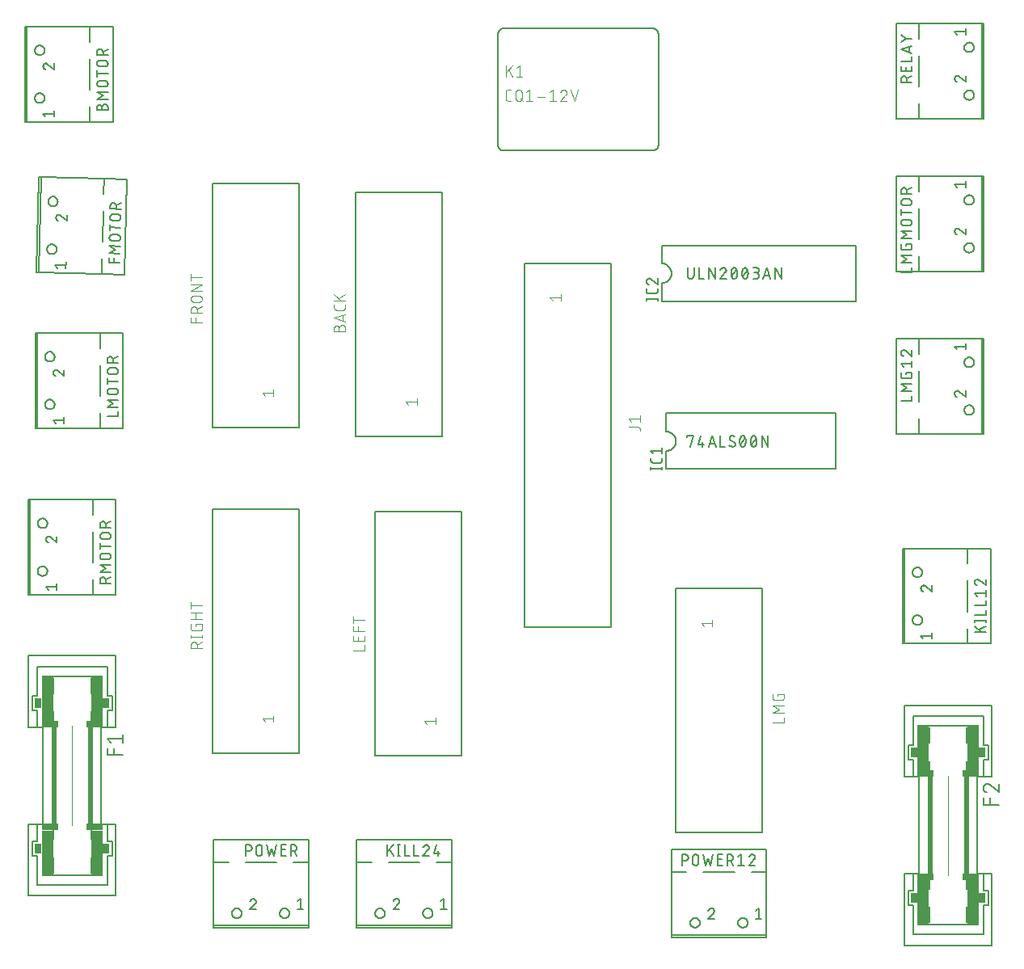
<source format=gto>
G75*
%MOIN*%
%OFA0B0*%
%FSLAX25Y25*%
%IPPOS*%
%LPD*%
%AMOC8*
5,1,8,0,0,1.08239X$1,22.5*
%
%ADD10C,0.00500*%
%ADD11C,0.00400*%
%ADD12C,0.00600*%
%ADD13C,0.00200*%
%ADD14C,0.00700*%
%ADD15R,0.02000X0.40000*%
%ADD16R,0.06500X0.02500*%
%ADD17R,0.16000X0.01000*%
%ADD18R,0.04500X0.19000*%
%ADD19R,0.03000X0.04000*%
%ADD20R,0.00500X0.04000*%
%ADD21R,0.00500X0.07000*%
%ADD22C,0.00800*%
D10*
X0107653Y0083221D02*
X0143283Y0083221D01*
X0143283Y0183930D01*
X0107653Y0183930D01*
X0107653Y0083221D01*
X0121350Y0045585D02*
X0122600Y0045585D01*
X0121350Y0045585D02*
X0121350Y0041085D01*
X0121350Y0043085D02*
X0122600Y0043085D01*
X0122669Y0043087D01*
X0122738Y0043093D01*
X0122806Y0043102D01*
X0122873Y0043115D01*
X0122940Y0043132D01*
X0123006Y0043153D01*
X0123070Y0043177D01*
X0123133Y0043205D01*
X0123195Y0043236D01*
X0123255Y0043270D01*
X0123312Y0043308D01*
X0123368Y0043349D01*
X0123421Y0043392D01*
X0123472Y0043439D01*
X0123520Y0043488D01*
X0123565Y0043540D01*
X0123607Y0043595D01*
X0123646Y0043651D01*
X0123683Y0043710D01*
X0123715Y0043771D01*
X0123745Y0043833D01*
X0123771Y0043897D01*
X0123793Y0043962D01*
X0123812Y0044028D01*
X0123827Y0044095D01*
X0123838Y0044163D01*
X0123846Y0044232D01*
X0123850Y0044301D01*
X0123850Y0044369D01*
X0123846Y0044438D01*
X0123838Y0044507D01*
X0123827Y0044575D01*
X0123812Y0044642D01*
X0123793Y0044708D01*
X0123771Y0044773D01*
X0123745Y0044837D01*
X0123715Y0044899D01*
X0123683Y0044960D01*
X0123646Y0045019D01*
X0123607Y0045075D01*
X0123565Y0045130D01*
X0123520Y0045182D01*
X0123472Y0045231D01*
X0123421Y0045278D01*
X0123368Y0045321D01*
X0123312Y0045362D01*
X0123255Y0045400D01*
X0123195Y0045434D01*
X0123133Y0045465D01*
X0123070Y0045493D01*
X0123006Y0045517D01*
X0122940Y0045538D01*
X0122873Y0045555D01*
X0122806Y0045568D01*
X0122738Y0045577D01*
X0122669Y0045583D01*
X0122600Y0045585D01*
X0125625Y0044335D02*
X0125625Y0042335D01*
X0125627Y0042266D01*
X0125633Y0042197D01*
X0125642Y0042129D01*
X0125655Y0042062D01*
X0125672Y0041995D01*
X0125693Y0041929D01*
X0125717Y0041865D01*
X0125745Y0041802D01*
X0125776Y0041740D01*
X0125810Y0041680D01*
X0125848Y0041623D01*
X0125889Y0041567D01*
X0125932Y0041514D01*
X0125979Y0041463D01*
X0126028Y0041415D01*
X0126080Y0041370D01*
X0126135Y0041328D01*
X0126191Y0041289D01*
X0126250Y0041252D01*
X0126311Y0041220D01*
X0126373Y0041190D01*
X0126437Y0041164D01*
X0126502Y0041142D01*
X0126568Y0041123D01*
X0126635Y0041108D01*
X0126703Y0041097D01*
X0126772Y0041089D01*
X0126841Y0041085D01*
X0126909Y0041085D01*
X0126978Y0041089D01*
X0127047Y0041097D01*
X0127115Y0041108D01*
X0127182Y0041123D01*
X0127248Y0041142D01*
X0127313Y0041164D01*
X0127377Y0041190D01*
X0127439Y0041220D01*
X0127500Y0041252D01*
X0127559Y0041289D01*
X0127615Y0041328D01*
X0127670Y0041370D01*
X0127722Y0041415D01*
X0127771Y0041463D01*
X0127818Y0041514D01*
X0127861Y0041567D01*
X0127902Y0041623D01*
X0127940Y0041680D01*
X0127974Y0041740D01*
X0128005Y0041802D01*
X0128033Y0041865D01*
X0128057Y0041929D01*
X0128078Y0041995D01*
X0128095Y0042062D01*
X0128108Y0042129D01*
X0128117Y0042197D01*
X0128123Y0042266D01*
X0128125Y0042335D01*
X0128125Y0044335D01*
X0128123Y0044404D01*
X0128117Y0044473D01*
X0128108Y0044541D01*
X0128095Y0044608D01*
X0128078Y0044675D01*
X0128057Y0044741D01*
X0128033Y0044805D01*
X0128005Y0044868D01*
X0127974Y0044930D01*
X0127940Y0044990D01*
X0127902Y0045047D01*
X0127861Y0045103D01*
X0127818Y0045156D01*
X0127771Y0045207D01*
X0127722Y0045255D01*
X0127670Y0045300D01*
X0127615Y0045342D01*
X0127559Y0045381D01*
X0127500Y0045418D01*
X0127439Y0045450D01*
X0127377Y0045480D01*
X0127313Y0045506D01*
X0127248Y0045528D01*
X0127182Y0045547D01*
X0127115Y0045562D01*
X0127047Y0045573D01*
X0126978Y0045581D01*
X0126909Y0045585D01*
X0126841Y0045585D01*
X0126772Y0045581D01*
X0126703Y0045573D01*
X0126635Y0045562D01*
X0126568Y0045547D01*
X0126502Y0045528D01*
X0126437Y0045506D01*
X0126373Y0045480D01*
X0126311Y0045450D01*
X0126250Y0045418D01*
X0126191Y0045381D01*
X0126135Y0045342D01*
X0126080Y0045300D01*
X0126028Y0045255D01*
X0125979Y0045207D01*
X0125932Y0045156D01*
X0125889Y0045103D01*
X0125848Y0045047D01*
X0125810Y0044990D01*
X0125776Y0044930D01*
X0125745Y0044868D01*
X0125717Y0044805D01*
X0125693Y0044741D01*
X0125672Y0044675D01*
X0125655Y0044608D01*
X0125642Y0044541D01*
X0125633Y0044473D01*
X0125627Y0044404D01*
X0125625Y0044335D01*
X0129975Y0045585D02*
X0130975Y0041085D01*
X0131975Y0044085D01*
X0132975Y0041085D01*
X0133975Y0045585D01*
X0135985Y0045585D02*
X0137985Y0045585D01*
X0139908Y0045585D02*
X0141158Y0045585D01*
X0141227Y0045583D01*
X0141296Y0045577D01*
X0141364Y0045568D01*
X0141431Y0045555D01*
X0141498Y0045538D01*
X0141564Y0045517D01*
X0141628Y0045493D01*
X0141691Y0045465D01*
X0141753Y0045434D01*
X0141813Y0045400D01*
X0141870Y0045362D01*
X0141926Y0045321D01*
X0141979Y0045278D01*
X0142030Y0045231D01*
X0142078Y0045182D01*
X0142123Y0045130D01*
X0142165Y0045075D01*
X0142204Y0045019D01*
X0142241Y0044960D01*
X0142273Y0044899D01*
X0142303Y0044837D01*
X0142329Y0044773D01*
X0142351Y0044708D01*
X0142370Y0044642D01*
X0142385Y0044575D01*
X0142396Y0044507D01*
X0142404Y0044438D01*
X0142408Y0044369D01*
X0142408Y0044301D01*
X0142404Y0044232D01*
X0142396Y0044163D01*
X0142385Y0044095D01*
X0142370Y0044028D01*
X0142351Y0043962D01*
X0142329Y0043897D01*
X0142303Y0043833D01*
X0142273Y0043771D01*
X0142241Y0043710D01*
X0142204Y0043651D01*
X0142165Y0043595D01*
X0142123Y0043540D01*
X0142078Y0043488D01*
X0142030Y0043439D01*
X0141979Y0043392D01*
X0141926Y0043349D01*
X0141870Y0043308D01*
X0141813Y0043270D01*
X0141753Y0043236D01*
X0141691Y0043205D01*
X0141628Y0043177D01*
X0141564Y0043153D01*
X0141498Y0043132D01*
X0141431Y0043115D01*
X0141364Y0043102D01*
X0141296Y0043093D01*
X0141227Y0043087D01*
X0141158Y0043085D01*
X0139908Y0043085D01*
X0141408Y0043085D02*
X0142408Y0041085D01*
X0139908Y0041085D02*
X0139908Y0045585D01*
X0137485Y0043585D02*
X0135985Y0043585D01*
X0135985Y0045585D02*
X0135985Y0041085D01*
X0137985Y0041085D01*
X0143858Y0023385D02*
X0143858Y0018885D01*
X0142608Y0018885D02*
X0145108Y0018885D01*
X0142608Y0022385D02*
X0143858Y0023385D01*
X0125233Y0021385D02*
X0123108Y0018885D01*
X0125608Y0018885D01*
X0123108Y0022384D02*
X0123132Y0022453D01*
X0123160Y0022520D01*
X0123191Y0022586D01*
X0123225Y0022650D01*
X0123262Y0022712D01*
X0123303Y0022773D01*
X0123346Y0022831D01*
X0123392Y0022887D01*
X0123442Y0022941D01*
X0123493Y0022992D01*
X0123547Y0023040D01*
X0123604Y0023086D01*
X0123663Y0023129D01*
X0123724Y0023168D01*
X0123786Y0023205D01*
X0123851Y0023238D01*
X0123917Y0023269D01*
X0123985Y0023295D01*
X0124053Y0023319D01*
X0124123Y0023339D01*
X0124194Y0023355D01*
X0124266Y0023368D01*
X0124338Y0023377D01*
X0124410Y0023382D01*
X0124483Y0023384D01*
X0124483Y0023385D02*
X0124548Y0023383D01*
X0124614Y0023377D01*
X0124678Y0023368D01*
X0124742Y0023355D01*
X0124806Y0023338D01*
X0124868Y0023317D01*
X0124929Y0023293D01*
X0124988Y0023265D01*
X0125046Y0023234D01*
X0125101Y0023200D01*
X0125155Y0023162D01*
X0125206Y0023122D01*
X0125255Y0023078D01*
X0125301Y0023032D01*
X0125345Y0022983D01*
X0125385Y0022932D01*
X0125423Y0022878D01*
X0125457Y0022823D01*
X0125488Y0022765D01*
X0125516Y0022706D01*
X0125540Y0022645D01*
X0125561Y0022583D01*
X0125578Y0022519D01*
X0125591Y0022455D01*
X0125600Y0022391D01*
X0125606Y0022325D01*
X0125608Y0022260D01*
X0125607Y0022260D02*
X0125605Y0022195D01*
X0125600Y0022130D01*
X0125591Y0022065D01*
X0125579Y0022001D01*
X0125563Y0021938D01*
X0125544Y0021876D01*
X0125522Y0021814D01*
X0125496Y0021754D01*
X0125467Y0021696D01*
X0125435Y0021639D01*
X0125400Y0021584D01*
X0125362Y0021531D01*
X0125322Y0021480D01*
X0125278Y0021431D01*
X0125232Y0021385D01*
X0182163Y0018885D02*
X0184663Y0018885D01*
X0182163Y0018885D02*
X0184288Y0021385D01*
X0183538Y0023384D02*
X0183465Y0023382D01*
X0183393Y0023377D01*
X0183321Y0023368D01*
X0183249Y0023355D01*
X0183178Y0023339D01*
X0183108Y0023319D01*
X0183040Y0023295D01*
X0182972Y0023269D01*
X0182906Y0023238D01*
X0182841Y0023205D01*
X0182779Y0023168D01*
X0182718Y0023129D01*
X0182659Y0023086D01*
X0182602Y0023040D01*
X0182548Y0022992D01*
X0182497Y0022941D01*
X0182447Y0022887D01*
X0182401Y0022831D01*
X0182358Y0022773D01*
X0182317Y0022712D01*
X0182280Y0022650D01*
X0182246Y0022586D01*
X0182215Y0022520D01*
X0182187Y0022453D01*
X0182163Y0022384D01*
X0184287Y0021385D02*
X0184333Y0021431D01*
X0184377Y0021480D01*
X0184417Y0021531D01*
X0184455Y0021584D01*
X0184490Y0021639D01*
X0184522Y0021696D01*
X0184551Y0021754D01*
X0184577Y0021814D01*
X0184599Y0021876D01*
X0184618Y0021938D01*
X0184634Y0022001D01*
X0184646Y0022065D01*
X0184655Y0022130D01*
X0184660Y0022195D01*
X0184662Y0022260D01*
X0184663Y0022260D02*
X0184661Y0022325D01*
X0184655Y0022391D01*
X0184646Y0022455D01*
X0184633Y0022519D01*
X0184616Y0022583D01*
X0184595Y0022645D01*
X0184571Y0022706D01*
X0184543Y0022765D01*
X0184512Y0022823D01*
X0184478Y0022878D01*
X0184440Y0022932D01*
X0184400Y0022983D01*
X0184356Y0023032D01*
X0184310Y0023078D01*
X0184261Y0023122D01*
X0184210Y0023162D01*
X0184156Y0023200D01*
X0184101Y0023234D01*
X0184043Y0023265D01*
X0183984Y0023293D01*
X0183923Y0023317D01*
X0183861Y0023338D01*
X0183797Y0023355D01*
X0183733Y0023368D01*
X0183669Y0023377D01*
X0183603Y0023383D01*
X0183538Y0023385D01*
X0183813Y0041085D02*
X0184813Y0041085D01*
X0184313Y0041085D02*
X0184313Y0045585D01*
X0183813Y0045585D02*
X0184813Y0045585D01*
X0186823Y0045585D02*
X0186823Y0041085D01*
X0188823Y0041085D01*
X0190723Y0041085D02*
X0192723Y0041085D01*
X0194463Y0041085D02*
X0196588Y0043585D01*
X0195838Y0045584D02*
X0195765Y0045582D01*
X0195693Y0045577D01*
X0195621Y0045568D01*
X0195549Y0045555D01*
X0195478Y0045539D01*
X0195408Y0045519D01*
X0195340Y0045495D01*
X0195272Y0045469D01*
X0195206Y0045438D01*
X0195141Y0045405D01*
X0195079Y0045368D01*
X0195018Y0045329D01*
X0194959Y0045286D01*
X0194902Y0045240D01*
X0194848Y0045192D01*
X0194797Y0045141D01*
X0194747Y0045087D01*
X0194701Y0045031D01*
X0194658Y0044973D01*
X0194617Y0044912D01*
X0194580Y0044850D01*
X0194546Y0044786D01*
X0194515Y0044720D01*
X0194487Y0044653D01*
X0194463Y0044584D01*
X0196587Y0043585D02*
X0196633Y0043631D01*
X0196677Y0043680D01*
X0196717Y0043731D01*
X0196755Y0043784D01*
X0196790Y0043839D01*
X0196822Y0043896D01*
X0196851Y0043954D01*
X0196877Y0044014D01*
X0196899Y0044076D01*
X0196918Y0044138D01*
X0196934Y0044201D01*
X0196946Y0044265D01*
X0196955Y0044330D01*
X0196960Y0044395D01*
X0196962Y0044460D01*
X0196963Y0044460D02*
X0196961Y0044525D01*
X0196955Y0044591D01*
X0196946Y0044655D01*
X0196933Y0044719D01*
X0196916Y0044783D01*
X0196895Y0044845D01*
X0196871Y0044906D01*
X0196843Y0044965D01*
X0196812Y0045023D01*
X0196778Y0045078D01*
X0196740Y0045132D01*
X0196700Y0045183D01*
X0196656Y0045232D01*
X0196610Y0045278D01*
X0196561Y0045322D01*
X0196510Y0045362D01*
X0196456Y0045400D01*
X0196401Y0045434D01*
X0196343Y0045465D01*
X0196284Y0045493D01*
X0196223Y0045517D01*
X0196161Y0045538D01*
X0196097Y0045555D01*
X0196033Y0045568D01*
X0195969Y0045577D01*
X0195903Y0045583D01*
X0195838Y0045585D01*
X0199963Y0045585D02*
X0198963Y0042085D01*
X0201463Y0042085D01*
X0200713Y0043085D02*
X0200713Y0041085D01*
X0196963Y0041085D02*
X0194463Y0041085D01*
X0190723Y0041085D02*
X0190723Y0045585D01*
X0182188Y0045585D02*
X0179688Y0042835D01*
X0180688Y0043835D02*
X0182188Y0041085D01*
X0179688Y0041085D02*
X0179688Y0045585D01*
X0201663Y0022385D02*
X0202913Y0023385D01*
X0202913Y0018885D01*
X0201663Y0018885D02*
X0204163Y0018885D01*
X0210212Y0082395D02*
X0174582Y0082395D01*
X0174582Y0183103D01*
X0210212Y0183103D01*
X0210212Y0082395D01*
X0236176Y0135308D02*
X0236176Y0285466D01*
X0272003Y0285466D01*
X0272003Y0135308D01*
X0236176Y0135308D01*
X0298676Y0151292D02*
X0334306Y0151292D01*
X0334306Y0050584D01*
X0298676Y0050584D01*
X0298676Y0151292D01*
X0292970Y0200330D02*
X0292970Y0201330D01*
X0292970Y0200830D02*
X0288470Y0200830D01*
X0288470Y0200330D02*
X0288470Y0201330D01*
X0289470Y0203165D02*
X0291970Y0203165D01*
X0292030Y0203167D01*
X0292091Y0203172D01*
X0292150Y0203181D01*
X0292209Y0203194D01*
X0292268Y0203210D01*
X0292325Y0203230D01*
X0292380Y0203253D01*
X0292435Y0203280D01*
X0292487Y0203309D01*
X0292538Y0203342D01*
X0292587Y0203378D01*
X0292633Y0203416D01*
X0292677Y0203458D01*
X0292719Y0203502D01*
X0292757Y0203548D01*
X0292793Y0203597D01*
X0292826Y0203648D01*
X0292855Y0203700D01*
X0292882Y0203755D01*
X0292905Y0203810D01*
X0292925Y0203867D01*
X0292941Y0203926D01*
X0292954Y0203985D01*
X0292963Y0204044D01*
X0292968Y0204105D01*
X0292970Y0204165D01*
X0292970Y0205165D01*
X0292970Y0206930D02*
X0292970Y0209430D01*
X0292970Y0208180D02*
X0288470Y0208180D01*
X0289470Y0206930D01*
X0288470Y0205165D02*
X0288470Y0204165D01*
X0288472Y0204105D01*
X0288477Y0204044D01*
X0288486Y0203985D01*
X0288499Y0203926D01*
X0288515Y0203867D01*
X0288535Y0203810D01*
X0288558Y0203755D01*
X0288585Y0203700D01*
X0288614Y0203648D01*
X0288647Y0203597D01*
X0288683Y0203548D01*
X0288721Y0203502D01*
X0288763Y0203458D01*
X0288807Y0203416D01*
X0288853Y0203378D01*
X0288902Y0203342D01*
X0288953Y0203309D01*
X0289005Y0203280D01*
X0289060Y0203253D01*
X0289115Y0203230D01*
X0289172Y0203210D01*
X0289231Y0203194D01*
X0289290Y0203181D01*
X0289349Y0203172D01*
X0289410Y0203167D01*
X0289470Y0203165D01*
X0304720Y0209830D02*
X0305970Y0214330D01*
X0303470Y0214330D01*
X0303470Y0213830D01*
X0307970Y0210830D02*
X0310470Y0210830D01*
X0309720Y0211830D02*
X0309720Y0209830D01*
X0307970Y0210830D02*
X0308970Y0214330D01*
X0313720Y0214330D02*
X0312220Y0209830D01*
X0312595Y0210955D02*
X0314845Y0210955D01*
X0315220Y0209830D02*
X0313720Y0214330D01*
X0317130Y0214330D02*
X0317130Y0209830D01*
X0319130Y0209830D01*
X0322720Y0211705D02*
X0322772Y0211672D01*
X0322823Y0211636D01*
X0322871Y0211597D01*
X0322916Y0211555D01*
X0322959Y0211510D01*
X0322999Y0211462D01*
X0323036Y0211413D01*
X0323070Y0211361D01*
X0323101Y0211307D01*
X0323129Y0211251D01*
X0323153Y0211194D01*
X0323173Y0211135D01*
X0323190Y0211076D01*
X0323203Y0211015D01*
X0323212Y0210954D01*
X0323218Y0210892D01*
X0323220Y0210830D01*
X0323218Y0210770D01*
X0323213Y0210709D01*
X0323204Y0210650D01*
X0323191Y0210591D01*
X0323175Y0210532D01*
X0323155Y0210475D01*
X0323132Y0210420D01*
X0323105Y0210365D01*
X0323076Y0210313D01*
X0323043Y0210262D01*
X0323007Y0210213D01*
X0322969Y0210167D01*
X0322927Y0210123D01*
X0322883Y0210081D01*
X0322837Y0210043D01*
X0322788Y0210007D01*
X0322737Y0209974D01*
X0322685Y0209945D01*
X0322630Y0209918D01*
X0322575Y0209895D01*
X0322518Y0209875D01*
X0322459Y0209859D01*
X0322400Y0209846D01*
X0322341Y0209837D01*
X0322280Y0209832D01*
X0322220Y0209830D01*
X0322720Y0211705D02*
X0321345Y0212455D01*
X0321845Y0214330D02*
X0321925Y0214328D01*
X0322006Y0214323D01*
X0322086Y0214314D01*
X0322165Y0214302D01*
X0322244Y0214287D01*
X0322322Y0214268D01*
X0322400Y0214246D01*
X0322476Y0214221D01*
X0322551Y0214192D01*
X0322625Y0214160D01*
X0322697Y0214125D01*
X0322768Y0214087D01*
X0322837Y0214046D01*
X0322905Y0214002D01*
X0322970Y0213955D01*
X0321344Y0212455D02*
X0321292Y0212488D01*
X0321241Y0212524D01*
X0321193Y0212563D01*
X0321148Y0212605D01*
X0321105Y0212650D01*
X0321065Y0212698D01*
X0321028Y0212747D01*
X0320994Y0212799D01*
X0320963Y0212853D01*
X0320935Y0212909D01*
X0320911Y0212966D01*
X0320891Y0213025D01*
X0320874Y0213084D01*
X0320861Y0213145D01*
X0320852Y0213206D01*
X0320846Y0213268D01*
X0320844Y0213330D01*
X0320845Y0213330D02*
X0320847Y0213390D01*
X0320852Y0213451D01*
X0320861Y0213510D01*
X0320874Y0213569D01*
X0320890Y0213628D01*
X0320910Y0213685D01*
X0320933Y0213740D01*
X0320960Y0213795D01*
X0320989Y0213847D01*
X0321022Y0213898D01*
X0321058Y0213947D01*
X0321096Y0213993D01*
X0321138Y0214037D01*
X0321182Y0214079D01*
X0321228Y0214117D01*
X0321277Y0214153D01*
X0321328Y0214186D01*
X0321380Y0214215D01*
X0321435Y0214242D01*
X0321490Y0214265D01*
X0321547Y0214285D01*
X0321606Y0214301D01*
X0321665Y0214314D01*
X0321724Y0214323D01*
X0321785Y0214328D01*
X0321845Y0214330D01*
X0320720Y0210454D02*
X0320783Y0210393D01*
X0320848Y0210335D01*
X0320916Y0210279D01*
X0320987Y0210226D01*
X0321059Y0210177D01*
X0321133Y0210130D01*
X0321209Y0210086D01*
X0321287Y0210046D01*
X0321367Y0210009D01*
X0321448Y0209975D01*
X0321530Y0209945D01*
X0321614Y0209918D01*
X0321699Y0209894D01*
X0321784Y0209874D01*
X0321870Y0209858D01*
X0321957Y0209845D01*
X0322045Y0209836D01*
X0322132Y0209831D01*
X0322220Y0209829D01*
X0327194Y0210455D02*
X0327245Y0210564D01*
X0327292Y0210674D01*
X0327336Y0210786D01*
X0327376Y0210900D01*
X0327412Y0211014D01*
X0327445Y0211130D01*
X0327474Y0211246D01*
X0327499Y0211364D01*
X0327520Y0211482D01*
X0327538Y0211601D01*
X0327551Y0211720D01*
X0327561Y0211840D01*
X0327567Y0211960D01*
X0327569Y0212080D01*
X0331694Y0210455D02*
X0331745Y0210564D01*
X0331792Y0210674D01*
X0331836Y0210786D01*
X0331876Y0210900D01*
X0331912Y0211014D01*
X0331945Y0211130D01*
X0331974Y0211246D01*
X0331999Y0211364D01*
X0332020Y0211482D01*
X0332038Y0211601D01*
X0332051Y0211720D01*
X0332061Y0211840D01*
X0332067Y0211960D01*
X0332069Y0212080D01*
X0329570Y0212080D02*
X0329572Y0211960D01*
X0329578Y0211840D01*
X0329588Y0211720D01*
X0329601Y0211601D01*
X0329619Y0211482D01*
X0329640Y0211364D01*
X0329665Y0211246D01*
X0329694Y0211130D01*
X0329727Y0211014D01*
X0329763Y0210900D01*
X0329803Y0210786D01*
X0329847Y0210674D01*
X0329894Y0210564D01*
X0329945Y0210455D01*
X0329820Y0210830D02*
X0331820Y0213330D01*
X0331695Y0213705D02*
X0331674Y0213761D01*
X0331648Y0213816D01*
X0331620Y0213870D01*
X0331588Y0213921D01*
X0331553Y0213970D01*
X0331514Y0214016D01*
X0331473Y0214060D01*
X0331429Y0214102D01*
X0331382Y0214140D01*
X0331333Y0214175D01*
X0331281Y0214207D01*
X0331228Y0214235D01*
X0331173Y0214260D01*
X0331117Y0214281D01*
X0331059Y0214299D01*
X0331000Y0214312D01*
X0330940Y0214322D01*
X0330880Y0214328D01*
X0330820Y0214330D01*
X0330760Y0214328D01*
X0330700Y0214322D01*
X0330640Y0214312D01*
X0330581Y0214299D01*
X0330523Y0214281D01*
X0330467Y0214260D01*
X0330412Y0214235D01*
X0330359Y0214207D01*
X0330307Y0214175D01*
X0330258Y0214140D01*
X0330211Y0214102D01*
X0330167Y0214060D01*
X0330126Y0214016D01*
X0330087Y0213970D01*
X0330052Y0213921D01*
X0330020Y0213870D01*
X0329992Y0213816D01*
X0329966Y0213761D01*
X0329945Y0213705D01*
X0325070Y0212080D02*
X0325072Y0211960D01*
X0325078Y0211840D01*
X0325088Y0211720D01*
X0325101Y0211601D01*
X0325119Y0211482D01*
X0325140Y0211364D01*
X0325165Y0211246D01*
X0325194Y0211130D01*
X0325227Y0211014D01*
X0325263Y0210900D01*
X0325303Y0210786D01*
X0325347Y0210674D01*
X0325394Y0210564D01*
X0325445Y0210455D01*
X0325320Y0210830D02*
X0327320Y0213330D01*
X0327195Y0213705D02*
X0327174Y0213761D01*
X0327148Y0213816D01*
X0327120Y0213870D01*
X0327088Y0213921D01*
X0327053Y0213970D01*
X0327014Y0214016D01*
X0326973Y0214060D01*
X0326929Y0214102D01*
X0326882Y0214140D01*
X0326833Y0214175D01*
X0326781Y0214207D01*
X0326728Y0214235D01*
X0326673Y0214260D01*
X0326617Y0214281D01*
X0326559Y0214299D01*
X0326500Y0214312D01*
X0326440Y0214322D01*
X0326380Y0214328D01*
X0326320Y0214330D01*
X0326260Y0214328D01*
X0326200Y0214322D01*
X0326140Y0214312D01*
X0326081Y0214299D01*
X0326023Y0214281D01*
X0325967Y0214260D01*
X0325912Y0214235D01*
X0325859Y0214207D01*
X0325807Y0214175D01*
X0325758Y0214140D01*
X0325711Y0214102D01*
X0325667Y0214060D01*
X0325626Y0214016D01*
X0325587Y0213970D01*
X0325552Y0213921D01*
X0325520Y0213870D01*
X0325492Y0213816D01*
X0325466Y0213761D01*
X0325445Y0213705D01*
X0327194Y0213705D02*
X0327245Y0213596D01*
X0327292Y0213486D01*
X0327336Y0213374D01*
X0327376Y0213260D01*
X0327412Y0213146D01*
X0327445Y0213030D01*
X0327474Y0212914D01*
X0327499Y0212796D01*
X0327520Y0212678D01*
X0327538Y0212559D01*
X0327551Y0212440D01*
X0327561Y0212320D01*
X0327567Y0212200D01*
X0327569Y0212080D01*
X0331694Y0213705D02*
X0331745Y0213596D01*
X0331792Y0213486D01*
X0331836Y0213374D01*
X0331876Y0213260D01*
X0331912Y0213146D01*
X0331945Y0213030D01*
X0331974Y0212914D01*
X0331999Y0212796D01*
X0332020Y0212678D01*
X0332038Y0212559D01*
X0332051Y0212440D01*
X0332061Y0212320D01*
X0332067Y0212200D01*
X0332069Y0212080D01*
X0329570Y0212080D02*
X0329572Y0212200D01*
X0329578Y0212320D01*
X0329588Y0212440D01*
X0329601Y0212559D01*
X0329619Y0212678D01*
X0329640Y0212796D01*
X0329665Y0212914D01*
X0329694Y0213030D01*
X0329727Y0213146D01*
X0329763Y0213260D01*
X0329803Y0213374D01*
X0329847Y0213486D01*
X0329894Y0213596D01*
X0329945Y0213705D01*
X0325445Y0213705D02*
X0325394Y0213596D01*
X0325347Y0213486D01*
X0325303Y0213374D01*
X0325263Y0213260D01*
X0325227Y0213146D01*
X0325194Y0213030D01*
X0325165Y0212914D01*
X0325140Y0212796D01*
X0325119Y0212678D01*
X0325101Y0212559D01*
X0325088Y0212440D01*
X0325078Y0212320D01*
X0325072Y0212200D01*
X0325070Y0212080D01*
X0326320Y0209830D02*
X0326380Y0209832D01*
X0326440Y0209838D01*
X0326500Y0209848D01*
X0326559Y0209861D01*
X0326617Y0209879D01*
X0326673Y0209900D01*
X0326728Y0209925D01*
X0326781Y0209953D01*
X0326833Y0209985D01*
X0326882Y0210020D01*
X0326929Y0210058D01*
X0326973Y0210100D01*
X0327014Y0210144D01*
X0327053Y0210190D01*
X0327088Y0210239D01*
X0327120Y0210290D01*
X0327148Y0210344D01*
X0327174Y0210399D01*
X0327195Y0210455D01*
X0326320Y0209830D02*
X0326260Y0209832D01*
X0326200Y0209838D01*
X0326140Y0209848D01*
X0326081Y0209861D01*
X0326023Y0209879D01*
X0325967Y0209900D01*
X0325912Y0209925D01*
X0325859Y0209953D01*
X0325807Y0209985D01*
X0325758Y0210020D01*
X0325711Y0210058D01*
X0325667Y0210100D01*
X0325626Y0210144D01*
X0325587Y0210190D01*
X0325552Y0210239D01*
X0325520Y0210290D01*
X0325492Y0210344D01*
X0325466Y0210399D01*
X0325445Y0210455D01*
X0330820Y0209830D02*
X0330880Y0209832D01*
X0330940Y0209838D01*
X0331000Y0209848D01*
X0331059Y0209861D01*
X0331117Y0209879D01*
X0331173Y0209900D01*
X0331228Y0209925D01*
X0331281Y0209953D01*
X0331333Y0209985D01*
X0331382Y0210020D01*
X0331429Y0210058D01*
X0331473Y0210100D01*
X0331514Y0210144D01*
X0331553Y0210190D01*
X0331588Y0210239D01*
X0331620Y0210290D01*
X0331648Y0210344D01*
X0331674Y0210399D01*
X0331695Y0210455D01*
X0330820Y0209830D02*
X0330760Y0209832D01*
X0330700Y0209838D01*
X0330640Y0209848D01*
X0330581Y0209861D01*
X0330523Y0209879D01*
X0330467Y0209900D01*
X0330412Y0209925D01*
X0330359Y0209953D01*
X0330307Y0209985D01*
X0330258Y0210020D01*
X0330211Y0210058D01*
X0330167Y0210100D01*
X0330126Y0210144D01*
X0330087Y0210190D01*
X0330052Y0210239D01*
X0330020Y0210290D01*
X0329992Y0210344D01*
X0329966Y0210399D01*
X0329945Y0210455D01*
X0334220Y0209830D02*
X0334220Y0214330D01*
X0336720Y0209830D01*
X0336720Y0214330D01*
X0391530Y0228749D02*
X0396030Y0228749D01*
X0396030Y0230749D01*
X0396030Y0232689D02*
X0391530Y0232689D01*
X0394030Y0234189D01*
X0391530Y0235689D01*
X0396030Y0235689D01*
X0395030Y0238039D02*
X0392530Y0238039D01*
X0392470Y0238041D01*
X0392409Y0238046D01*
X0392350Y0238055D01*
X0392291Y0238068D01*
X0392232Y0238084D01*
X0392175Y0238104D01*
X0392120Y0238127D01*
X0392065Y0238154D01*
X0392013Y0238183D01*
X0391962Y0238216D01*
X0391913Y0238252D01*
X0391867Y0238290D01*
X0391823Y0238332D01*
X0391781Y0238376D01*
X0391743Y0238422D01*
X0391707Y0238471D01*
X0391674Y0238522D01*
X0391645Y0238574D01*
X0391618Y0238629D01*
X0391595Y0238684D01*
X0391575Y0238741D01*
X0391559Y0238800D01*
X0391546Y0238859D01*
X0391537Y0238918D01*
X0391532Y0238979D01*
X0391530Y0239039D01*
X0391530Y0240539D01*
X0393530Y0240539D02*
X0393530Y0239789D01*
X0393530Y0240539D02*
X0396030Y0240539D01*
X0396030Y0239039D01*
X0396028Y0238979D01*
X0396023Y0238918D01*
X0396014Y0238859D01*
X0396001Y0238800D01*
X0395985Y0238741D01*
X0395965Y0238684D01*
X0395942Y0238629D01*
X0395915Y0238574D01*
X0395886Y0238522D01*
X0395853Y0238471D01*
X0395817Y0238422D01*
X0395779Y0238376D01*
X0395737Y0238332D01*
X0395693Y0238290D01*
X0395647Y0238252D01*
X0395598Y0238216D01*
X0395547Y0238183D01*
X0395495Y0238154D01*
X0395440Y0238127D01*
X0395385Y0238104D01*
X0395328Y0238084D01*
X0395269Y0238068D01*
X0395210Y0238055D01*
X0395151Y0238046D01*
X0395090Y0238041D01*
X0395030Y0238039D01*
X0396030Y0242689D02*
X0396030Y0245189D01*
X0396030Y0243939D02*
X0391530Y0243939D01*
X0392530Y0242689D01*
X0396030Y0247189D02*
X0396030Y0249689D01*
X0396030Y0247189D02*
X0393530Y0249314D01*
X0391530Y0248564D02*
X0391532Y0248491D01*
X0391537Y0248419D01*
X0391546Y0248347D01*
X0391559Y0248275D01*
X0391575Y0248204D01*
X0391595Y0248134D01*
X0391619Y0248066D01*
X0391645Y0247998D01*
X0391676Y0247932D01*
X0391709Y0247867D01*
X0391746Y0247805D01*
X0391785Y0247744D01*
X0391828Y0247685D01*
X0391874Y0247628D01*
X0391922Y0247574D01*
X0391973Y0247523D01*
X0392027Y0247473D01*
X0392083Y0247427D01*
X0392141Y0247384D01*
X0392202Y0247343D01*
X0392264Y0247306D01*
X0392328Y0247272D01*
X0392394Y0247241D01*
X0392461Y0247213D01*
X0392530Y0247189D01*
X0393530Y0249313D02*
X0393484Y0249359D01*
X0393435Y0249403D01*
X0393384Y0249443D01*
X0393331Y0249481D01*
X0393276Y0249516D01*
X0393219Y0249548D01*
X0393161Y0249577D01*
X0393101Y0249603D01*
X0393039Y0249625D01*
X0392977Y0249644D01*
X0392914Y0249660D01*
X0392850Y0249672D01*
X0392785Y0249681D01*
X0392720Y0249686D01*
X0392655Y0249688D01*
X0392655Y0249689D02*
X0392590Y0249687D01*
X0392524Y0249681D01*
X0392460Y0249672D01*
X0392396Y0249659D01*
X0392332Y0249642D01*
X0392270Y0249621D01*
X0392209Y0249597D01*
X0392150Y0249569D01*
X0392093Y0249538D01*
X0392037Y0249504D01*
X0391983Y0249466D01*
X0391932Y0249426D01*
X0391883Y0249382D01*
X0391837Y0249336D01*
X0391793Y0249287D01*
X0391753Y0249236D01*
X0391715Y0249182D01*
X0391681Y0249127D01*
X0391650Y0249069D01*
X0391622Y0249010D01*
X0391598Y0248949D01*
X0391577Y0248887D01*
X0391560Y0248823D01*
X0391547Y0248759D01*
X0391538Y0248695D01*
X0391532Y0248629D01*
X0391530Y0248564D01*
X0413730Y0251139D02*
X0418230Y0251139D01*
X0418230Y0249889D02*
X0418230Y0252389D01*
X0414730Y0249889D02*
X0413730Y0251139D01*
X0415730Y0232514D02*
X0418230Y0230389D01*
X0418230Y0232889D01*
X0414730Y0230389D02*
X0414661Y0230413D01*
X0414594Y0230441D01*
X0414528Y0230472D01*
X0414464Y0230506D01*
X0414402Y0230543D01*
X0414341Y0230584D01*
X0414283Y0230627D01*
X0414227Y0230673D01*
X0414173Y0230723D01*
X0414122Y0230774D01*
X0414074Y0230828D01*
X0414028Y0230885D01*
X0413985Y0230944D01*
X0413946Y0231005D01*
X0413909Y0231067D01*
X0413876Y0231132D01*
X0413845Y0231198D01*
X0413819Y0231266D01*
X0413795Y0231334D01*
X0413775Y0231404D01*
X0413759Y0231475D01*
X0413746Y0231547D01*
X0413737Y0231619D01*
X0413732Y0231691D01*
X0413730Y0231764D01*
X0413732Y0231829D01*
X0413738Y0231895D01*
X0413747Y0231959D01*
X0413760Y0232023D01*
X0413777Y0232087D01*
X0413798Y0232149D01*
X0413822Y0232210D01*
X0413850Y0232269D01*
X0413881Y0232327D01*
X0413915Y0232382D01*
X0413953Y0232436D01*
X0413993Y0232487D01*
X0414037Y0232536D01*
X0414083Y0232582D01*
X0414132Y0232626D01*
X0414183Y0232666D01*
X0414237Y0232704D01*
X0414293Y0232738D01*
X0414350Y0232769D01*
X0414409Y0232797D01*
X0414470Y0232821D01*
X0414532Y0232842D01*
X0414596Y0232859D01*
X0414660Y0232872D01*
X0414724Y0232881D01*
X0414790Y0232887D01*
X0414855Y0232889D01*
X0414855Y0232888D02*
X0414920Y0232886D01*
X0414985Y0232881D01*
X0415050Y0232872D01*
X0415114Y0232860D01*
X0415177Y0232844D01*
X0415239Y0232825D01*
X0415301Y0232803D01*
X0415361Y0232777D01*
X0415419Y0232748D01*
X0415476Y0232716D01*
X0415531Y0232681D01*
X0415584Y0232643D01*
X0415635Y0232603D01*
X0415684Y0232559D01*
X0415730Y0232513D01*
X0396030Y0281695D02*
X0391530Y0281695D01*
X0391530Y0285635D02*
X0394030Y0287135D01*
X0391530Y0288635D01*
X0396030Y0288635D01*
X0395030Y0290985D02*
X0392530Y0290985D01*
X0392470Y0290987D01*
X0392409Y0290992D01*
X0392350Y0291001D01*
X0392291Y0291014D01*
X0392232Y0291030D01*
X0392175Y0291050D01*
X0392120Y0291073D01*
X0392065Y0291100D01*
X0392013Y0291129D01*
X0391962Y0291162D01*
X0391913Y0291198D01*
X0391867Y0291236D01*
X0391823Y0291278D01*
X0391781Y0291322D01*
X0391743Y0291368D01*
X0391707Y0291417D01*
X0391674Y0291468D01*
X0391645Y0291520D01*
X0391618Y0291575D01*
X0391595Y0291630D01*
X0391575Y0291687D01*
X0391559Y0291746D01*
X0391546Y0291805D01*
X0391537Y0291864D01*
X0391532Y0291925D01*
X0391530Y0291985D01*
X0391530Y0293485D01*
X0393530Y0293485D02*
X0396030Y0293485D01*
X0396030Y0291985D01*
X0396028Y0291925D01*
X0396023Y0291864D01*
X0396014Y0291805D01*
X0396001Y0291746D01*
X0395985Y0291687D01*
X0395965Y0291630D01*
X0395942Y0291575D01*
X0395915Y0291520D01*
X0395886Y0291468D01*
X0395853Y0291417D01*
X0395817Y0291368D01*
X0395779Y0291322D01*
X0395737Y0291278D01*
X0395693Y0291236D01*
X0395647Y0291198D01*
X0395598Y0291162D01*
X0395547Y0291129D01*
X0395495Y0291100D01*
X0395440Y0291073D01*
X0395385Y0291050D01*
X0395328Y0291030D01*
X0395269Y0291014D01*
X0395210Y0291001D01*
X0395151Y0290992D01*
X0395090Y0290987D01*
X0395030Y0290985D01*
X0393530Y0292735D02*
X0393530Y0293485D01*
X0391530Y0295835D02*
X0394030Y0297335D01*
X0391530Y0298835D01*
X0396030Y0298835D01*
X0394780Y0301035D02*
X0392780Y0301035D01*
X0392711Y0301037D01*
X0392642Y0301043D01*
X0392574Y0301052D01*
X0392507Y0301065D01*
X0392440Y0301082D01*
X0392374Y0301103D01*
X0392310Y0301127D01*
X0392247Y0301155D01*
X0392185Y0301186D01*
X0392125Y0301220D01*
X0392068Y0301258D01*
X0392012Y0301299D01*
X0391959Y0301342D01*
X0391908Y0301389D01*
X0391860Y0301438D01*
X0391815Y0301490D01*
X0391773Y0301545D01*
X0391734Y0301601D01*
X0391697Y0301660D01*
X0391665Y0301721D01*
X0391635Y0301783D01*
X0391609Y0301847D01*
X0391587Y0301912D01*
X0391568Y0301978D01*
X0391553Y0302045D01*
X0391542Y0302113D01*
X0391534Y0302182D01*
X0391530Y0302251D01*
X0391530Y0302319D01*
X0391534Y0302388D01*
X0391542Y0302457D01*
X0391553Y0302525D01*
X0391568Y0302592D01*
X0391587Y0302658D01*
X0391609Y0302723D01*
X0391635Y0302787D01*
X0391665Y0302849D01*
X0391697Y0302910D01*
X0391734Y0302969D01*
X0391773Y0303025D01*
X0391815Y0303080D01*
X0391860Y0303132D01*
X0391908Y0303181D01*
X0391959Y0303228D01*
X0392012Y0303271D01*
X0392068Y0303312D01*
X0392125Y0303350D01*
X0392185Y0303384D01*
X0392247Y0303415D01*
X0392310Y0303443D01*
X0392374Y0303467D01*
X0392440Y0303488D01*
X0392507Y0303505D01*
X0392574Y0303518D01*
X0392642Y0303527D01*
X0392711Y0303533D01*
X0392780Y0303535D01*
X0394780Y0303535D01*
X0394849Y0303533D01*
X0394918Y0303527D01*
X0394986Y0303518D01*
X0395053Y0303505D01*
X0395120Y0303488D01*
X0395186Y0303467D01*
X0395250Y0303443D01*
X0395313Y0303415D01*
X0395375Y0303384D01*
X0395435Y0303350D01*
X0395492Y0303312D01*
X0395548Y0303271D01*
X0395601Y0303228D01*
X0395652Y0303181D01*
X0395700Y0303132D01*
X0395745Y0303080D01*
X0395787Y0303025D01*
X0395826Y0302969D01*
X0395863Y0302910D01*
X0395895Y0302849D01*
X0395925Y0302787D01*
X0395951Y0302723D01*
X0395973Y0302658D01*
X0395992Y0302592D01*
X0396007Y0302525D01*
X0396018Y0302457D01*
X0396026Y0302388D01*
X0396030Y0302319D01*
X0396030Y0302251D01*
X0396026Y0302182D01*
X0396018Y0302113D01*
X0396007Y0302045D01*
X0395992Y0301978D01*
X0395973Y0301912D01*
X0395951Y0301847D01*
X0395925Y0301783D01*
X0395895Y0301721D01*
X0395863Y0301660D01*
X0395826Y0301601D01*
X0395787Y0301545D01*
X0395745Y0301490D01*
X0395700Y0301438D01*
X0395652Y0301389D01*
X0395601Y0301342D01*
X0395548Y0301299D01*
X0395492Y0301258D01*
X0395435Y0301220D01*
X0395375Y0301186D01*
X0395313Y0301155D01*
X0395250Y0301127D01*
X0395186Y0301103D01*
X0395120Y0301082D01*
X0395053Y0301065D01*
X0394986Y0301052D01*
X0394918Y0301043D01*
X0394849Y0301037D01*
X0394780Y0301035D01*
X0391530Y0305235D02*
X0391530Y0307735D01*
X0391530Y0306485D02*
X0396030Y0306485D01*
X0394780Y0309435D02*
X0392780Y0309435D01*
X0392711Y0309437D01*
X0392642Y0309443D01*
X0392574Y0309452D01*
X0392507Y0309465D01*
X0392440Y0309482D01*
X0392374Y0309503D01*
X0392310Y0309527D01*
X0392247Y0309555D01*
X0392185Y0309586D01*
X0392125Y0309620D01*
X0392068Y0309658D01*
X0392012Y0309699D01*
X0391959Y0309742D01*
X0391908Y0309789D01*
X0391860Y0309838D01*
X0391815Y0309890D01*
X0391773Y0309945D01*
X0391734Y0310001D01*
X0391697Y0310060D01*
X0391665Y0310121D01*
X0391635Y0310183D01*
X0391609Y0310247D01*
X0391587Y0310312D01*
X0391568Y0310378D01*
X0391553Y0310445D01*
X0391542Y0310513D01*
X0391534Y0310582D01*
X0391530Y0310651D01*
X0391530Y0310719D01*
X0391534Y0310788D01*
X0391542Y0310857D01*
X0391553Y0310925D01*
X0391568Y0310992D01*
X0391587Y0311058D01*
X0391609Y0311123D01*
X0391635Y0311187D01*
X0391665Y0311249D01*
X0391697Y0311310D01*
X0391734Y0311369D01*
X0391773Y0311425D01*
X0391815Y0311480D01*
X0391860Y0311532D01*
X0391908Y0311581D01*
X0391959Y0311628D01*
X0392012Y0311671D01*
X0392068Y0311712D01*
X0392125Y0311750D01*
X0392185Y0311784D01*
X0392247Y0311815D01*
X0392310Y0311843D01*
X0392374Y0311867D01*
X0392440Y0311888D01*
X0392507Y0311905D01*
X0392574Y0311918D01*
X0392642Y0311927D01*
X0392711Y0311933D01*
X0392780Y0311935D01*
X0394780Y0311935D01*
X0394849Y0311933D01*
X0394918Y0311927D01*
X0394986Y0311918D01*
X0395053Y0311905D01*
X0395120Y0311888D01*
X0395186Y0311867D01*
X0395250Y0311843D01*
X0395313Y0311815D01*
X0395375Y0311784D01*
X0395435Y0311750D01*
X0395492Y0311712D01*
X0395548Y0311671D01*
X0395601Y0311628D01*
X0395652Y0311581D01*
X0395700Y0311532D01*
X0395745Y0311480D01*
X0395787Y0311425D01*
X0395826Y0311369D01*
X0395863Y0311310D01*
X0395895Y0311249D01*
X0395925Y0311187D01*
X0395951Y0311123D01*
X0395973Y0311058D01*
X0395992Y0310992D01*
X0396007Y0310925D01*
X0396018Y0310857D01*
X0396026Y0310788D01*
X0396030Y0310719D01*
X0396030Y0310651D01*
X0396026Y0310582D01*
X0396018Y0310513D01*
X0396007Y0310445D01*
X0395992Y0310378D01*
X0395973Y0310312D01*
X0395951Y0310247D01*
X0395925Y0310183D01*
X0395895Y0310121D01*
X0395863Y0310060D01*
X0395826Y0310001D01*
X0395787Y0309945D01*
X0395745Y0309890D01*
X0395700Y0309838D01*
X0395652Y0309789D01*
X0395601Y0309742D01*
X0395548Y0309699D01*
X0395492Y0309658D01*
X0395435Y0309620D01*
X0395375Y0309586D01*
X0395313Y0309555D01*
X0395250Y0309527D01*
X0395186Y0309503D01*
X0395120Y0309482D01*
X0395053Y0309465D01*
X0394986Y0309452D01*
X0394918Y0309443D01*
X0394849Y0309437D01*
X0394780Y0309435D01*
X0394030Y0314118D02*
X0394030Y0315368D01*
X0394030Y0315618D02*
X0396030Y0316618D01*
X0396030Y0314118D02*
X0391530Y0314118D01*
X0391530Y0315368D01*
X0391532Y0315437D01*
X0391538Y0315506D01*
X0391547Y0315574D01*
X0391560Y0315641D01*
X0391577Y0315708D01*
X0391598Y0315774D01*
X0391622Y0315838D01*
X0391650Y0315901D01*
X0391681Y0315963D01*
X0391715Y0316023D01*
X0391753Y0316080D01*
X0391794Y0316136D01*
X0391837Y0316189D01*
X0391884Y0316240D01*
X0391933Y0316288D01*
X0391985Y0316333D01*
X0392040Y0316375D01*
X0392096Y0316414D01*
X0392155Y0316451D01*
X0392216Y0316483D01*
X0392278Y0316513D01*
X0392342Y0316539D01*
X0392407Y0316561D01*
X0392473Y0316580D01*
X0392540Y0316595D01*
X0392608Y0316606D01*
X0392677Y0316614D01*
X0392746Y0316618D01*
X0392814Y0316618D01*
X0392883Y0316614D01*
X0392952Y0316606D01*
X0393020Y0316595D01*
X0393087Y0316580D01*
X0393153Y0316561D01*
X0393218Y0316539D01*
X0393282Y0316513D01*
X0393344Y0316483D01*
X0393405Y0316451D01*
X0393464Y0316414D01*
X0393520Y0316375D01*
X0393575Y0316333D01*
X0393627Y0316288D01*
X0393676Y0316240D01*
X0393723Y0316189D01*
X0393766Y0316136D01*
X0393807Y0316080D01*
X0393845Y0316023D01*
X0393879Y0315963D01*
X0393910Y0315901D01*
X0393938Y0315838D01*
X0393962Y0315774D01*
X0393983Y0315708D01*
X0394000Y0315641D01*
X0394013Y0315574D01*
X0394022Y0315506D01*
X0394028Y0315437D01*
X0394030Y0315368D01*
X0413730Y0318068D02*
X0418230Y0318068D01*
X0418230Y0316818D02*
X0418230Y0319318D01*
X0414730Y0316818D02*
X0413730Y0318068D01*
X0415730Y0299443D02*
X0418230Y0297318D01*
X0418230Y0299818D01*
X0414730Y0297318D02*
X0414661Y0297342D01*
X0414594Y0297370D01*
X0414528Y0297401D01*
X0414464Y0297435D01*
X0414402Y0297472D01*
X0414341Y0297513D01*
X0414283Y0297556D01*
X0414227Y0297602D01*
X0414173Y0297652D01*
X0414122Y0297703D01*
X0414074Y0297757D01*
X0414028Y0297814D01*
X0413985Y0297873D01*
X0413946Y0297934D01*
X0413909Y0297996D01*
X0413876Y0298061D01*
X0413845Y0298127D01*
X0413819Y0298195D01*
X0413795Y0298263D01*
X0413775Y0298333D01*
X0413759Y0298404D01*
X0413746Y0298476D01*
X0413737Y0298548D01*
X0413732Y0298620D01*
X0413730Y0298693D01*
X0413732Y0298758D01*
X0413738Y0298824D01*
X0413747Y0298888D01*
X0413760Y0298952D01*
X0413777Y0299016D01*
X0413798Y0299078D01*
X0413822Y0299139D01*
X0413850Y0299198D01*
X0413881Y0299256D01*
X0413915Y0299311D01*
X0413953Y0299365D01*
X0413993Y0299416D01*
X0414037Y0299465D01*
X0414083Y0299511D01*
X0414132Y0299555D01*
X0414183Y0299595D01*
X0414237Y0299633D01*
X0414293Y0299667D01*
X0414350Y0299698D01*
X0414409Y0299726D01*
X0414470Y0299750D01*
X0414532Y0299771D01*
X0414596Y0299788D01*
X0414660Y0299801D01*
X0414724Y0299810D01*
X0414790Y0299816D01*
X0414855Y0299818D01*
X0414920Y0299816D01*
X0414985Y0299811D01*
X0415050Y0299802D01*
X0415114Y0299790D01*
X0415177Y0299774D01*
X0415239Y0299755D01*
X0415301Y0299733D01*
X0415361Y0299707D01*
X0415419Y0299678D01*
X0415476Y0299646D01*
X0415531Y0299611D01*
X0415584Y0299573D01*
X0415635Y0299533D01*
X0415684Y0299489D01*
X0415730Y0299443D01*
X0396030Y0295835D02*
X0391530Y0295835D01*
X0391530Y0285635D02*
X0396030Y0285635D01*
X0396030Y0283695D02*
X0396030Y0281695D01*
X0342159Y0283621D02*
X0342159Y0279121D01*
X0339659Y0283621D01*
X0339659Y0279121D01*
X0337759Y0279121D02*
X0336259Y0283621D01*
X0334759Y0279121D01*
X0335134Y0280246D02*
X0337384Y0280246D01*
X0332009Y0281621D02*
X0331009Y0281621D01*
X0326384Y0279746D02*
X0326333Y0279855D01*
X0326286Y0279965D01*
X0326242Y0280077D01*
X0326202Y0280191D01*
X0326166Y0280305D01*
X0326133Y0280421D01*
X0326104Y0280537D01*
X0326079Y0280655D01*
X0326058Y0280773D01*
X0326040Y0280892D01*
X0326027Y0281011D01*
X0326017Y0281131D01*
X0326011Y0281251D01*
X0326009Y0281371D01*
X0321884Y0279746D02*
X0321833Y0279855D01*
X0321786Y0279965D01*
X0321742Y0280077D01*
X0321702Y0280191D01*
X0321666Y0280305D01*
X0321633Y0280421D01*
X0321604Y0280537D01*
X0321579Y0280655D01*
X0321558Y0280773D01*
X0321540Y0280892D01*
X0321527Y0281011D01*
X0321517Y0281131D01*
X0321511Y0281251D01*
X0321509Y0281371D01*
X0324008Y0281371D02*
X0324006Y0281251D01*
X0324000Y0281131D01*
X0323990Y0281011D01*
X0323977Y0280892D01*
X0323959Y0280773D01*
X0323938Y0280655D01*
X0323913Y0280537D01*
X0323884Y0280421D01*
X0323851Y0280305D01*
X0323815Y0280191D01*
X0323775Y0280077D01*
X0323731Y0279965D01*
X0323684Y0279855D01*
X0323633Y0279746D01*
X0323634Y0279746D02*
X0323613Y0279690D01*
X0323587Y0279635D01*
X0323559Y0279581D01*
X0323527Y0279530D01*
X0323492Y0279481D01*
X0323453Y0279435D01*
X0323412Y0279391D01*
X0323368Y0279349D01*
X0323321Y0279311D01*
X0323272Y0279276D01*
X0323220Y0279244D01*
X0323167Y0279216D01*
X0323112Y0279191D01*
X0323056Y0279170D01*
X0322998Y0279152D01*
X0322939Y0279139D01*
X0322879Y0279129D01*
X0322819Y0279123D01*
X0322759Y0279121D01*
X0322699Y0279123D01*
X0322639Y0279129D01*
X0322579Y0279139D01*
X0322520Y0279152D01*
X0322462Y0279170D01*
X0322406Y0279191D01*
X0322351Y0279216D01*
X0322298Y0279244D01*
X0322246Y0279276D01*
X0322197Y0279311D01*
X0322150Y0279349D01*
X0322106Y0279391D01*
X0322065Y0279435D01*
X0322026Y0279481D01*
X0321991Y0279530D01*
X0321959Y0279581D01*
X0321931Y0279635D01*
X0321905Y0279690D01*
X0321884Y0279746D01*
X0321759Y0280121D02*
X0323759Y0282621D01*
X0323634Y0282996D02*
X0323613Y0283052D01*
X0323587Y0283107D01*
X0323559Y0283161D01*
X0323527Y0283212D01*
X0323492Y0283261D01*
X0323453Y0283307D01*
X0323412Y0283351D01*
X0323368Y0283393D01*
X0323321Y0283431D01*
X0323272Y0283466D01*
X0323220Y0283498D01*
X0323167Y0283526D01*
X0323112Y0283551D01*
X0323056Y0283572D01*
X0322998Y0283590D01*
X0322939Y0283603D01*
X0322879Y0283613D01*
X0322819Y0283619D01*
X0322759Y0283621D01*
X0322699Y0283619D01*
X0322639Y0283613D01*
X0322579Y0283603D01*
X0322520Y0283590D01*
X0322462Y0283572D01*
X0322406Y0283551D01*
X0322351Y0283526D01*
X0322298Y0283498D01*
X0322246Y0283466D01*
X0322197Y0283431D01*
X0322150Y0283393D01*
X0322106Y0283351D01*
X0322065Y0283307D01*
X0322026Y0283261D01*
X0321991Y0283212D01*
X0321959Y0283161D01*
X0321931Y0283107D01*
X0321905Y0283052D01*
X0321884Y0282996D01*
X0323633Y0282996D02*
X0323684Y0282887D01*
X0323731Y0282777D01*
X0323775Y0282665D01*
X0323815Y0282551D01*
X0323851Y0282437D01*
X0323884Y0282321D01*
X0323913Y0282205D01*
X0323938Y0282087D01*
X0323959Y0281969D01*
X0323977Y0281850D01*
X0323990Y0281731D01*
X0324000Y0281611D01*
X0324006Y0281491D01*
X0324008Y0281371D01*
X0328133Y0279746D02*
X0328184Y0279855D01*
X0328231Y0279965D01*
X0328275Y0280077D01*
X0328315Y0280191D01*
X0328351Y0280305D01*
X0328384Y0280421D01*
X0328413Y0280537D01*
X0328438Y0280655D01*
X0328459Y0280773D01*
X0328477Y0280892D01*
X0328490Y0281011D01*
X0328500Y0281131D01*
X0328506Y0281251D01*
X0328508Y0281371D01*
X0326009Y0281371D02*
X0326011Y0281491D01*
X0326017Y0281611D01*
X0326027Y0281731D01*
X0326040Y0281850D01*
X0326058Y0281969D01*
X0326079Y0282087D01*
X0326104Y0282205D01*
X0326133Y0282321D01*
X0326166Y0282437D01*
X0326202Y0282551D01*
X0326242Y0282665D01*
X0326286Y0282777D01*
X0326333Y0282887D01*
X0326384Y0282996D01*
X0327259Y0283621D02*
X0327319Y0283619D01*
X0327379Y0283613D01*
X0327439Y0283603D01*
X0327498Y0283590D01*
X0327556Y0283572D01*
X0327612Y0283551D01*
X0327667Y0283526D01*
X0327720Y0283498D01*
X0327772Y0283466D01*
X0327821Y0283431D01*
X0327868Y0283393D01*
X0327912Y0283351D01*
X0327953Y0283307D01*
X0327992Y0283261D01*
X0328027Y0283212D01*
X0328059Y0283161D01*
X0328087Y0283107D01*
X0328113Y0283052D01*
X0328134Y0282996D01*
X0328259Y0282621D02*
X0326259Y0280121D01*
X0327259Y0279121D02*
X0327319Y0279123D01*
X0327379Y0279129D01*
X0327439Y0279139D01*
X0327498Y0279152D01*
X0327556Y0279170D01*
X0327612Y0279191D01*
X0327667Y0279216D01*
X0327720Y0279244D01*
X0327772Y0279276D01*
X0327821Y0279311D01*
X0327868Y0279349D01*
X0327912Y0279391D01*
X0327953Y0279435D01*
X0327992Y0279481D01*
X0328027Y0279530D01*
X0328059Y0279581D01*
X0328087Y0279635D01*
X0328113Y0279690D01*
X0328134Y0279746D01*
X0327259Y0279121D02*
X0327199Y0279123D01*
X0327139Y0279129D01*
X0327079Y0279139D01*
X0327020Y0279152D01*
X0326962Y0279170D01*
X0326906Y0279191D01*
X0326851Y0279216D01*
X0326798Y0279244D01*
X0326746Y0279276D01*
X0326697Y0279311D01*
X0326650Y0279349D01*
X0326606Y0279391D01*
X0326565Y0279435D01*
X0326526Y0279481D01*
X0326491Y0279530D01*
X0326459Y0279581D01*
X0326431Y0279635D01*
X0326405Y0279690D01*
X0326384Y0279746D01*
X0321509Y0281371D02*
X0321511Y0281491D01*
X0321517Y0281611D01*
X0321527Y0281731D01*
X0321540Y0281850D01*
X0321558Y0281969D01*
X0321579Y0282087D01*
X0321604Y0282205D01*
X0321633Y0282321D01*
X0321666Y0282437D01*
X0321702Y0282551D01*
X0321742Y0282665D01*
X0321786Y0282777D01*
X0321833Y0282887D01*
X0321884Y0282996D01*
X0319134Y0281621D02*
X0317009Y0279121D01*
X0319509Y0279121D01*
X0317009Y0282621D02*
X0317033Y0282690D01*
X0317061Y0282757D01*
X0317092Y0282823D01*
X0317126Y0282887D01*
X0317163Y0282949D01*
X0317204Y0283010D01*
X0317247Y0283068D01*
X0317293Y0283124D01*
X0317343Y0283178D01*
X0317394Y0283229D01*
X0317448Y0283277D01*
X0317505Y0283323D01*
X0317564Y0283366D01*
X0317625Y0283405D01*
X0317687Y0283442D01*
X0317752Y0283475D01*
X0317818Y0283506D01*
X0317886Y0283532D01*
X0317954Y0283556D01*
X0318024Y0283576D01*
X0318095Y0283592D01*
X0318167Y0283605D01*
X0318239Y0283614D01*
X0318311Y0283619D01*
X0318384Y0283621D01*
X0318449Y0283619D01*
X0318515Y0283613D01*
X0318579Y0283604D01*
X0318643Y0283591D01*
X0318707Y0283574D01*
X0318769Y0283553D01*
X0318830Y0283529D01*
X0318889Y0283501D01*
X0318947Y0283470D01*
X0319002Y0283436D01*
X0319056Y0283398D01*
X0319107Y0283358D01*
X0319156Y0283314D01*
X0319202Y0283268D01*
X0319246Y0283219D01*
X0319286Y0283168D01*
X0319324Y0283114D01*
X0319358Y0283059D01*
X0319389Y0283001D01*
X0319417Y0282942D01*
X0319441Y0282881D01*
X0319462Y0282819D01*
X0319479Y0282755D01*
X0319492Y0282691D01*
X0319501Y0282627D01*
X0319507Y0282561D01*
X0319509Y0282496D01*
X0319508Y0282496D02*
X0319506Y0282431D01*
X0319501Y0282366D01*
X0319492Y0282301D01*
X0319480Y0282237D01*
X0319464Y0282174D01*
X0319445Y0282112D01*
X0319423Y0282050D01*
X0319397Y0281990D01*
X0319368Y0281932D01*
X0319336Y0281875D01*
X0319301Y0281820D01*
X0319263Y0281767D01*
X0319223Y0281716D01*
X0319179Y0281667D01*
X0319133Y0281621D01*
X0314859Y0283621D02*
X0314859Y0279121D01*
X0312359Y0283621D01*
X0312359Y0279121D01*
X0310469Y0279121D02*
X0308469Y0279121D01*
X0308469Y0283621D01*
X0306159Y0283621D02*
X0306159Y0280371D01*
X0306157Y0280302D01*
X0306151Y0280233D01*
X0306142Y0280165D01*
X0306129Y0280098D01*
X0306112Y0280031D01*
X0306091Y0279965D01*
X0306067Y0279901D01*
X0306039Y0279838D01*
X0306008Y0279776D01*
X0305974Y0279716D01*
X0305936Y0279659D01*
X0305895Y0279603D01*
X0305852Y0279550D01*
X0305805Y0279499D01*
X0305756Y0279451D01*
X0305704Y0279406D01*
X0305649Y0279364D01*
X0305593Y0279325D01*
X0305534Y0279288D01*
X0305473Y0279256D01*
X0305411Y0279226D01*
X0305347Y0279200D01*
X0305282Y0279178D01*
X0305216Y0279159D01*
X0305149Y0279144D01*
X0305081Y0279133D01*
X0305012Y0279125D01*
X0304943Y0279121D01*
X0304875Y0279121D01*
X0304806Y0279125D01*
X0304737Y0279133D01*
X0304669Y0279144D01*
X0304602Y0279159D01*
X0304536Y0279178D01*
X0304471Y0279200D01*
X0304407Y0279226D01*
X0304345Y0279256D01*
X0304284Y0279288D01*
X0304225Y0279325D01*
X0304169Y0279364D01*
X0304114Y0279406D01*
X0304062Y0279451D01*
X0304013Y0279499D01*
X0303966Y0279550D01*
X0303923Y0279603D01*
X0303882Y0279659D01*
X0303844Y0279716D01*
X0303810Y0279776D01*
X0303779Y0279838D01*
X0303751Y0279901D01*
X0303727Y0279965D01*
X0303706Y0280031D01*
X0303689Y0280098D01*
X0303676Y0280165D01*
X0303667Y0280233D01*
X0303661Y0280302D01*
X0303659Y0280371D01*
X0303659Y0283621D01*
X0291159Y0279221D02*
X0291159Y0276721D01*
X0288659Y0278846D01*
X0286659Y0278096D02*
X0286661Y0278023D01*
X0286666Y0277951D01*
X0286675Y0277879D01*
X0286688Y0277807D01*
X0286704Y0277736D01*
X0286724Y0277666D01*
X0286748Y0277598D01*
X0286774Y0277530D01*
X0286805Y0277464D01*
X0286838Y0277399D01*
X0286875Y0277337D01*
X0286914Y0277276D01*
X0286957Y0277217D01*
X0287003Y0277160D01*
X0287051Y0277106D01*
X0287102Y0277055D01*
X0287156Y0277005D01*
X0287212Y0276959D01*
X0287270Y0276916D01*
X0287331Y0276875D01*
X0287393Y0276838D01*
X0287457Y0276804D01*
X0287523Y0276773D01*
X0287590Y0276745D01*
X0287659Y0276721D01*
X0288659Y0278846D02*
X0288613Y0278892D01*
X0288564Y0278936D01*
X0288513Y0278976D01*
X0288460Y0279014D01*
X0288405Y0279049D01*
X0288348Y0279081D01*
X0288290Y0279110D01*
X0288230Y0279136D01*
X0288168Y0279158D01*
X0288106Y0279177D01*
X0288043Y0279193D01*
X0287979Y0279205D01*
X0287914Y0279214D01*
X0287849Y0279219D01*
X0287784Y0279221D01*
X0287719Y0279219D01*
X0287653Y0279213D01*
X0287589Y0279204D01*
X0287525Y0279191D01*
X0287461Y0279174D01*
X0287399Y0279153D01*
X0287338Y0279129D01*
X0287279Y0279101D01*
X0287222Y0279070D01*
X0287166Y0279036D01*
X0287112Y0278998D01*
X0287061Y0278958D01*
X0287012Y0278914D01*
X0286966Y0278868D01*
X0286922Y0278819D01*
X0286882Y0278768D01*
X0286844Y0278714D01*
X0286810Y0278659D01*
X0286779Y0278601D01*
X0286751Y0278542D01*
X0286727Y0278481D01*
X0286706Y0278419D01*
X0286689Y0278355D01*
X0286676Y0278291D01*
X0286667Y0278227D01*
X0286661Y0278161D01*
X0286659Y0278096D01*
X0286659Y0274956D02*
X0286659Y0273956D01*
X0286661Y0273896D01*
X0286666Y0273835D01*
X0286675Y0273776D01*
X0286688Y0273717D01*
X0286704Y0273658D01*
X0286724Y0273601D01*
X0286747Y0273546D01*
X0286774Y0273491D01*
X0286803Y0273439D01*
X0286836Y0273388D01*
X0286872Y0273339D01*
X0286910Y0273293D01*
X0286952Y0273249D01*
X0286996Y0273207D01*
X0287042Y0273169D01*
X0287091Y0273133D01*
X0287142Y0273100D01*
X0287194Y0273071D01*
X0287249Y0273044D01*
X0287304Y0273021D01*
X0287361Y0273001D01*
X0287420Y0272985D01*
X0287479Y0272972D01*
X0287538Y0272963D01*
X0287599Y0272958D01*
X0287659Y0272956D01*
X0290159Y0272956D01*
X0290219Y0272958D01*
X0290280Y0272963D01*
X0290339Y0272972D01*
X0290398Y0272985D01*
X0290457Y0273001D01*
X0290514Y0273021D01*
X0290569Y0273044D01*
X0290624Y0273071D01*
X0290676Y0273100D01*
X0290727Y0273133D01*
X0290776Y0273169D01*
X0290822Y0273207D01*
X0290866Y0273249D01*
X0290908Y0273293D01*
X0290946Y0273339D01*
X0290982Y0273388D01*
X0291015Y0273439D01*
X0291044Y0273491D01*
X0291071Y0273546D01*
X0291094Y0273601D01*
X0291114Y0273658D01*
X0291130Y0273717D01*
X0291143Y0273776D01*
X0291152Y0273835D01*
X0291157Y0273896D01*
X0291159Y0273956D01*
X0291159Y0274956D01*
X0291159Y0271121D02*
X0291159Y0270121D01*
X0291159Y0270621D02*
X0286659Y0270621D01*
X0286659Y0270121D02*
X0286659Y0271121D01*
X0328508Y0281371D02*
X0328506Y0281491D01*
X0328500Y0281611D01*
X0328490Y0281731D01*
X0328477Y0281850D01*
X0328459Y0281969D01*
X0328438Y0282087D01*
X0328413Y0282205D01*
X0328384Y0282321D01*
X0328351Y0282437D01*
X0328315Y0282551D01*
X0328275Y0282665D01*
X0328231Y0282777D01*
X0328184Y0282887D01*
X0328133Y0282996D01*
X0327259Y0283621D02*
X0327199Y0283619D01*
X0327139Y0283613D01*
X0327079Y0283603D01*
X0327020Y0283590D01*
X0326962Y0283572D01*
X0326906Y0283551D01*
X0326851Y0283526D01*
X0326798Y0283498D01*
X0326746Y0283466D01*
X0326697Y0283431D01*
X0326650Y0283393D01*
X0326606Y0283351D01*
X0326565Y0283307D01*
X0326526Y0283261D01*
X0326491Y0283212D01*
X0326459Y0283161D01*
X0326431Y0283107D01*
X0326405Y0283052D01*
X0326384Y0282996D01*
X0330509Y0283621D02*
X0332009Y0283621D01*
X0332071Y0283619D01*
X0332132Y0283613D01*
X0332193Y0283604D01*
X0332253Y0283591D01*
X0332312Y0283574D01*
X0332370Y0283553D01*
X0332427Y0283529D01*
X0332482Y0283502D01*
X0332535Y0283471D01*
X0332587Y0283437D01*
X0332636Y0283400D01*
X0332683Y0283360D01*
X0332727Y0283317D01*
X0332768Y0283272D01*
X0332807Y0283224D01*
X0332843Y0283173D01*
X0332875Y0283121D01*
X0332904Y0283067D01*
X0332930Y0283011D01*
X0332952Y0282953D01*
X0332971Y0282895D01*
X0332986Y0282835D01*
X0332997Y0282774D01*
X0333005Y0282713D01*
X0333009Y0282652D01*
X0333009Y0282590D01*
X0333005Y0282529D01*
X0332997Y0282468D01*
X0332986Y0282407D01*
X0332971Y0282347D01*
X0332952Y0282289D01*
X0332930Y0282231D01*
X0332904Y0282175D01*
X0332875Y0282121D01*
X0332843Y0282069D01*
X0332807Y0282018D01*
X0332768Y0281970D01*
X0332727Y0281925D01*
X0332683Y0281882D01*
X0332636Y0281842D01*
X0332587Y0281805D01*
X0332535Y0281771D01*
X0332482Y0281740D01*
X0332427Y0281713D01*
X0332370Y0281689D01*
X0332312Y0281668D01*
X0332253Y0281651D01*
X0332193Y0281638D01*
X0332132Y0281629D01*
X0332071Y0281623D01*
X0332009Y0281621D01*
X0331759Y0281621D02*
X0331828Y0281619D01*
X0331897Y0281613D01*
X0331965Y0281604D01*
X0332032Y0281591D01*
X0332099Y0281574D01*
X0332165Y0281553D01*
X0332229Y0281529D01*
X0332292Y0281501D01*
X0332354Y0281470D01*
X0332414Y0281436D01*
X0332471Y0281398D01*
X0332527Y0281357D01*
X0332580Y0281314D01*
X0332631Y0281267D01*
X0332679Y0281218D01*
X0332724Y0281166D01*
X0332766Y0281111D01*
X0332805Y0281055D01*
X0332842Y0280996D01*
X0332874Y0280935D01*
X0332904Y0280873D01*
X0332930Y0280809D01*
X0332952Y0280744D01*
X0332971Y0280678D01*
X0332986Y0280611D01*
X0332997Y0280543D01*
X0333005Y0280474D01*
X0333009Y0280405D01*
X0333009Y0280337D01*
X0333005Y0280268D01*
X0332997Y0280199D01*
X0332986Y0280131D01*
X0332971Y0280064D01*
X0332952Y0279998D01*
X0332930Y0279933D01*
X0332904Y0279869D01*
X0332874Y0279807D01*
X0332842Y0279746D01*
X0332805Y0279687D01*
X0332766Y0279631D01*
X0332724Y0279576D01*
X0332679Y0279524D01*
X0332631Y0279475D01*
X0332580Y0279428D01*
X0332527Y0279385D01*
X0332471Y0279344D01*
X0332414Y0279306D01*
X0332354Y0279272D01*
X0332292Y0279241D01*
X0332229Y0279213D01*
X0332165Y0279189D01*
X0332099Y0279168D01*
X0332032Y0279151D01*
X0331965Y0279138D01*
X0331897Y0279129D01*
X0331828Y0279123D01*
X0331759Y0279121D01*
X0330509Y0279121D01*
X0391530Y0360093D02*
X0391530Y0361343D01*
X0391532Y0361412D01*
X0391538Y0361481D01*
X0391547Y0361549D01*
X0391560Y0361616D01*
X0391577Y0361683D01*
X0391598Y0361749D01*
X0391622Y0361813D01*
X0391650Y0361876D01*
X0391681Y0361938D01*
X0391715Y0361998D01*
X0391753Y0362055D01*
X0391794Y0362111D01*
X0391837Y0362164D01*
X0391884Y0362215D01*
X0391933Y0362263D01*
X0391985Y0362308D01*
X0392040Y0362350D01*
X0392096Y0362389D01*
X0392155Y0362426D01*
X0392216Y0362458D01*
X0392278Y0362488D01*
X0392342Y0362514D01*
X0392407Y0362536D01*
X0392473Y0362555D01*
X0392540Y0362570D01*
X0392608Y0362581D01*
X0392677Y0362589D01*
X0392746Y0362593D01*
X0392814Y0362593D01*
X0392883Y0362589D01*
X0392952Y0362581D01*
X0393020Y0362570D01*
X0393087Y0362555D01*
X0393153Y0362536D01*
X0393218Y0362514D01*
X0393282Y0362488D01*
X0393344Y0362458D01*
X0393405Y0362426D01*
X0393464Y0362389D01*
X0393520Y0362350D01*
X0393575Y0362308D01*
X0393627Y0362263D01*
X0393676Y0362215D01*
X0393723Y0362164D01*
X0393766Y0362111D01*
X0393807Y0362055D01*
X0393845Y0361998D01*
X0393879Y0361938D01*
X0393910Y0361876D01*
X0393938Y0361813D01*
X0393962Y0361749D01*
X0393983Y0361683D01*
X0394000Y0361616D01*
X0394013Y0361549D01*
X0394022Y0361481D01*
X0394028Y0361412D01*
X0394030Y0361343D01*
X0394030Y0360093D01*
X0394030Y0361593D02*
X0396030Y0362593D01*
X0396030Y0364720D02*
X0391530Y0364720D01*
X0391530Y0366720D01*
X0391530Y0368620D02*
X0396030Y0368620D01*
X0396030Y0370620D01*
X0396030Y0372110D02*
X0391530Y0373610D01*
X0396030Y0375110D01*
X0394905Y0374735D02*
X0394905Y0372485D01*
X0391530Y0376610D02*
X0393655Y0378110D01*
X0396030Y0378110D01*
X0393655Y0378110D02*
X0391530Y0379610D01*
X0393530Y0366220D02*
X0393530Y0364720D01*
X0396030Y0364720D02*
X0396030Y0366720D01*
X0396030Y0360093D02*
X0391530Y0360093D01*
X0414855Y0362810D02*
X0414920Y0362808D01*
X0414985Y0362803D01*
X0415050Y0362794D01*
X0415114Y0362782D01*
X0415177Y0362766D01*
X0415239Y0362747D01*
X0415301Y0362725D01*
X0415361Y0362699D01*
X0415419Y0362670D01*
X0415476Y0362638D01*
X0415531Y0362603D01*
X0415584Y0362565D01*
X0415635Y0362525D01*
X0415684Y0362481D01*
X0415730Y0362435D01*
X0418230Y0360310D01*
X0418230Y0362810D01*
X0414730Y0360310D02*
X0414661Y0360334D01*
X0414594Y0360362D01*
X0414528Y0360393D01*
X0414464Y0360427D01*
X0414402Y0360464D01*
X0414341Y0360505D01*
X0414283Y0360548D01*
X0414227Y0360594D01*
X0414173Y0360644D01*
X0414122Y0360695D01*
X0414074Y0360749D01*
X0414028Y0360806D01*
X0413985Y0360865D01*
X0413946Y0360926D01*
X0413909Y0360988D01*
X0413876Y0361053D01*
X0413845Y0361119D01*
X0413819Y0361187D01*
X0413795Y0361255D01*
X0413775Y0361325D01*
X0413759Y0361396D01*
X0413746Y0361468D01*
X0413737Y0361540D01*
X0413732Y0361612D01*
X0413730Y0361685D01*
X0413732Y0361750D01*
X0413738Y0361816D01*
X0413747Y0361880D01*
X0413760Y0361944D01*
X0413777Y0362008D01*
X0413798Y0362070D01*
X0413822Y0362131D01*
X0413850Y0362190D01*
X0413881Y0362248D01*
X0413915Y0362303D01*
X0413953Y0362357D01*
X0413993Y0362408D01*
X0414037Y0362457D01*
X0414083Y0362503D01*
X0414132Y0362547D01*
X0414183Y0362587D01*
X0414237Y0362625D01*
X0414293Y0362659D01*
X0414350Y0362690D01*
X0414409Y0362718D01*
X0414470Y0362742D01*
X0414532Y0362763D01*
X0414596Y0362780D01*
X0414660Y0362793D01*
X0414724Y0362802D01*
X0414790Y0362808D01*
X0414855Y0362810D01*
X0414730Y0379810D02*
X0413730Y0381060D01*
X0418230Y0381060D01*
X0418230Y0379810D02*
X0418230Y0382310D01*
X0202338Y0314678D02*
X0202338Y0213969D01*
X0166708Y0213969D01*
X0166708Y0314678D01*
X0202338Y0314678D01*
X0143283Y0318379D02*
X0143283Y0217670D01*
X0107653Y0217670D01*
X0107653Y0318379D01*
X0143283Y0318379D01*
X0069955Y0310290D02*
X0067931Y0309339D01*
X0067925Y0309089D02*
X0067895Y0307839D01*
X0067926Y0309089D02*
X0067925Y0309160D01*
X0067921Y0309230D01*
X0067913Y0309299D01*
X0067901Y0309368D01*
X0067885Y0309437D01*
X0067866Y0309504D01*
X0067842Y0309570D01*
X0067815Y0309635D01*
X0067784Y0309698D01*
X0067750Y0309759D01*
X0067713Y0309818D01*
X0067672Y0309875D01*
X0067628Y0309930D01*
X0067581Y0309982D01*
X0067531Y0310031D01*
X0067479Y0310078D01*
X0067424Y0310121D01*
X0067367Y0310162D01*
X0067307Y0310199D01*
X0067246Y0310233D01*
X0067182Y0310263D01*
X0067118Y0310289D01*
X0067051Y0310312D01*
X0066984Y0310332D01*
X0066915Y0310347D01*
X0066846Y0310358D01*
X0066777Y0310366D01*
X0066707Y0310370D01*
X0066636Y0310369D01*
X0066566Y0310365D01*
X0066497Y0310357D01*
X0066428Y0310345D01*
X0066359Y0310329D01*
X0066292Y0310310D01*
X0066226Y0310286D01*
X0066161Y0310259D01*
X0066098Y0310228D01*
X0066037Y0310194D01*
X0065978Y0310157D01*
X0065921Y0310116D01*
X0065866Y0310072D01*
X0065814Y0310025D01*
X0065765Y0309975D01*
X0065718Y0309923D01*
X0065675Y0309868D01*
X0065634Y0309811D01*
X0065597Y0309751D01*
X0065563Y0309690D01*
X0065533Y0309626D01*
X0065507Y0309562D01*
X0065484Y0309495D01*
X0065464Y0309428D01*
X0065449Y0309359D01*
X0065438Y0309290D01*
X0065430Y0309221D01*
X0065426Y0309151D01*
X0065426Y0309150D02*
X0065395Y0307901D01*
X0069894Y0307791D01*
X0068591Y0305639D02*
X0066592Y0305688D01*
X0066523Y0305687D01*
X0066454Y0305683D01*
X0066385Y0305676D01*
X0066318Y0305664D01*
X0066250Y0305649D01*
X0066184Y0305630D01*
X0066119Y0305607D01*
X0066055Y0305581D01*
X0065993Y0305552D01*
X0065933Y0305519D01*
X0065874Y0305482D01*
X0065818Y0305443D01*
X0065763Y0305400D01*
X0065712Y0305355D01*
X0065662Y0305307D01*
X0065616Y0305256D01*
X0065572Y0305203D01*
X0065532Y0305147D01*
X0065494Y0305089D01*
X0065460Y0305030D01*
X0065429Y0304968D01*
X0065401Y0304905D01*
X0065377Y0304840D01*
X0065357Y0304774D01*
X0065340Y0304708D01*
X0065327Y0304640D01*
X0065318Y0304572D01*
X0065313Y0304503D01*
X0065311Y0304434D01*
X0065313Y0304365D01*
X0065319Y0304297D01*
X0065329Y0304228D01*
X0065342Y0304161D01*
X0065359Y0304094D01*
X0065380Y0304028D01*
X0065404Y0303964D01*
X0065432Y0303901D01*
X0065464Y0303840D01*
X0065498Y0303780D01*
X0065536Y0303723D01*
X0065577Y0303667D01*
X0065621Y0303614D01*
X0065668Y0303564D01*
X0065717Y0303516D01*
X0065769Y0303471D01*
X0065824Y0303428D01*
X0065881Y0303389D01*
X0065939Y0303354D01*
X0066000Y0303321D01*
X0066062Y0303292D01*
X0066126Y0303266D01*
X0066192Y0303244D01*
X0066258Y0303225D01*
X0066325Y0303210D01*
X0066393Y0303199D01*
X0066462Y0303192D01*
X0066530Y0303188D01*
X0066531Y0303189D02*
X0068530Y0303140D01*
X0068601Y0303141D01*
X0068671Y0303145D01*
X0068740Y0303153D01*
X0068809Y0303165D01*
X0068878Y0303181D01*
X0068945Y0303200D01*
X0069011Y0303224D01*
X0069076Y0303251D01*
X0069139Y0303282D01*
X0069200Y0303316D01*
X0069259Y0303353D01*
X0069316Y0303394D01*
X0069371Y0303438D01*
X0069423Y0303485D01*
X0069472Y0303535D01*
X0069519Y0303587D01*
X0069562Y0303642D01*
X0069603Y0303699D01*
X0069640Y0303759D01*
X0069674Y0303820D01*
X0069704Y0303884D01*
X0069730Y0303948D01*
X0069753Y0304015D01*
X0069773Y0304082D01*
X0069788Y0304151D01*
X0069799Y0304220D01*
X0069807Y0304289D01*
X0069811Y0304359D01*
X0069810Y0304430D01*
X0069806Y0304500D01*
X0069798Y0304569D01*
X0069786Y0304638D01*
X0069770Y0304707D01*
X0069751Y0304774D01*
X0069727Y0304840D01*
X0069700Y0304905D01*
X0069669Y0304968D01*
X0069635Y0305029D01*
X0069598Y0305088D01*
X0069557Y0305145D01*
X0069513Y0305200D01*
X0069466Y0305252D01*
X0069416Y0305301D01*
X0069364Y0305348D01*
X0069309Y0305391D01*
X0069252Y0305432D01*
X0069192Y0305469D01*
X0069131Y0305503D01*
X0069067Y0305533D01*
X0069003Y0305559D01*
X0068936Y0305582D01*
X0068869Y0305601D01*
X0068800Y0305617D01*
X0068731Y0305628D01*
X0068662Y0305636D01*
X0068592Y0305640D01*
X0065240Y0301520D02*
X0065179Y0299021D01*
X0065209Y0300270D02*
X0069708Y0300160D01*
X0068386Y0297242D02*
X0066387Y0297291D01*
X0066318Y0297290D01*
X0066249Y0297286D01*
X0066180Y0297279D01*
X0066113Y0297267D01*
X0066045Y0297252D01*
X0065979Y0297233D01*
X0065914Y0297210D01*
X0065850Y0297184D01*
X0065788Y0297155D01*
X0065728Y0297122D01*
X0065669Y0297085D01*
X0065613Y0297046D01*
X0065558Y0297003D01*
X0065507Y0296958D01*
X0065457Y0296910D01*
X0065411Y0296859D01*
X0065367Y0296806D01*
X0065327Y0296750D01*
X0065289Y0296692D01*
X0065255Y0296633D01*
X0065224Y0296571D01*
X0065196Y0296508D01*
X0065172Y0296443D01*
X0065152Y0296377D01*
X0065135Y0296311D01*
X0065122Y0296243D01*
X0065113Y0296175D01*
X0065108Y0296106D01*
X0065106Y0296037D01*
X0065108Y0295968D01*
X0065114Y0295900D01*
X0065124Y0295831D01*
X0065137Y0295764D01*
X0065154Y0295697D01*
X0065175Y0295631D01*
X0065199Y0295567D01*
X0065227Y0295504D01*
X0065259Y0295443D01*
X0065293Y0295383D01*
X0065331Y0295326D01*
X0065372Y0295270D01*
X0065416Y0295217D01*
X0065463Y0295167D01*
X0065512Y0295119D01*
X0065564Y0295074D01*
X0065619Y0295031D01*
X0065676Y0294992D01*
X0065734Y0294957D01*
X0065795Y0294924D01*
X0065857Y0294895D01*
X0065921Y0294869D01*
X0065987Y0294847D01*
X0066053Y0294828D01*
X0066120Y0294813D01*
X0066188Y0294802D01*
X0066257Y0294795D01*
X0066325Y0294791D01*
X0066326Y0294791D02*
X0068325Y0294742D01*
X0068324Y0294742D02*
X0068395Y0294743D01*
X0068465Y0294747D01*
X0068534Y0294755D01*
X0068603Y0294767D01*
X0068672Y0294783D01*
X0068739Y0294802D01*
X0068805Y0294826D01*
X0068870Y0294853D01*
X0068933Y0294884D01*
X0068994Y0294918D01*
X0069053Y0294955D01*
X0069110Y0294996D01*
X0069165Y0295040D01*
X0069217Y0295087D01*
X0069266Y0295137D01*
X0069313Y0295189D01*
X0069356Y0295244D01*
X0069397Y0295301D01*
X0069434Y0295361D01*
X0069468Y0295422D01*
X0069498Y0295486D01*
X0069524Y0295550D01*
X0069547Y0295617D01*
X0069567Y0295684D01*
X0069582Y0295753D01*
X0069593Y0295822D01*
X0069601Y0295891D01*
X0069605Y0295961D01*
X0069604Y0296032D01*
X0069600Y0296102D01*
X0069592Y0296171D01*
X0069580Y0296240D01*
X0069564Y0296309D01*
X0069545Y0296376D01*
X0069521Y0296442D01*
X0069494Y0296507D01*
X0069463Y0296570D01*
X0069429Y0296631D01*
X0069392Y0296690D01*
X0069351Y0296747D01*
X0069307Y0296802D01*
X0069260Y0296854D01*
X0069210Y0296903D01*
X0069158Y0296950D01*
X0069103Y0296993D01*
X0069046Y0297034D01*
X0068986Y0297071D01*
X0068925Y0297105D01*
X0068861Y0297135D01*
X0068797Y0297161D01*
X0068730Y0297184D01*
X0068663Y0297203D01*
X0068594Y0297219D01*
X0068525Y0297230D01*
X0068456Y0297238D01*
X0068386Y0297242D01*
X0069521Y0292513D02*
X0065022Y0292623D01*
X0067485Y0291062D01*
X0064949Y0289623D01*
X0069448Y0289513D01*
X0066901Y0287635D02*
X0066852Y0285636D01*
X0064853Y0285685D02*
X0064901Y0287684D01*
X0064853Y0285685D02*
X0069351Y0285575D01*
X0047153Y0285917D02*
X0047092Y0283418D01*
X0047122Y0284667D02*
X0042624Y0284777D01*
X0043593Y0283503D01*
X0047568Y0302912D02*
X0047629Y0305411D01*
X0047568Y0302912D02*
X0045121Y0305097D01*
X0043103Y0304396D02*
X0043103Y0304324D01*
X0043107Y0304251D01*
X0043115Y0304179D01*
X0043126Y0304107D01*
X0043140Y0304036D01*
X0043158Y0303965D01*
X0043180Y0303896D01*
X0043205Y0303828D01*
X0043234Y0303761D01*
X0043265Y0303696D01*
X0043300Y0303632D01*
X0043339Y0303570D01*
X0043380Y0303510D01*
X0043424Y0303453D01*
X0043471Y0303397D01*
X0043521Y0303344D01*
X0043574Y0303294D01*
X0043628Y0303246D01*
X0043686Y0303202D01*
X0043745Y0303160D01*
X0043807Y0303121D01*
X0043870Y0303085D01*
X0043935Y0303053D01*
X0044001Y0303023D01*
X0044069Y0302998D01*
X0045121Y0305098D02*
X0045076Y0305145D01*
X0045028Y0305189D01*
X0044978Y0305231D01*
X0044926Y0305270D01*
X0044872Y0305307D01*
X0044816Y0305340D01*
X0044758Y0305370D01*
X0044699Y0305398D01*
X0044638Y0305421D01*
X0044576Y0305442D01*
X0044514Y0305459D01*
X0044450Y0305473D01*
X0044385Y0305483D01*
X0044321Y0305490D01*
X0044256Y0305494D01*
X0044255Y0305494D02*
X0044190Y0305493D01*
X0044125Y0305489D01*
X0044060Y0305481D01*
X0043995Y0305470D01*
X0043932Y0305454D01*
X0043869Y0305435D01*
X0043808Y0305413D01*
X0043748Y0305386D01*
X0043689Y0305357D01*
X0043633Y0305324D01*
X0043578Y0305288D01*
X0043526Y0305248D01*
X0043476Y0305206D01*
X0043429Y0305161D01*
X0043384Y0305113D01*
X0043342Y0305063D01*
X0043303Y0305010D01*
X0043268Y0304955D01*
X0043235Y0304898D01*
X0043206Y0304840D01*
X0043181Y0304779D01*
X0043158Y0304718D01*
X0043140Y0304655D01*
X0043125Y0304591D01*
X0043114Y0304527D01*
X0043107Y0304462D01*
X0043103Y0304396D01*
X0042285Y0345904D02*
X0042285Y0348404D01*
X0042285Y0347154D02*
X0037785Y0347154D01*
X0038785Y0345904D01*
X0042285Y0365404D02*
X0042285Y0367904D01*
X0042285Y0365404D02*
X0039785Y0367529D01*
X0037785Y0366779D02*
X0037787Y0366706D01*
X0037792Y0366634D01*
X0037801Y0366562D01*
X0037814Y0366490D01*
X0037830Y0366419D01*
X0037850Y0366349D01*
X0037874Y0366281D01*
X0037900Y0366213D01*
X0037931Y0366147D01*
X0037964Y0366082D01*
X0038001Y0366020D01*
X0038040Y0365959D01*
X0038083Y0365900D01*
X0038129Y0365843D01*
X0038177Y0365789D01*
X0038228Y0365738D01*
X0038282Y0365688D01*
X0038338Y0365642D01*
X0038396Y0365599D01*
X0038457Y0365558D01*
X0038519Y0365521D01*
X0038583Y0365487D01*
X0038649Y0365456D01*
X0038716Y0365428D01*
X0038785Y0365404D01*
X0039785Y0367529D02*
X0039739Y0367575D01*
X0039690Y0367619D01*
X0039639Y0367659D01*
X0039586Y0367697D01*
X0039531Y0367732D01*
X0039474Y0367764D01*
X0039416Y0367793D01*
X0039356Y0367819D01*
X0039294Y0367841D01*
X0039232Y0367860D01*
X0039169Y0367876D01*
X0039105Y0367888D01*
X0039040Y0367897D01*
X0038975Y0367902D01*
X0038910Y0367904D01*
X0038845Y0367902D01*
X0038779Y0367896D01*
X0038715Y0367887D01*
X0038651Y0367874D01*
X0038587Y0367857D01*
X0038525Y0367836D01*
X0038464Y0367812D01*
X0038405Y0367784D01*
X0038348Y0367753D01*
X0038292Y0367719D01*
X0038238Y0367681D01*
X0038187Y0367641D01*
X0038138Y0367597D01*
X0038092Y0367551D01*
X0038048Y0367502D01*
X0038008Y0367451D01*
X0037970Y0367397D01*
X0037936Y0367342D01*
X0037905Y0367284D01*
X0037877Y0367225D01*
X0037853Y0367164D01*
X0037832Y0367102D01*
X0037815Y0367038D01*
X0037802Y0366974D01*
X0037793Y0366910D01*
X0037787Y0366844D01*
X0037785Y0366779D01*
X0059985Y0364979D02*
X0059985Y0362479D01*
X0059985Y0363729D02*
X0064485Y0363729D01*
X0063235Y0360779D02*
X0061235Y0360779D01*
X0061166Y0360777D01*
X0061097Y0360771D01*
X0061029Y0360762D01*
X0060962Y0360749D01*
X0060895Y0360732D01*
X0060829Y0360711D01*
X0060765Y0360687D01*
X0060702Y0360659D01*
X0060640Y0360628D01*
X0060580Y0360594D01*
X0060523Y0360556D01*
X0060467Y0360515D01*
X0060414Y0360472D01*
X0060363Y0360425D01*
X0060315Y0360376D01*
X0060270Y0360324D01*
X0060228Y0360269D01*
X0060189Y0360213D01*
X0060152Y0360154D01*
X0060120Y0360093D01*
X0060090Y0360031D01*
X0060064Y0359967D01*
X0060042Y0359902D01*
X0060023Y0359836D01*
X0060008Y0359769D01*
X0059997Y0359701D01*
X0059989Y0359632D01*
X0059985Y0359563D01*
X0059985Y0359495D01*
X0059989Y0359426D01*
X0059997Y0359357D01*
X0060008Y0359289D01*
X0060023Y0359222D01*
X0060042Y0359156D01*
X0060064Y0359091D01*
X0060090Y0359027D01*
X0060120Y0358965D01*
X0060152Y0358904D01*
X0060189Y0358845D01*
X0060228Y0358789D01*
X0060270Y0358734D01*
X0060315Y0358682D01*
X0060363Y0358633D01*
X0060414Y0358586D01*
X0060467Y0358543D01*
X0060523Y0358502D01*
X0060580Y0358464D01*
X0060640Y0358430D01*
X0060702Y0358399D01*
X0060765Y0358371D01*
X0060829Y0358347D01*
X0060895Y0358326D01*
X0060962Y0358309D01*
X0061029Y0358296D01*
X0061097Y0358287D01*
X0061166Y0358281D01*
X0061235Y0358279D01*
X0063235Y0358279D01*
X0063304Y0358281D01*
X0063373Y0358287D01*
X0063441Y0358296D01*
X0063508Y0358309D01*
X0063575Y0358326D01*
X0063641Y0358347D01*
X0063705Y0358371D01*
X0063768Y0358399D01*
X0063830Y0358430D01*
X0063890Y0358464D01*
X0063947Y0358502D01*
X0064003Y0358543D01*
X0064056Y0358586D01*
X0064107Y0358633D01*
X0064155Y0358682D01*
X0064200Y0358734D01*
X0064242Y0358789D01*
X0064281Y0358845D01*
X0064318Y0358904D01*
X0064350Y0358965D01*
X0064380Y0359027D01*
X0064406Y0359091D01*
X0064428Y0359156D01*
X0064447Y0359222D01*
X0064462Y0359289D01*
X0064473Y0359357D01*
X0064481Y0359426D01*
X0064485Y0359495D01*
X0064485Y0359563D01*
X0064481Y0359632D01*
X0064473Y0359701D01*
X0064462Y0359769D01*
X0064447Y0359836D01*
X0064428Y0359902D01*
X0064406Y0359967D01*
X0064380Y0360031D01*
X0064350Y0360093D01*
X0064318Y0360154D01*
X0064281Y0360213D01*
X0064242Y0360269D01*
X0064200Y0360324D01*
X0064155Y0360376D01*
X0064107Y0360425D01*
X0064056Y0360472D01*
X0064003Y0360515D01*
X0063947Y0360556D01*
X0063890Y0360594D01*
X0063830Y0360628D01*
X0063768Y0360659D01*
X0063705Y0360687D01*
X0063641Y0360711D01*
X0063575Y0360732D01*
X0063508Y0360749D01*
X0063441Y0360762D01*
X0063373Y0360771D01*
X0063304Y0360777D01*
X0063235Y0360779D01*
X0064485Y0356079D02*
X0059985Y0356079D01*
X0062485Y0354579D01*
X0059985Y0353079D01*
X0064485Y0353079D01*
X0064485Y0349854D02*
X0064485Y0348604D01*
X0059985Y0348604D01*
X0059985Y0349854D01*
X0059987Y0349916D01*
X0059993Y0349977D01*
X0060002Y0350038D01*
X0060015Y0350098D01*
X0060032Y0350157D01*
X0060053Y0350215D01*
X0060077Y0350272D01*
X0060104Y0350327D01*
X0060135Y0350380D01*
X0060169Y0350432D01*
X0060206Y0350481D01*
X0060246Y0350528D01*
X0060289Y0350572D01*
X0060334Y0350613D01*
X0060382Y0350652D01*
X0060433Y0350688D01*
X0060485Y0350720D01*
X0060539Y0350749D01*
X0060595Y0350775D01*
X0060653Y0350797D01*
X0060711Y0350816D01*
X0060771Y0350831D01*
X0060832Y0350842D01*
X0060893Y0350850D01*
X0060954Y0350854D01*
X0061016Y0350854D01*
X0061077Y0350850D01*
X0061138Y0350842D01*
X0061199Y0350831D01*
X0061259Y0350816D01*
X0061317Y0350797D01*
X0061375Y0350775D01*
X0061431Y0350749D01*
X0061485Y0350720D01*
X0061537Y0350688D01*
X0061588Y0350652D01*
X0061636Y0350613D01*
X0061681Y0350572D01*
X0061724Y0350528D01*
X0061764Y0350481D01*
X0061801Y0350432D01*
X0061835Y0350380D01*
X0061866Y0350327D01*
X0061893Y0350272D01*
X0061917Y0350215D01*
X0061938Y0350157D01*
X0061955Y0350098D01*
X0061968Y0350038D01*
X0061977Y0349977D01*
X0061983Y0349916D01*
X0061985Y0349854D01*
X0061985Y0348604D01*
X0061985Y0349854D02*
X0061987Y0349923D01*
X0061993Y0349992D01*
X0062002Y0350060D01*
X0062015Y0350127D01*
X0062032Y0350194D01*
X0062053Y0350260D01*
X0062077Y0350324D01*
X0062105Y0350387D01*
X0062136Y0350449D01*
X0062170Y0350509D01*
X0062208Y0350566D01*
X0062249Y0350622D01*
X0062292Y0350675D01*
X0062339Y0350726D01*
X0062388Y0350774D01*
X0062440Y0350819D01*
X0062495Y0350861D01*
X0062551Y0350900D01*
X0062610Y0350937D01*
X0062671Y0350969D01*
X0062733Y0350999D01*
X0062797Y0351025D01*
X0062862Y0351047D01*
X0062928Y0351066D01*
X0062995Y0351081D01*
X0063063Y0351092D01*
X0063132Y0351100D01*
X0063201Y0351104D01*
X0063269Y0351104D01*
X0063338Y0351100D01*
X0063407Y0351092D01*
X0063475Y0351081D01*
X0063542Y0351066D01*
X0063608Y0351047D01*
X0063673Y0351025D01*
X0063737Y0350999D01*
X0063799Y0350969D01*
X0063860Y0350937D01*
X0063919Y0350900D01*
X0063975Y0350861D01*
X0064030Y0350819D01*
X0064082Y0350774D01*
X0064131Y0350726D01*
X0064178Y0350675D01*
X0064221Y0350622D01*
X0064262Y0350566D01*
X0064300Y0350509D01*
X0064334Y0350449D01*
X0064365Y0350387D01*
X0064393Y0350324D01*
X0064417Y0350260D01*
X0064438Y0350194D01*
X0064455Y0350127D01*
X0064468Y0350060D01*
X0064477Y0349992D01*
X0064483Y0349923D01*
X0064485Y0349854D01*
X0063235Y0366679D02*
X0061235Y0366679D01*
X0061166Y0366681D01*
X0061097Y0366687D01*
X0061029Y0366696D01*
X0060962Y0366709D01*
X0060895Y0366726D01*
X0060829Y0366747D01*
X0060765Y0366771D01*
X0060702Y0366799D01*
X0060640Y0366830D01*
X0060580Y0366864D01*
X0060523Y0366902D01*
X0060467Y0366943D01*
X0060414Y0366986D01*
X0060363Y0367033D01*
X0060315Y0367082D01*
X0060270Y0367134D01*
X0060228Y0367189D01*
X0060189Y0367245D01*
X0060152Y0367304D01*
X0060120Y0367365D01*
X0060090Y0367427D01*
X0060064Y0367491D01*
X0060042Y0367556D01*
X0060023Y0367622D01*
X0060008Y0367689D01*
X0059997Y0367757D01*
X0059989Y0367826D01*
X0059985Y0367895D01*
X0059985Y0367963D01*
X0059989Y0368032D01*
X0059997Y0368101D01*
X0060008Y0368169D01*
X0060023Y0368236D01*
X0060042Y0368302D01*
X0060064Y0368367D01*
X0060090Y0368431D01*
X0060120Y0368493D01*
X0060152Y0368554D01*
X0060189Y0368613D01*
X0060228Y0368669D01*
X0060270Y0368724D01*
X0060315Y0368776D01*
X0060363Y0368825D01*
X0060414Y0368872D01*
X0060467Y0368915D01*
X0060523Y0368956D01*
X0060580Y0368994D01*
X0060640Y0369028D01*
X0060702Y0369059D01*
X0060765Y0369087D01*
X0060829Y0369111D01*
X0060895Y0369132D01*
X0060962Y0369149D01*
X0061029Y0369162D01*
X0061097Y0369171D01*
X0061166Y0369177D01*
X0061235Y0369179D01*
X0063235Y0369179D01*
X0063304Y0369177D01*
X0063373Y0369171D01*
X0063441Y0369162D01*
X0063508Y0369149D01*
X0063575Y0369132D01*
X0063641Y0369111D01*
X0063705Y0369087D01*
X0063768Y0369059D01*
X0063830Y0369028D01*
X0063890Y0368994D01*
X0063947Y0368956D01*
X0064003Y0368915D01*
X0064056Y0368872D01*
X0064107Y0368825D01*
X0064155Y0368776D01*
X0064200Y0368724D01*
X0064242Y0368669D01*
X0064281Y0368613D01*
X0064318Y0368554D01*
X0064350Y0368493D01*
X0064380Y0368431D01*
X0064406Y0368367D01*
X0064428Y0368302D01*
X0064447Y0368236D01*
X0064462Y0368169D01*
X0064473Y0368101D01*
X0064481Y0368032D01*
X0064485Y0367963D01*
X0064485Y0367895D01*
X0064481Y0367826D01*
X0064473Y0367757D01*
X0064462Y0367689D01*
X0064447Y0367622D01*
X0064428Y0367556D01*
X0064406Y0367491D01*
X0064380Y0367427D01*
X0064350Y0367365D01*
X0064318Y0367304D01*
X0064281Y0367245D01*
X0064242Y0367189D01*
X0064200Y0367134D01*
X0064155Y0367082D01*
X0064107Y0367033D01*
X0064056Y0366986D01*
X0064003Y0366943D01*
X0063947Y0366902D01*
X0063890Y0366864D01*
X0063830Y0366830D01*
X0063768Y0366799D01*
X0063705Y0366771D01*
X0063641Y0366747D01*
X0063575Y0366726D01*
X0063508Y0366709D01*
X0063441Y0366696D01*
X0063373Y0366687D01*
X0063304Y0366681D01*
X0063235Y0366679D01*
X0062485Y0371362D02*
X0062485Y0372612D01*
X0062485Y0372862D02*
X0064485Y0373862D01*
X0064485Y0371362D02*
X0059985Y0371362D01*
X0059985Y0372612D01*
X0059987Y0372681D01*
X0059993Y0372750D01*
X0060002Y0372818D01*
X0060015Y0372885D01*
X0060032Y0372952D01*
X0060053Y0373018D01*
X0060077Y0373082D01*
X0060105Y0373145D01*
X0060136Y0373207D01*
X0060170Y0373267D01*
X0060208Y0373324D01*
X0060249Y0373380D01*
X0060292Y0373433D01*
X0060339Y0373484D01*
X0060388Y0373532D01*
X0060440Y0373577D01*
X0060495Y0373619D01*
X0060551Y0373658D01*
X0060610Y0373695D01*
X0060671Y0373727D01*
X0060733Y0373757D01*
X0060797Y0373783D01*
X0060862Y0373805D01*
X0060928Y0373824D01*
X0060995Y0373839D01*
X0061063Y0373850D01*
X0061132Y0373858D01*
X0061201Y0373862D01*
X0061269Y0373862D01*
X0061338Y0373858D01*
X0061407Y0373850D01*
X0061475Y0373839D01*
X0061542Y0373824D01*
X0061608Y0373805D01*
X0061673Y0373783D01*
X0061737Y0373757D01*
X0061799Y0373727D01*
X0061860Y0373695D01*
X0061919Y0373658D01*
X0061975Y0373619D01*
X0062030Y0373577D01*
X0062082Y0373532D01*
X0062131Y0373484D01*
X0062178Y0373433D01*
X0062221Y0373380D01*
X0062262Y0373324D01*
X0062300Y0373267D01*
X0062334Y0373207D01*
X0062365Y0373145D01*
X0062393Y0373082D01*
X0062417Y0373018D01*
X0062438Y0372952D01*
X0062455Y0372885D01*
X0062468Y0372818D01*
X0062477Y0372750D01*
X0062483Y0372681D01*
X0062485Y0372612D01*
X0068658Y0246949D02*
X0066658Y0245949D01*
X0066658Y0245699D02*
X0066658Y0244449D01*
X0066658Y0245699D02*
X0066656Y0245768D01*
X0066650Y0245837D01*
X0066641Y0245905D01*
X0066628Y0245972D01*
X0066611Y0246039D01*
X0066590Y0246105D01*
X0066566Y0246169D01*
X0066538Y0246232D01*
X0066507Y0246294D01*
X0066473Y0246354D01*
X0066435Y0246411D01*
X0066394Y0246467D01*
X0066351Y0246520D01*
X0066304Y0246571D01*
X0066255Y0246619D01*
X0066203Y0246664D01*
X0066148Y0246706D01*
X0066092Y0246745D01*
X0066033Y0246782D01*
X0065972Y0246814D01*
X0065910Y0246844D01*
X0065846Y0246870D01*
X0065781Y0246892D01*
X0065715Y0246911D01*
X0065648Y0246926D01*
X0065580Y0246937D01*
X0065511Y0246945D01*
X0065442Y0246949D01*
X0065374Y0246949D01*
X0065305Y0246945D01*
X0065236Y0246937D01*
X0065168Y0246926D01*
X0065101Y0246911D01*
X0065035Y0246892D01*
X0064970Y0246870D01*
X0064906Y0246844D01*
X0064844Y0246814D01*
X0064783Y0246782D01*
X0064724Y0246745D01*
X0064668Y0246706D01*
X0064613Y0246664D01*
X0064561Y0246619D01*
X0064512Y0246571D01*
X0064465Y0246520D01*
X0064422Y0246467D01*
X0064381Y0246411D01*
X0064343Y0246354D01*
X0064309Y0246294D01*
X0064278Y0246232D01*
X0064250Y0246169D01*
X0064226Y0246105D01*
X0064205Y0246039D01*
X0064188Y0245972D01*
X0064175Y0245905D01*
X0064166Y0245837D01*
X0064160Y0245768D01*
X0064158Y0245699D01*
X0064158Y0244449D01*
X0068658Y0244449D01*
X0067408Y0242267D02*
X0065408Y0242267D01*
X0065339Y0242265D01*
X0065270Y0242259D01*
X0065202Y0242250D01*
X0065135Y0242237D01*
X0065068Y0242220D01*
X0065002Y0242199D01*
X0064938Y0242175D01*
X0064875Y0242147D01*
X0064813Y0242116D01*
X0064753Y0242082D01*
X0064696Y0242044D01*
X0064640Y0242003D01*
X0064587Y0241960D01*
X0064536Y0241913D01*
X0064488Y0241864D01*
X0064443Y0241812D01*
X0064401Y0241757D01*
X0064362Y0241701D01*
X0064325Y0241642D01*
X0064293Y0241581D01*
X0064263Y0241519D01*
X0064237Y0241455D01*
X0064215Y0241390D01*
X0064196Y0241324D01*
X0064181Y0241257D01*
X0064170Y0241189D01*
X0064162Y0241120D01*
X0064158Y0241051D01*
X0064158Y0240983D01*
X0064162Y0240914D01*
X0064170Y0240845D01*
X0064181Y0240777D01*
X0064196Y0240710D01*
X0064215Y0240644D01*
X0064237Y0240579D01*
X0064263Y0240515D01*
X0064293Y0240453D01*
X0064325Y0240392D01*
X0064362Y0240333D01*
X0064401Y0240277D01*
X0064443Y0240222D01*
X0064488Y0240170D01*
X0064536Y0240121D01*
X0064587Y0240074D01*
X0064640Y0240031D01*
X0064696Y0239990D01*
X0064753Y0239952D01*
X0064813Y0239918D01*
X0064875Y0239887D01*
X0064938Y0239859D01*
X0065002Y0239835D01*
X0065068Y0239814D01*
X0065135Y0239797D01*
X0065202Y0239784D01*
X0065270Y0239775D01*
X0065339Y0239769D01*
X0065408Y0239767D01*
X0067408Y0239767D01*
X0067477Y0239769D01*
X0067546Y0239775D01*
X0067614Y0239784D01*
X0067681Y0239797D01*
X0067748Y0239814D01*
X0067814Y0239835D01*
X0067878Y0239859D01*
X0067941Y0239887D01*
X0068003Y0239918D01*
X0068063Y0239952D01*
X0068120Y0239990D01*
X0068176Y0240031D01*
X0068229Y0240074D01*
X0068280Y0240121D01*
X0068328Y0240170D01*
X0068373Y0240222D01*
X0068415Y0240277D01*
X0068454Y0240333D01*
X0068491Y0240392D01*
X0068523Y0240453D01*
X0068553Y0240515D01*
X0068579Y0240579D01*
X0068601Y0240644D01*
X0068620Y0240710D01*
X0068635Y0240777D01*
X0068646Y0240845D01*
X0068654Y0240914D01*
X0068658Y0240983D01*
X0068658Y0241051D01*
X0068654Y0241120D01*
X0068646Y0241189D01*
X0068635Y0241257D01*
X0068620Y0241324D01*
X0068601Y0241390D01*
X0068579Y0241455D01*
X0068553Y0241519D01*
X0068523Y0241581D01*
X0068491Y0241642D01*
X0068454Y0241701D01*
X0068415Y0241757D01*
X0068373Y0241812D01*
X0068328Y0241864D01*
X0068280Y0241913D01*
X0068229Y0241960D01*
X0068176Y0242003D01*
X0068120Y0242044D01*
X0068063Y0242082D01*
X0068003Y0242116D01*
X0067941Y0242147D01*
X0067878Y0242175D01*
X0067814Y0242199D01*
X0067748Y0242220D01*
X0067681Y0242237D01*
X0067614Y0242250D01*
X0067546Y0242259D01*
X0067477Y0242265D01*
X0067408Y0242267D01*
X0064158Y0238067D02*
X0064158Y0235567D01*
X0064158Y0236817D02*
X0068658Y0236817D01*
X0067408Y0233867D02*
X0065408Y0233867D01*
X0065339Y0233865D01*
X0065270Y0233859D01*
X0065202Y0233850D01*
X0065135Y0233837D01*
X0065068Y0233820D01*
X0065002Y0233799D01*
X0064938Y0233775D01*
X0064875Y0233747D01*
X0064813Y0233716D01*
X0064753Y0233682D01*
X0064696Y0233644D01*
X0064640Y0233603D01*
X0064587Y0233560D01*
X0064536Y0233513D01*
X0064488Y0233464D01*
X0064443Y0233412D01*
X0064401Y0233357D01*
X0064362Y0233301D01*
X0064325Y0233242D01*
X0064293Y0233181D01*
X0064263Y0233119D01*
X0064237Y0233055D01*
X0064215Y0232990D01*
X0064196Y0232924D01*
X0064181Y0232857D01*
X0064170Y0232789D01*
X0064162Y0232720D01*
X0064158Y0232651D01*
X0064158Y0232583D01*
X0064162Y0232514D01*
X0064170Y0232445D01*
X0064181Y0232377D01*
X0064196Y0232310D01*
X0064215Y0232244D01*
X0064237Y0232179D01*
X0064263Y0232115D01*
X0064293Y0232053D01*
X0064325Y0231992D01*
X0064362Y0231933D01*
X0064401Y0231877D01*
X0064443Y0231822D01*
X0064488Y0231770D01*
X0064536Y0231721D01*
X0064587Y0231674D01*
X0064640Y0231631D01*
X0064696Y0231590D01*
X0064753Y0231552D01*
X0064813Y0231518D01*
X0064875Y0231487D01*
X0064938Y0231459D01*
X0065002Y0231435D01*
X0065068Y0231414D01*
X0065135Y0231397D01*
X0065202Y0231384D01*
X0065270Y0231375D01*
X0065339Y0231369D01*
X0065408Y0231367D01*
X0067408Y0231367D01*
X0067477Y0231369D01*
X0067546Y0231375D01*
X0067614Y0231384D01*
X0067681Y0231397D01*
X0067748Y0231414D01*
X0067814Y0231435D01*
X0067878Y0231459D01*
X0067941Y0231487D01*
X0068003Y0231518D01*
X0068063Y0231552D01*
X0068120Y0231590D01*
X0068176Y0231631D01*
X0068229Y0231674D01*
X0068280Y0231721D01*
X0068328Y0231770D01*
X0068373Y0231822D01*
X0068415Y0231877D01*
X0068454Y0231933D01*
X0068491Y0231992D01*
X0068523Y0232053D01*
X0068553Y0232115D01*
X0068579Y0232179D01*
X0068601Y0232244D01*
X0068620Y0232310D01*
X0068635Y0232377D01*
X0068646Y0232445D01*
X0068654Y0232514D01*
X0068658Y0232583D01*
X0068658Y0232651D01*
X0068654Y0232720D01*
X0068646Y0232789D01*
X0068635Y0232857D01*
X0068620Y0232924D01*
X0068601Y0232990D01*
X0068579Y0233055D01*
X0068553Y0233119D01*
X0068523Y0233181D01*
X0068491Y0233242D01*
X0068454Y0233301D01*
X0068415Y0233357D01*
X0068373Y0233412D01*
X0068328Y0233464D01*
X0068280Y0233513D01*
X0068229Y0233560D01*
X0068176Y0233603D01*
X0068120Y0233644D01*
X0068063Y0233682D01*
X0068003Y0233716D01*
X0067941Y0233747D01*
X0067878Y0233775D01*
X0067814Y0233799D01*
X0067748Y0233820D01*
X0067681Y0233837D01*
X0067614Y0233850D01*
X0067546Y0233859D01*
X0067477Y0233865D01*
X0067408Y0233867D01*
X0068658Y0229167D02*
X0064158Y0229167D01*
X0066658Y0227667D01*
X0064158Y0226167D01*
X0068658Y0226167D01*
X0068658Y0224227D02*
X0068658Y0222227D01*
X0064158Y0222227D01*
X0046458Y0222027D02*
X0046458Y0219527D01*
X0046458Y0220777D02*
X0041958Y0220777D01*
X0042958Y0219527D01*
X0046458Y0239027D02*
X0046458Y0241527D01*
X0046458Y0239027D02*
X0043958Y0241152D01*
X0041958Y0240402D02*
X0041960Y0240329D01*
X0041965Y0240257D01*
X0041974Y0240185D01*
X0041987Y0240113D01*
X0042003Y0240042D01*
X0042023Y0239972D01*
X0042047Y0239904D01*
X0042073Y0239836D01*
X0042104Y0239770D01*
X0042137Y0239705D01*
X0042174Y0239643D01*
X0042213Y0239582D01*
X0042256Y0239523D01*
X0042302Y0239466D01*
X0042350Y0239412D01*
X0042401Y0239361D01*
X0042455Y0239311D01*
X0042511Y0239265D01*
X0042569Y0239222D01*
X0042630Y0239181D01*
X0042692Y0239144D01*
X0042756Y0239110D01*
X0042822Y0239079D01*
X0042889Y0239051D01*
X0042958Y0239027D01*
X0043958Y0241151D02*
X0043912Y0241197D01*
X0043863Y0241241D01*
X0043812Y0241281D01*
X0043759Y0241319D01*
X0043704Y0241354D01*
X0043647Y0241386D01*
X0043589Y0241415D01*
X0043529Y0241441D01*
X0043467Y0241463D01*
X0043405Y0241482D01*
X0043342Y0241498D01*
X0043278Y0241510D01*
X0043213Y0241519D01*
X0043148Y0241524D01*
X0043083Y0241526D01*
X0043083Y0241527D02*
X0043018Y0241525D01*
X0042952Y0241519D01*
X0042888Y0241510D01*
X0042824Y0241497D01*
X0042760Y0241480D01*
X0042698Y0241459D01*
X0042637Y0241435D01*
X0042578Y0241407D01*
X0042521Y0241376D01*
X0042465Y0241342D01*
X0042411Y0241304D01*
X0042360Y0241264D01*
X0042311Y0241220D01*
X0042265Y0241174D01*
X0042221Y0241125D01*
X0042181Y0241074D01*
X0042143Y0241020D01*
X0042109Y0240965D01*
X0042078Y0240907D01*
X0042050Y0240848D01*
X0042026Y0240787D01*
X0042005Y0240725D01*
X0041988Y0240661D01*
X0041975Y0240597D01*
X0041966Y0240533D01*
X0041960Y0240467D01*
X0041958Y0240402D01*
X0065666Y0178936D02*
X0063666Y0177936D01*
X0063666Y0177686D02*
X0063666Y0176436D01*
X0063666Y0177686D02*
X0063664Y0177755D01*
X0063658Y0177824D01*
X0063649Y0177892D01*
X0063636Y0177959D01*
X0063619Y0178026D01*
X0063598Y0178092D01*
X0063574Y0178156D01*
X0063546Y0178219D01*
X0063515Y0178281D01*
X0063481Y0178341D01*
X0063443Y0178398D01*
X0063402Y0178454D01*
X0063359Y0178507D01*
X0063312Y0178558D01*
X0063263Y0178606D01*
X0063211Y0178651D01*
X0063156Y0178693D01*
X0063100Y0178732D01*
X0063041Y0178769D01*
X0062980Y0178801D01*
X0062918Y0178831D01*
X0062854Y0178857D01*
X0062789Y0178879D01*
X0062723Y0178898D01*
X0062656Y0178913D01*
X0062588Y0178924D01*
X0062519Y0178932D01*
X0062450Y0178936D01*
X0062382Y0178936D01*
X0062313Y0178932D01*
X0062244Y0178924D01*
X0062176Y0178913D01*
X0062109Y0178898D01*
X0062043Y0178879D01*
X0061978Y0178857D01*
X0061914Y0178831D01*
X0061852Y0178801D01*
X0061791Y0178769D01*
X0061732Y0178732D01*
X0061676Y0178693D01*
X0061621Y0178651D01*
X0061569Y0178606D01*
X0061520Y0178558D01*
X0061473Y0178507D01*
X0061430Y0178454D01*
X0061389Y0178398D01*
X0061351Y0178341D01*
X0061317Y0178281D01*
X0061286Y0178219D01*
X0061258Y0178156D01*
X0061234Y0178092D01*
X0061213Y0178026D01*
X0061196Y0177959D01*
X0061183Y0177892D01*
X0061174Y0177824D01*
X0061168Y0177755D01*
X0061166Y0177686D01*
X0061166Y0176436D01*
X0065666Y0176436D01*
X0064416Y0174254D02*
X0062416Y0174254D01*
X0062347Y0174252D01*
X0062278Y0174246D01*
X0062210Y0174237D01*
X0062143Y0174224D01*
X0062076Y0174207D01*
X0062010Y0174186D01*
X0061946Y0174162D01*
X0061883Y0174134D01*
X0061821Y0174103D01*
X0061761Y0174069D01*
X0061704Y0174031D01*
X0061648Y0173990D01*
X0061595Y0173947D01*
X0061544Y0173900D01*
X0061496Y0173851D01*
X0061451Y0173799D01*
X0061409Y0173744D01*
X0061370Y0173688D01*
X0061333Y0173629D01*
X0061301Y0173568D01*
X0061271Y0173506D01*
X0061245Y0173442D01*
X0061223Y0173377D01*
X0061204Y0173311D01*
X0061189Y0173244D01*
X0061178Y0173176D01*
X0061170Y0173107D01*
X0061166Y0173038D01*
X0061166Y0172970D01*
X0061170Y0172901D01*
X0061178Y0172832D01*
X0061189Y0172764D01*
X0061204Y0172697D01*
X0061223Y0172631D01*
X0061245Y0172566D01*
X0061271Y0172502D01*
X0061301Y0172440D01*
X0061333Y0172379D01*
X0061370Y0172320D01*
X0061409Y0172264D01*
X0061451Y0172209D01*
X0061496Y0172157D01*
X0061544Y0172108D01*
X0061595Y0172061D01*
X0061648Y0172018D01*
X0061704Y0171977D01*
X0061761Y0171939D01*
X0061821Y0171905D01*
X0061883Y0171874D01*
X0061946Y0171846D01*
X0062010Y0171822D01*
X0062076Y0171801D01*
X0062143Y0171784D01*
X0062210Y0171771D01*
X0062278Y0171762D01*
X0062347Y0171756D01*
X0062416Y0171754D01*
X0064416Y0171754D01*
X0064485Y0171756D01*
X0064554Y0171762D01*
X0064622Y0171771D01*
X0064689Y0171784D01*
X0064756Y0171801D01*
X0064822Y0171822D01*
X0064886Y0171846D01*
X0064949Y0171874D01*
X0065011Y0171905D01*
X0065071Y0171939D01*
X0065128Y0171977D01*
X0065184Y0172018D01*
X0065237Y0172061D01*
X0065288Y0172108D01*
X0065336Y0172157D01*
X0065381Y0172209D01*
X0065423Y0172264D01*
X0065462Y0172320D01*
X0065499Y0172379D01*
X0065531Y0172440D01*
X0065561Y0172502D01*
X0065587Y0172566D01*
X0065609Y0172631D01*
X0065628Y0172697D01*
X0065643Y0172764D01*
X0065654Y0172832D01*
X0065662Y0172901D01*
X0065666Y0172970D01*
X0065666Y0173038D01*
X0065662Y0173107D01*
X0065654Y0173176D01*
X0065643Y0173244D01*
X0065628Y0173311D01*
X0065609Y0173377D01*
X0065587Y0173442D01*
X0065561Y0173506D01*
X0065531Y0173568D01*
X0065499Y0173629D01*
X0065462Y0173688D01*
X0065423Y0173744D01*
X0065381Y0173799D01*
X0065336Y0173851D01*
X0065288Y0173900D01*
X0065237Y0173947D01*
X0065184Y0173990D01*
X0065128Y0174031D01*
X0065071Y0174069D01*
X0065011Y0174103D01*
X0064949Y0174134D01*
X0064886Y0174162D01*
X0064822Y0174186D01*
X0064756Y0174207D01*
X0064689Y0174224D01*
X0064622Y0174237D01*
X0064554Y0174246D01*
X0064485Y0174252D01*
X0064416Y0174254D01*
X0061166Y0170054D02*
X0061166Y0167554D01*
X0061166Y0168804D02*
X0065666Y0168804D01*
X0064416Y0165854D02*
X0062416Y0165854D01*
X0062347Y0165852D01*
X0062278Y0165846D01*
X0062210Y0165837D01*
X0062143Y0165824D01*
X0062076Y0165807D01*
X0062010Y0165786D01*
X0061946Y0165762D01*
X0061883Y0165734D01*
X0061821Y0165703D01*
X0061761Y0165669D01*
X0061704Y0165631D01*
X0061648Y0165590D01*
X0061595Y0165547D01*
X0061544Y0165500D01*
X0061496Y0165451D01*
X0061451Y0165399D01*
X0061409Y0165344D01*
X0061370Y0165288D01*
X0061333Y0165229D01*
X0061301Y0165168D01*
X0061271Y0165106D01*
X0061245Y0165042D01*
X0061223Y0164977D01*
X0061204Y0164911D01*
X0061189Y0164844D01*
X0061178Y0164776D01*
X0061170Y0164707D01*
X0061166Y0164638D01*
X0061166Y0164570D01*
X0061170Y0164501D01*
X0061178Y0164432D01*
X0061189Y0164364D01*
X0061204Y0164297D01*
X0061223Y0164231D01*
X0061245Y0164166D01*
X0061271Y0164102D01*
X0061301Y0164040D01*
X0061333Y0163979D01*
X0061370Y0163920D01*
X0061409Y0163864D01*
X0061451Y0163809D01*
X0061496Y0163757D01*
X0061544Y0163708D01*
X0061595Y0163661D01*
X0061648Y0163618D01*
X0061704Y0163577D01*
X0061761Y0163539D01*
X0061821Y0163505D01*
X0061883Y0163474D01*
X0061946Y0163446D01*
X0062010Y0163422D01*
X0062076Y0163401D01*
X0062143Y0163384D01*
X0062210Y0163371D01*
X0062278Y0163362D01*
X0062347Y0163356D01*
X0062416Y0163354D01*
X0064416Y0163354D01*
X0064485Y0163356D01*
X0064554Y0163362D01*
X0064622Y0163371D01*
X0064689Y0163384D01*
X0064756Y0163401D01*
X0064822Y0163422D01*
X0064886Y0163446D01*
X0064949Y0163474D01*
X0065011Y0163505D01*
X0065071Y0163539D01*
X0065128Y0163577D01*
X0065184Y0163618D01*
X0065237Y0163661D01*
X0065288Y0163708D01*
X0065336Y0163757D01*
X0065381Y0163809D01*
X0065423Y0163864D01*
X0065462Y0163920D01*
X0065499Y0163979D01*
X0065531Y0164040D01*
X0065561Y0164102D01*
X0065587Y0164166D01*
X0065609Y0164231D01*
X0065628Y0164297D01*
X0065643Y0164364D01*
X0065654Y0164432D01*
X0065662Y0164501D01*
X0065666Y0164570D01*
X0065666Y0164638D01*
X0065662Y0164707D01*
X0065654Y0164776D01*
X0065643Y0164844D01*
X0065628Y0164911D01*
X0065609Y0164977D01*
X0065587Y0165042D01*
X0065561Y0165106D01*
X0065531Y0165168D01*
X0065499Y0165229D01*
X0065462Y0165288D01*
X0065423Y0165344D01*
X0065381Y0165399D01*
X0065336Y0165451D01*
X0065288Y0165500D01*
X0065237Y0165547D01*
X0065184Y0165590D01*
X0065128Y0165631D01*
X0065071Y0165669D01*
X0065011Y0165703D01*
X0064949Y0165734D01*
X0064886Y0165762D01*
X0064822Y0165786D01*
X0064756Y0165807D01*
X0064689Y0165824D01*
X0064622Y0165837D01*
X0064554Y0165846D01*
X0064485Y0165852D01*
X0064416Y0165854D01*
X0065666Y0161154D02*
X0061166Y0161154D01*
X0063666Y0159654D01*
X0061166Y0158154D01*
X0065666Y0158154D01*
X0065666Y0155986D02*
X0063666Y0154986D01*
X0063666Y0154736D02*
X0063666Y0153486D01*
X0063666Y0154736D02*
X0063664Y0154805D01*
X0063658Y0154874D01*
X0063649Y0154942D01*
X0063636Y0155009D01*
X0063619Y0155076D01*
X0063598Y0155142D01*
X0063574Y0155206D01*
X0063546Y0155269D01*
X0063515Y0155331D01*
X0063481Y0155391D01*
X0063443Y0155448D01*
X0063402Y0155504D01*
X0063359Y0155557D01*
X0063312Y0155608D01*
X0063263Y0155656D01*
X0063211Y0155701D01*
X0063156Y0155743D01*
X0063100Y0155782D01*
X0063041Y0155819D01*
X0062980Y0155851D01*
X0062918Y0155881D01*
X0062854Y0155907D01*
X0062789Y0155929D01*
X0062723Y0155948D01*
X0062656Y0155963D01*
X0062588Y0155974D01*
X0062519Y0155982D01*
X0062450Y0155986D01*
X0062382Y0155986D01*
X0062313Y0155982D01*
X0062244Y0155974D01*
X0062176Y0155963D01*
X0062109Y0155948D01*
X0062043Y0155929D01*
X0061978Y0155907D01*
X0061914Y0155881D01*
X0061852Y0155851D01*
X0061791Y0155819D01*
X0061732Y0155782D01*
X0061676Y0155743D01*
X0061621Y0155701D01*
X0061569Y0155656D01*
X0061520Y0155608D01*
X0061473Y0155557D01*
X0061430Y0155504D01*
X0061389Y0155448D01*
X0061351Y0155391D01*
X0061317Y0155331D01*
X0061286Y0155269D01*
X0061258Y0155206D01*
X0061234Y0155142D01*
X0061213Y0155076D01*
X0061196Y0155009D01*
X0061183Y0154942D01*
X0061174Y0154874D01*
X0061168Y0154805D01*
X0061166Y0154736D01*
X0061166Y0153486D01*
X0065666Y0153486D01*
X0043466Y0153286D02*
X0043466Y0150786D01*
X0043466Y0152036D02*
X0038966Y0152036D01*
X0039966Y0150786D01*
X0043466Y0170286D02*
X0043466Y0172786D01*
X0043466Y0170286D02*
X0040966Y0172411D01*
X0038966Y0171661D02*
X0038968Y0171588D01*
X0038973Y0171516D01*
X0038982Y0171444D01*
X0038995Y0171372D01*
X0039011Y0171301D01*
X0039031Y0171231D01*
X0039055Y0171163D01*
X0039081Y0171095D01*
X0039112Y0171029D01*
X0039145Y0170964D01*
X0039182Y0170902D01*
X0039221Y0170841D01*
X0039264Y0170782D01*
X0039310Y0170725D01*
X0039358Y0170671D01*
X0039409Y0170620D01*
X0039463Y0170570D01*
X0039519Y0170524D01*
X0039577Y0170481D01*
X0039638Y0170440D01*
X0039700Y0170403D01*
X0039764Y0170369D01*
X0039830Y0170338D01*
X0039897Y0170310D01*
X0039966Y0170286D01*
X0040966Y0172411D02*
X0040920Y0172457D01*
X0040871Y0172501D01*
X0040820Y0172541D01*
X0040767Y0172579D01*
X0040712Y0172614D01*
X0040655Y0172646D01*
X0040597Y0172675D01*
X0040537Y0172701D01*
X0040475Y0172723D01*
X0040413Y0172742D01*
X0040350Y0172758D01*
X0040286Y0172770D01*
X0040221Y0172779D01*
X0040156Y0172784D01*
X0040091Y0172786D01*
X0040026Y0172784D01*
X0039960Y0172778D01*
X0039896Y0172769D01*
X0039832Y0172756D01*
X0039768Y0172739D01*
X0039706Y0172718D01*
X0039645Y0172694D01*
X0039586Y0172666D01*
X0039529Y0172635D01*
X0039473Y0172601D01*
X0039419Y0172563D01*
X0039368Y0172523D01*
X0039319Y0172479D01*
X0039273Y0172433D01*
X0039229Y0172384D01*
X0039189Y0172333D01*
X0039151Y0172279D01*
X0039117Y0172224D01*
X0039086Y0172166D01*
X0039058Y0172107D01*
X0039034Y0172046D01*
X0039013Y0171984D01*
X0038996Y0171920D01*
X0038983Y0171856D01*
X0038974Y0171792D01*
X0038968Y0171726D01*
X0038966Y0171661D01*
X0301359Y0041648D02*
X0301359Y0037148D01*
X0301359Y0039148D02*
X0302609Y0039148D01*
X0302678Y0039150D01*
X0302747Y0039156D01*
X0302815Y0039165D01*
X0302882Y0039178D01*
X0302949Y0039195D01*
X0303015Y0039216D01*
X0303079Y0039240D01*
X0303142Y0039268D01*
X0303204Y0039299D01*
X0303264Y0039333D01*
X0303321Y0039371D01*
X0303377Y0039412D01*
X0303430Y0039455D01*
X0303481Y0039502D01*
X0303529Y0039551D01*
X0303574Y0039603D01*
X0303616Y0039658D01*
X0303655Y0039714D01*
X0303692Y0039773D01*
X0303724Y0039834D01*
X0303754Y0039896D01*
X0303780Y0039960D01*
X0303802Y0040025D01*
X0303821Y0040091D01*
X0303836Y0040158D01*
X0303847Y0040226D01*
X0303855Y0040295D01*
X0303859Y0040364D01*
X0303859Y0040432D01*
X0303855Y0040501D01*
X0303847Y0040570D01*
X0303836Y0040638D01*
X0303821Y0040705D01*
X0303802Y0040771D01*
X0303780Y0040836D01*
X0303754Y0040900D01*
X0303724Y0040962D01*
X0303692Y0041023D01*
X0303655Y0041082D01*
X0303616Y0041138D01*
X0303574Y0041193D01*
X0303529Y0041245D01*
X0303481Y0041294D01*
X0303430Y0041341D01*
X0303377Y0041384D01*
X0303321Y0041425D01*
X0303264Y0041463D01*
X0303204Y0041497D01*
X0303142Y0041528D01*
X0303079Y0041556D01*
X0303015Y0041580D01*
X0302949Y0041601D01*
X0302882Y0041618D01*
X0302815Y0041631D01*
X0302747Y0041640D01*
X0302678Y0041646D01*
X0302609Y0041648D01*
X0301359Y0041648D01*
X0305634Y0040398D02*
X0305634Y0038398D01*
X0305636Y0038329D01*
X0305642Y0038260D01*
X0305651Y0038192D01*
X0305664Y0038125D01*
X0305681Y0038058D01*
X0305702Y0037992D01*
X0305726Y0037928D01*
X0305754Y0037865D01*
X0305785Y0037803D01*
X0305819Y0037743D01*
X0305857Y0037686D01*
X0305898Y0037630D01*
X0305941Y0037577D01*
X0305988Y0037526D01*
X0306037Y0037478D01*
X0306089Y0037433D01*
X0306144Y0037391D01*
X0306200Y0037352D01*
X0306259Y0037315D01*
X0306320Y0037283D01*
X0306382Y0037253D01*
X0306446Y0037227D01*
X0306511Y0037205D01*
X0306577Y0037186D01*
X0306644Y0037171D01*
X0306712Y0037160D01*
X0306781Y0037152D01*
X0306850Y0037148D01*
X0306918Y0037148D01*
X0306987Y0037152D01*
X0307056Y0037160D01*
X0307124Y0037171D01*
X0307191Y0037186D01*
X0307257Y0037205D01*
X0307322Y0037227D01*
X0307386Y0037253D01*
X0307448Y0037283D01*
X0307509Y0037315D01*
X0307568Y0037352D01*
X0307624Y0037391D01*
X0307679Y0037433D01*
X0307731Y0037478D01*
X0307780Y0037526D01*
X0307827Y0037577D01*
X0307870Y0037630D01*
X0307911Y0037686D01*
X0307949Y0037743D01*
X0307983Y0037803D01*
X0308014Y0037865D01*
X0308042Y0037928D01*
X0308066Y0037992D01*
X0308087Y0038058D01*
X0308104Y0038125D01*
X0308117Y0038192D01*
X0308126Y0038260D01*
X0308132Y0038329D01*
X0308134Y0038398D01*
X0308134Y0040398D01*
X0308132Y0040467D01*
X0308126Y0040536D01*
X0308117Y0040604D01*
X0308104Y0040671D01*
X0308087Y0040738D01*
X0308066Y0040804D01*
X0308042Y0040868D01*
X0308014Y0040931D01*
X0307983Y0040993D01*
X0307949Y0041053D01*
X0307911Y0041110D01*
X0307870Y0041166D01*
X0307827Y0041219D01*
X0307780Y0041270D01*
X0307731Y0041318D01*
X0307679Y0041363D01*
X0307624Y0041405D01*
X0307568Y0041444D01*
X0307509Y0041481D01*
X0307448Y0041513D01*
X0307386Y0041543D01*
X0307322Y0041569D01*
X0307257Y0041591D01*
X0307191Y0041610D01*
X0307124Y0041625D01*
X0307056Y0041636D01*
X0306987Y0041644D01*
X0306918Y0041648D01*
X0306850Y0041648D01*
X0306781Y0041644D01*
X0306712Y0041636D01*
X0306644Y0041625D01*
X0306577Y0041610D01*
X0306511Y0041591D01*
X0306446Y0041569D01*
X0306382Y0041543D01*
X0306320Y0041513D01*
X0306259Y0041481D01*
X0306200Y0041444D01*
X0306144Y0041405D01*
X0306089Y0041363D01*
X0306037Y0041318D01*
X0305988Y0041270D01*
X0305941Y0041219D01*
X0305898Y0041166D01*
X0305857Y0041110D01*
X0305819Y0041053D01*
X0305785Y0040993D01*
X0305754Y0040931D01*
X0305726Y0040868D01*
X0305702Y0040804D01*
X0305681Y0040738D01*
X0305664Y0040671D01*
X0305651Y0040604D01*
X0305642Y0040536D01*
X0305636Y0040467D01*
X0305634Y0040398D01*
X0309984Y0041648D02*
X0310984Y0037148D01*
X0311984Y0040148D01*
X0312984Y0037148D01*
X0313984Y0041648D01*
X0315994Y0041648D02*
X0317994Y0041648D01*
X0319917Y0041648D02*
X0321167Y0041648D01*
X0321236Y0041646D01*
X0321305Y0041640D01*
X0321373Y0041631D01*
X0321440Y0041618D01*
X0321507Y0041601D01*
X0321573Y0041580D01*
X0321637Y0041556D01*
X0321700Y0041528D01*
X0321762Y0041497D01*
X0321822Y0041463D01*
X0321879Y0041425D01*
X0321935Y0041384D01*
X0321988Y0041341D01*
X0322039Y0041294D01*
X0322087Y0041245D01*
X0322132Y0041193D01*
X0322174Y0041138D01*
X0322213Y0041082D01*
X0322250Y0041023D01*
X0322282Y0040962D01*
X0322312Y0040900D01*
X0322338Y0040836D01*
X0322360Y0040771D01*
X0322379Y0040705D01*
X0322394Y0040638D01*
X0322405Y0040570D01*
X0322413Y0040501D01*
X0322417Y0040432D01*
X0322417Y0040364D01*
X0322413Y0040295D01*
X0322405Y0040226D01*
X0322394Y0040158D01*
X0322379Y0040091D01*
X0322360Y0040025D01*
X0322338Y0039960D01*
X0322312Y0039896D01*
X0322282Y0039834D01*
X0322250Y0039773D01*
X0322213Y0039714D01*
X0322174Y0039658D01*
X0322132Y0039603D01*
X0322087Y0039551D01*
X0322039Y0039502D01*
X0321988Y0039455D01*
X0321935Y0039412D01*
X0321879Y0039371D01*
X0321822Y0039333D01*
X0321762Y0039299D01*
X0321700Y0039268D01*
X0321637Y0039240D01*
X0321573Y0039216D01*
X0321507Y0039195D01*
X0321440Y0039178D01*
X0321373Y0039165D01*
X0321305Y0039156D01*
X0321236Y0039150D01*
X0321167Y0039148D01*
X0319917Y0039148D01*
X0321417Y0039148D02*
X0322417Y0037148D01*
X0324384Y0037148D02*
X0326884Y0037148D01*
X0325634Y0037148D02*
X0325634Y0041648D01*
X0324384Y0040648D01*
X0319917Y0041648D02*
X0319917Y0037148D01*
X0317994Y0037148D02*
X0315994Y0037148D01*
X0315994Y0041648D01*
X0315994Y0039648D02*
X0317494Y0039648D01*
X0328884Y0037148D02*
X0331384Y0037148D01*
X0328884Y0037148D02*
X0331009Y0039648D01*
X0330259Y0041647D02*
X0330186Y0041645D01*
X0330114Y0041640D01*
X0330042Y0041631D01*
X0329970Y0041618D01*
X0329899Y0041602D01*
X0329829Y0041582D01*
X0329761Y0041558D01*
X0329693Y0041532D01*
X0329627Y0041501D01*
X0329562Y0041468D01*
X0329500Y0041431D01*
X0329439Y0041392D01*
X0329380Y0041349D01*
X0329323Y0041303D01*
X0329269Y0041255D01*
X0329218Y0041204D01*
X0329168Y0041150D01*
X0329122Y0041094D01*
X0329079Y0041036D01*
X0329038Y0040975D01*
X0329001Y0040913D01*
X0328967Y0040849D01*
X0328936Y0040783D01*
X0328908Y0040716D01*
X0328884Y0040647D01*
X0331009Y0039648D02*
X0331055Y0039694D01*
X0331099Y0039743D01*
X0331139Y0039794D01*
X0331177Y0039847D01*
X0331212Y0039902D01*
X0331244Y0039959D01*
X0331273Y0040017D01*
X0331299Y0040077D01*
X0331321Y0040139D01*
X0331340Y0040201D01*
X0331356Y0040264D01*
X0331368Y0040328D01*
X0331377Y0040393D01*
X0331382Y0040458D01*
X0331384Y0040523D01*
X0331382Y0040588D01*
X0331376Y0040654D01*
X0331367Y0040718D01*
X0331354Y0040782D01*
X0331337Y0040846D01*
X0331316Y0040908D01*
X0331292Y0040969D01*
X0331264Y0041028D01*
X0331233Y0041086D01*
X0331199Y0041141D01*
X0331161Y0041195D01*
X0331121Y0041246D01*
X0331077Y0041295D01*
X0331031Y0041341D01*
X0330982Y0041385D01*
X0330931Y0041425D01*
X0330877Y0041463D01*
X0330822Y0041497D01*
X0330764Y0041528D01*
X0330705Y0041556D01*
X0330644Y0041580D01*
X0330582Y0041601D01*
X0330518Y0041618D01*
X0330454Y0041631D01*
X0330390Y0041640D01*
X0330324Y0041646D01*
X0330259Y0041648D01*
X0332834Y0019448D02*
X0331584Y0018448D01*
X0332834Y0019448D02*
X0332834Y0014948D01*
X0331584Y0014948D02*
X0334084Y0014948D01*
X0314584Y0014948D02*
X0312084Y0014948D01*
X0314209Y0017448D01*
X0313459Y0019447D02*
X0313386Y0019445D01*
X0313314Y0019440D01*
X0313242Y0019431D01*
X0313170Y0019418D01*
X0313099Y0019402D01*
X0313029Y0019382D01*
X0312961Y0019358D01*
X0312893Y0019332D01*
X0312827Y0019301D01*
X0312762Y0019268D01*
X0312700Y0019231D01*
X0312639Y0019192D01*
X0312580Y0019149D01*
X0312523Y0019103D01*
X0312469Y0019055D01*
X0312418Y0019004D01*
X0312368Y0018950D01*
X0312322Y0018894D01*
X0312279Y0018836D01*
X0312238Y0018775D01*
X0312201Y0018713D01*
X0312167Y0018649D01*
X0312136Y0018583D01*
X0312108Y0018516D01*
X0312084Y0018447D01*
X0314209Y0017448D02*
X0314255Y0017494D01*
X0314299Y0017543D01*
X0314339Y0017594D01*
X0314377Y0017647D01*
X0314412Y0017702D01*
X0314444Y0017759D01*
X0314473Y0017817D01*
X0314499Y0017877D01*
X0314521Y0017939D01*
X0314540Y0018001D01*
X0314556Y0018064D01*
X0314568Y0018128D01*
X0314577Y0018193D01*
X0314582Y0018258D01*
X0314584Y0018323D01*
X0314582Y0018388D01*
X0314576Y0018454D01*
X0314567Y0018518D01*
X0314554Y0018582D01*
X0314537Y0018646D01*
X0314516Y0018708D01*
X0314492Y0018769D01*
X0314464Y0018828D01*
X0314433Y0018886D01*
X0314399Y0018941D01*
X0314361Y0018995D01*
X0314321Y0019046D01*
X0314277Y0019095D01*
X0314231Y0019141D01*
X0314182Y0019185D01*
X0314131Y0019225D01*
X0314077Y0019263D01*
X0314022Y0019297D01*
X0313964Y0019328D01*
X0313905Y0019356D01*
X0313844Y0019380D01*
X0313782Y0019401D01*
X0313718Y0019418D01*
X0313654Y0019431D01*
X0313590Y0019440D01*
X0313524Y0019446D01*
X0313459Y0019448D01*
X0400793Y0130590D02*
X0399793Y0131840D01*
X0404293Y0131840D01*
X0404293Y0130590D02*
X0404293Y0133090D01*
X0404293Y0150090D02*
X0401793Y0152215D01*
X0399793Y0151465D02*
X0399795Y0151392D01*
X0399800Y0151320D01*
X0399809Y0151248D01*
X0399822Y0151176D01*
X0399838Y0151105D01*
X0399858Y0151035D01*
X0399882Y0150967D01*
X0399908Y0150899D01*
X0399939Y0150833D01*
X0399972Y0150768D01*
X0400009Y0150706D01*
X0400048Y0150645D01*
X0400091Y0150586D01*
X0400137Y0150529D01*
X0400185Y0150475D01*
X0400236Y0150424D01*
X0400290Y0150374D01*
X0400346Y0150328D01*
X0400404Y0150285D01*
X0400465Y0150244D01*
X0400527Y0150207D01*
X0400591Y0150173D01*
X0400657Y0150142D01*
X0400724Y0150114D01*
X0400793Y0150090D01*
X0401793Y0152214D02*
X0401747Y0152260D01*
X0401698Y0152304D01*
X0401647Y0152344D01*
X0401594Y0152382D01*
X0401539Y0152417D01*
X0401482Y0152449D01*
X0401424Y0152478D01*
X0401364Y0152504D01*
X0401302Y0152526D01*
X0401240Y0152545D01*
X0401177Y0152561D01*
X0401113Y0152573D01*
X0401048Y0152582D01*
X0400983Y0152587D01*
X0400918Y0152589D01*
X0400918Y0152590D02*
X0400853Y0152588D01*
X0400787Y0152582D01*
X0400723Y0152573D01*
X0400659Y0152560D01*
X0400595Y0152543D01*
X0400533Y0152522D01*
X0400472Y0152498D01*
X0400413Y0152470D01*
X0400356Y0152439D01*
X0400300Y0152405D01*
X0400246Y0152367D01*
X0400195Y0152327D01*
X0400146Y0152283D01*
X0400100Y0152237D01*
X0400056Y0152188D01*
X0400016Y0152137D01*
X0399978Y0152083D01*
X0399944Y0152028D01*
X0399913Y0151970D01*
X0399885Y0151911D01*
X0399861Y0151850D01*
X0399840Y0151788D01*
X0399823Y0151724D01*
X0399810Y0151660D01*
X0399801Y0151596D01*
X0399795Y0151530D01*
X0399793Y0151465D01*
X0404293Y0152590D02*
X0404293Y0150090D01*
X0421993Y0149315D02*
X0422993Y0148065D01*
X0421993Y0149315D02*
X0426493Y0149315D01*
X0426493Y0148065D02*
X0426493Y0150565D01*
X0426493Y0152565D02*
X0426493Y0155065D01*
X0426493Y0152565D02*
X0423993Y0154690D01*
X0421993Y0153940D02*
X0421995Y0153867D01*
X0422000Y0153795D01*
X0422009Y0153723D01*
X0422022Y0153651D01*
X0422038Y0153580D01*
X0422058Y0153510D01*
X0422082Y0153442D01*
X0422108Y0153374D01*
X0422139Y0153308D01*
X0422172Y0153243D01*
X0422209Y0153181D01*
X0422248Y0153120D01*
X0422291Y0153061D01*
X0422337Y0153004D01*
X0422385Y0152950D01*
X0422436Y0152899D01*
X0422490Y0152849D01*
X0422546Y0152803D01*
X0422604Y0152760D01*
X0422665Y0152719D01*
X0422727Y0152682D01*
X0422791Y0152648D01*
X0422857Y0152617D01*
X0422924Y0152589D01*
X0422993Y0152565D01*
X0423993Y0154689D02*
X0423947Y0154735D01*
X0423898Y0154779D01*
X0423847Y0154819D01*
X0423794Y0154857D01*
X0423739Y0154892D01*
X0423682Y0154924D01*
X0423624Y0154953D01*
X0423564Y0154979D01*
X0423502Y0155001D01*
X0423440Y0155020D01*
X0423377Y0155036D01*
X0423313Y0155048D01*
X0423248Y0155057D01*
X0423183Y0155062D01*
X0423118Y0155064D01*
X0423118Y0155065D02*
X0423053Y0155063D01*
X0422987Y0155057D01*
X0422923Y0155048D01*
X0422859Y0155035D01*
X0422795Y0155018D01*
X0422733Y0154997D01*
X0422672Y0154973D01*
X0422613Y0154945D01*
X0422556Y0154914D01*
X0422500Y0154880D01*
X0422446Y0154842D01*
X0422395Y0154802D01*
X0422346Y0154758D01*
X0422300Y0154712D01*
X0422256Y0154663D01*
X0422216Y0154612D01*
X0422178Y0154558D01*
X0422144Y0154503D01*
X0422113Y0154445D01*
X0422085Y0154386D01*
X0422061Y0154325D01*
X0422040Y0154263D01*
X0422023Y0154199D01*
X0422010Y0154135D01*
X0422001Y0154071D01*
X0421995Y0154005D01*
X0421993Y0153940D01*
X0426493Y0146325D02*
X0426493Y0144325D01*
X0421993Y0144325D01*
X0421993Y0140425D02*
X0426493Y0140425D01*
X0426493Y0142425D01*
X0426493Y0138415D02*
X0426493Y0137415D01*
X0426493Y0137915D02*
X0421993Y0137915D01*
X0421993Y0137415D02*
X0421993Y0138415D01*
X0421993Y0135790D02*
X0424743Y0133290D01*
X0423743Y0134290D02*
X0426493Y0135790D01*
X0426493Y0133290D02*
X0421993Y0133290D01*
D11*
X0343260Y0107844D02*
X0343260Y0106311D01*
X0343258Y0106249D01*
X0343253Y0106188D01*
X0343243Y0106127D01*
X0343230Y0106066D01*
X0343214Y0106007D01*
X0343194Y0105949D01*
X0343170Y0105892D01*
X0343143Y0105836D01*
X0343113Y0105782D01*
X0343079Y0105730D01*
X0343043Y0105681D01*
X0343003Y0105633D01*
X0342961Y0105588D01*
X0342916Y0105546D01*
X0342868Y0105506D01*
X0342819Y0105470D01*
X0342767Y0105436D01*
X0342713Y0105406D01*
X0342657Y0105379D01*
X0342600Y0105355D01*
X0342542Y0105335D01*
X0342483Y0105319D01*
X0342422Y0105306D01*
X0342361Y0105296D01*
X0342300Y0105291D01*
X0342238Y0105289D01*
X0339682Y0105289D01*
X0339620Y0105291D01*
X0339559Y0105296D01*
X0339498Y0105306D01*
X0339437Y0105319D01*
X0339378Y0105335D01*
X0339320Y0105355D01*
X0339263Y0105379D01*
X0339207Y0105406D01*
X0339153Y0105436D01*
X0339101Y0105470D01*
X0339052Y0105506D01*
X0339004Y0105546D01*
X0338959Y0105588D01*
X0338917Y0105633D01*
X0338878Y0105681D01*
X0338841Y0105730D01*
X0338807Y0105782D01*
X0338777Y0105836D01*
X0338750Y0105892D01*
X0338726Y0105949D01*
X0338706Y0106007D01*
X0338690Y0106066D01*
X0338677Y0106127D01*
X0338667Y0106188D01*
X0338662Y0106249D01*
X0338660Y0106311D01*
X0338660Y0107844D01*
X0340704Y0107844D02*
X0343260Y0107844D01*
X0340704Y0107844D02*
X0340704Y0107078D01*
X0338660Y0103000D02*
X0343260Y0103000D01*
X0341215Y0101466D02*
X0338660Y0103000D01*
X0341215Y0101466D02*
X0338660Y0099933D01*
X0343260Y0099933D01*
X0343260Y0098042D02*
X0343260Y0095998D01*
X0338660Y0095998D01*
X0313791Y0135682D02*
X0313791Y0138238D01*
X0313791Y0136960D02*
X0309191Y0136960D01*
X0310214Y0135682D01*
X0283890Y0216522D02*
X0283890Y0217033D01*
X0283888Y0217095D01*
X0283883Y0217156D01*
X0283873Y0217217D01*
X0283860Y0217278D01*
X0283844Y0217337D01*
X0283824Y0217395D01*
X0283800Y0217452D01*
X0283773Y0217508D01*
X0283743Y0217562D01*
X0283709Y0217614D01*
X0283673Y0217663D01*
X0283633Y0217711D01*
X0283591Y0217756D01*
X0283546Y0217798D01*
X0283498Y0217838D01*
X0283449Y0217874D01*
X0283397Y0217908D01*
X0283343Y0217938D01*
X0283287Y0217965D01*
X0283230Y0217989D01*
X0283172Y0218009D01*
X0283113Y0218025D01*
X0283052Y0218038D01*
X0282991Y0218048D01*
X0282930Y0218053D01*
X0282868Y0218055D01*
X0279290Y0218055D01*
X0280312Y0220131D02*
X0279290Y0221409D01*
X0283890Y0221409D01*
X0283890Y0220131D02*
X0283890Y0222687D01*
X0251390Y0270131D02*
X0251390Y0272687D01*
X0251390Y0271409D02*
X0246790Y0271409D01*
X0247812Y0270131D01*
X0191823Y0229579D02*
X0191823Y0227024D01*
X0191823Y0228302D02*
X0187223Y0228302D01*
X0188245Y0227024D01*
X0162354Y0257417D02*
X0157754Y0257417D01*
X0157754Y0258695D01*
X0157755Y0258695D02*
X0157757Y0258758D01*
X0157763Y0258821D01*
X0157772Y0258883D01*
X0157786Y0258944D01*
X0157803Y0259005D01*
X0157824Y0259064D01*
X0157849Y0259122D01*
X0157877Y0259179D01*
X0157908Y0259233D01*
X0157943Y0259285D01*
X0157981Y0259336D01*
X0158022Y0259384D01*
X0158066Y0259429D01*
X0158112Y0259471D01*
X0158161Y0259511D01*
X0158212Y0259547D01*
X0158266Y0259580D01*
X0158321Y0259610D01*
X0158379Y0259636D01*
X0158437Y0259659D01*
X0158497Y0259678D01*
X0158558Y0259693D01*
X0158620Y0259705D01*
X0158683Y0259713D01*
X0158746Y0259717D01*
X0158808Y0259717D01*
X0158871Y0259713D01*
X0158934Y0259705D01*
X0158996Y0259693D01*
X0159057Y0259678D01*
X0159117Y0259659D01*
X0159175Y0259636D01*
X0159233Y0259610D01*
X0159288Y0259580D01*
X0159342Y0259547D01*
X0159393Y0259511D01*
X0159442Y0259471D01*
X0159488Y0259429D01*
X0159532Y0259384D01*
X0159573Y0259336D01*
X0159611Y0259285D01*
X0159646Y0259233D01*
X0159677Y0259179D01*
X0159705Y0259122D01*
X0159730Y0259064D01*
X0159751Y0259005D01*
X0159768Y0258944D01*
X0159782Y0258883D01*
X0159791Y0258821D01*
X0159797Y0258758D01*
X0159799Y0258695D01*
X0159799Y0257417D01*
X0159799Y0258695D02*
X0159801Y0258765D01*
X0159807Y0258836D01*
X0159816Y0258905D01*
X0159830Y0258974D01*
X0159847Y0259043D01*
X0159868Y0259110D01*
X0159893Y0259176D01*
X0159921Y0259240D01*
X0159953Y0259303D01*
X0159988Y0259364D01*
X0160027Y0259423D01*
X0160068Y0259480D01*
X0160113Y0259534D01*
X0160161Y0259586D01*
X0160211Y0259635D01*
X0160265Y0259682D01*
X0160320Y0259725D01*
X0160378Y0259765D01*
X0160438Y0259802D01*
X0160500Y0259835D01*
X0160564Y0259865D01*
X0160629Y0259892D01*
X0160695Y0259915D01*
X0160763Y0259934D01*
X0160832Y0259949D01*
X0160901Y0259961D01*
X0160971Y0259969D01*
X0161042Y0259973D01*
X0161112Y0259973D01*
X0161183Y0259969D01*
X0161253Y0259961D01*
X0161322Y0259949D01*
X0161391Y0259934D01*
X0161459Y0259915D01*
X0161525Y0259892D01*
X0161590Y0259865D01*
X0161654Y0259835D01*
X0161716Y0259802D01*
X0161776Y0259765D01*
X0161834Y0259725D01*
X0161889Y0259682D01*
X0161943Y0259635D01*
X0161993Y0259586D01*
X0162041Y0259534D01*
X0162086Y0259480D01*
X0162127Y0259423D01*
X0162166Y0259364D01*
X0162201Y0259303D01*
X0162233Y0259240D01*
X0162261Y0259176D01*
X0162286Y0259110D01*
X0162307Y0259043D01*
X0162324Y0258974D01*
X0162338Y0258905D01*
X0162347Y0258836D01*
X0162353Y0258765D01*
X0162355Y0258695D01*
X0162354Y0258695D02*
X0162354Y0257417D01*
X0162354Y0261445D02*
X0157754Y0262979D01*
X0162354Y0264512D01*
X0161204Y0264129D02*
X0161204Y0261829D01*
X0161332Y0266188D02*
X0158777Y0266188D01*
X0158715Y0266190D01*
X0158654Y0266195D01*
X0158593Y0266205D01*
X0158532Y0266218D01*
X0158473Y0266234D01*
X0158415Y0266254D01*
X0158358Y0266278D01*
X0158302Y0266305D01*
X0158248Y0266335D01*
X0158196Y0266369D01*
X0158147Y0266405D01*
X0158099Y0266445D01*
X0158054Y0266487D01*
X0158012Y0266532D01*
X0157973Y0266580D01*
X0157936Y0266629D01*
X0157902Y0266681D01*
X0157872Y0266735D01*
X0157845Y0266791D01*
X0157821Y0266848D01*
X0157801Y0266906D01*
X0157785Y0266965D01*
X0157772Y0267026D01*
X0157762Y0267087D01*
X0157757Y0267148D01*
X0157755Y0267210D01*
X0157754Y0267210D02*
X0157754Y0268232D01*
X0157754Y0270167D02*
X0162354Y0270167D01*
X0160566Y0270167D02*
X0157754Y0272723D01*
X0159543Y0271190D02*
X0162354Y0272723D01*
X0162354Y0268232D02*
X0162354Y0267210D01*
X0162352Y0267148D01*
X0162347Y0267087D01*
X0162337Y0267026D01*
X0162324Y0266965D01*
X0162308Y0266906D01*
X0162288Y0266848D01*
X0162264Y0266791D01*
X0162237Y0266735D01*
X0162207Y0266681D01*
X0162173Y0266629D01*
X0162137Y0266580D01*
X0162097Y0266532D01*
X0162055Y0266487D01*
X0162010Y0266445D01*
X0161962Y0266405D01*
X0161913Y0266369D01*
X0161861Y0266335D01*
X0161807Y0266305D01*
X0161751Y0266278D01*
X0161694Y0266254D01*
X0161636Y0266234D01*
X0161577Y0266218D01*
X0161516Y0266205D01*
X0161455Y0266195D01*
X0161394Y0266190D01*
X0161332Y0266188D01*
X0132768Y0233280D02*
X0132768Y0230725D01*
X0132768Y0232002D02*
X0128168Y0232002D01*
X0129190Y0230725D01*
X0103299Y0261118D02*
X0098699Y0261118D01*
X0098699Y0263163D01*
X0098699Y0265038D02*
X0098699Y0266316D01*
X0098699Y0265038D02*
X0103299Y0265038D01*
X0101255Y0265038D02*
X0101255Y0266316D01*
X0101255Y0266572D02*
X0103299Y0267594D01*
X0102022Y0269509D02*
X0099977Y0269509D01*
X0099907Y0269511D01*
X0099836Y0269517D01*
X0099767Y0269526D01*
X0099698Y0269540D01*
X0099629Y0269557D01*
X0099562Y0269578D01*
X0099496Y0269603D01*
X0099432Y0269631D01*
X0099369Y0269663D01*
X0099308Y0269698D01*
X0099249Y0269737D01*
X0099192Y0269778D01*
X0099138Y0269823D01*
X0099086Y0269871D01*
X0099037Y0269921D01*
X0098990Y0269975D01*
X0098947Y0270030D01*
X0098907Y0270088D01*
X0098870Y0270148D01*
X0098837Y0270210D01*
X0098807Y0270274D01*
X0098780Y0270339D01*
X0098757Y0270405D01*
X0098738Y0270473D01*
X0098723Y0270542D01*
X0098711Y0270611D01*
X0098703Y0270681D01*
X0098699Y0270752D01*
X0098699Y0270822D01*
X0098703Y0270893D01*
X0098711Y0270963D01*
X0098723Y0271032D01*
X0098738Y0271101D01*
X0098757Y0271169D01*
X0098780Y0271235D01*
X0098807Y0271300D01*
X0098837Y0271364D01*
X0098870Y0271426D01*
X0098907Y0271486D01*
X0098947Y0271544D01*
X0098990Y0271599D01*
X0099037Y0271653D01*
X0099086Y0271703D01*
X0099138Y0271751D01*
X0099192Y0271796D01*
X0099249Y0271837D01*
X0099308Y0271876D01*
X0099369Y0271911D01*
X0099432Y0271943D01*
X0099496Y0271971D01*
X0099562Y0271996D01*
X0099629Y0272017D01*
X0099698Y0272034D01*
X0099767Y0272048D01*
X0099836Y0272057D01*
X0099907Y0272063D01*
X0099977Y0272065D01*
X0102022Y0272065D01*
X0102092Y0272063D01*
X0102163Y0272057D01*
X0102232Y0272048D01*
X0102301Y0272034D01*
X0102370Y0272017D01*
X0102437Y0271996D01*
X0102503Y0271971D01*
X0102567Y0271943D01*
X0102630Y0271911D01*
X0102691Y0271876D01*
X0102750Y0271837D01*
X0102807Y0271796D01*
X0102861Y0271751D01*
X0102913Y0271703D01*
X0102962Y0271653D01*
X0103009Y0271599D01*
X0103052Y0271544D01*
X0103092Y0271486D01*
X0103129Y0271426D01*
X0103162Y0271364D01*
X0103192Y0271300D01*
X0103219Y0271235D01*
X0103242Y0271169D01*
X0103261Y0271101D01*
X0103276Y0271032D01*
X0103288Y0270963D01*
X0103296Y0270893D01*
X0103300Y0270822D01*
X0103300Y0270752D01*
X0103296Y0270681D01*
X0103288Y0270611D01*
X0103276Y0270542D01*
X0103261Y0270473D01*
X0103242Y0270405D01*
X0103219Y0270339D01*
X0103192Y0270274D01*
X0103162Y0270210D01*
X0103129Y0270148D01*
X0103092Y0270088D01*
X0103052Y0270030D01*
X0103009Y0269975D01*
X0102962Y0269921D01*
X0102913Y0269871D01*
X0102861Y0269823D01*
X0102807Y0269778D01*
X0102750Y0269737D01*
X0102691Y0269698D01*
X0102630Y0269663D01*
X0102567Y0269631D01*
X0102503Y0269603D01*
X0102437Y0269578D01*
X0102370Y0269557D01*
X0102301Y0269540D01*
X0102232Y0269526D01*
X0102163Y0269517D01*
X0102092Y0269511D01*
X0102022Y0269509D01*
X0101255Y0266316D02*
X0101253Y0266386D01*
X0101247Y0266457D01*
X0101238Y0266526D01*
X0101224Y0266595D01*
X0101207Y0266664D01*
X0101186Y0266731D01*
X0101161Y0266797D01*
X0101133Y0266861D01*
X0101101Y0266924D01*
X0101066Y0266985D01*
X0101027Y0267044D01*
X0100986Y0267101D01*
X0100941Y0267155D01*
X0100893Y0267207D01*
X0100843Y0267256D01*
X0100789Y0267303D01*
X0100734Y0267346D01*
X0100676Y0267386D01*
X0100616Y0267423D01*
X0100554Y0267456D01*
X0100490Y0267486D01*
X0100425Y0267513D01*
X0100359Y0267536D01*
X0100291Y0267555D01*
X0100222Y0267570D01*
X0100153Y0267582D01*
X0100083Y0267590D01*
X0100012Y0267594D01*
X0099942Y0267594D01*
X0099871Y0267590D01*
X0099801Y0267582D01*
X0099732Y0267570D01*
X0099663Y0267555D01*
X0099595Y0267536D01*
X0099529Y0267513D01*
X0099464Y0267486D01*
X0099400Y0267456D01*
X0099338Y0267423D01*
X0099278Y0267386D01*
X0099220Y0267346D01*
X0099165Y0267303D01*
X0099111Y0267256D01*
X0099061Y0267207D01*
X0099013Y0267155D01*
X0098968Y0267101D01*
X0098927Y0267044D01*
X0098888Y0266985D01*
X0098853Y0266924D01*
X0098821Y0266861D01*
X0098793Y0266797D01*
X0098768Y0266731D01*
X0098747Y0266664D01*
X0098730Y0266595D01*
X0098716Y0266526D01*
X0098707Y0266457D01*
X0098701Y0266386D01*
X0098699Y0266316D01*
X0100744Y0263163D02*
X0100744Y0261118D01*
X0098699Y0274159D02*
X0103299Y0276715D01*
X0098699Y0276715D01*
X0098699Y0278509D02*
X0098699Y0281065D01*
X0098699Y0279787D02*
X0103299Y0279787D01*
X0103299Y0274159D02*
X0098699Y0274159D01*
X0228621Y0353420D02*
X0228621Y0355976D01*
X0228623Y0356038D01*
X0228628Y0356099D01*
X0228638Y0356160D01*
X0228651Y0356221D01*
X0228667Y0356280D01*
X0228687Y0356338D01*
X0228711Y0356395D01*
X0228738Y0356451D01*
X0228768Y0356505D01*
X0228802Y0356557D01*
X0228838Y0356606D01*
X0228878Y0356654D01*
X0228920Y0356699D01*
X0228965Y0356741D01*
X0229013Y0356780D01*
X0229062Y0356817D01*
X0229114Y0356851D01*
X0229168Y0356881D01*
X0229224Y0356908D01*
X0229281Y0356932D01*
X0229339Y0356952D01*
X0229398Y0356968D01*
X0229459Y0356981D01*
X0229520Y0356991D01*
X0229581Y0356996D01*
X0229643Y0356998D01*
X0230665Y0356998D01*
X0232646Y0355720D02*
X0232646Y0353676D01*
X0232648Y0353606D01*
X0232654Y0353535D01*
X0232663Y0353466D01*
X0232677Y0353397D01*
X0232694Y0353328D01*
X0232715Y0353261D01*
X0232740Y0353195D01*
X0232768Y0353131D01*
X0232800Y0353068D01*
X0232835Y0353007D01*
X0232874Y0352948D01*
X0232915Y0352891D01*
X0232960Y0352837D01*
X0233008Y0352785D01*
X0233058Y0352736D01*
X0233112Y0352689D01*
X0233167Y0352646D01*
X0233225Y0352606D01*
X0233285Y0352569D01*
X0233347Y0352536D01*
X0233411Y0352506D01*
X0233476Y0352479D01*
X0233542Y0352456D01*
X0233610Y0352437D01*
X0233679Y0352422D01*
X0233748Y0352410D01*
X0233818Y0352402D01*
X0233889Y0352398D01*
X0233959Y0352398D01*
X0234030Y0352402D01*
X0234100Y0352410D01*
X0234169Y0352422D01*
X0234238Y0352437D01*
X0234306Y0352456D01*
X0234372Y0352479D01*
X0234437Y0352506D01*
X0234501Y0352536D01*
X0234563Y0352569D01*
X0234623Y0352606D01*
X0234681Y0352646D01*
X0234736Y0352689D01*
X0234790Y0352736D01*
X0234840Y0352785D01*
X0234888Y0352837D01*
X0234933Y0352891D01*
X0234974Y0352948D01*
X0235013Y0353007D01*
X0235048Y0353068D01*
X0235080Y0353131D01*
X0235108Y0353195D01*
X0235133Y0353261D01*
X0235154Y0353328D01*
X0235171Y0353397D01*
X0235185Y0353466D01*
X0235194Y0353535D01*
X0235200Y0353606D01*
X0235202Y0353676D01*
X0235202Y0355720D01*
X0235200Y0355790D01*
X0235194Y0355861D01*
X0235185Y0355930D01*
X0235171Y0355999D01*
X0235154Y0356068D01*
X0235133Y0356135D01*
X0235108Y0356201D01*
X0235080Y0356265D01*
X0235048Y0356328D01*
X0235013Y0356389D01*
X0234974Y0356448D01*
X0234933Y0356505D01*
X0234888Y0356559D01*
X0234840Y0356611D01*
X0234790Y0356660D01*
X0234736Y0356707D01*
X0234681Y0356750D01*
X0234623Y0356790D01*
X0234563Y0356827D01*
X0234501Y0356860D01*
X0234437Y0356890D01*
X0234372Y0356917D01*
X0234306Y0356940D01*
X0234238Y0356959D01*
X0234169Y0356974D01*
X0234100Y0356986D01*
X0234030Y0356994D01*
X0233959Y0356998D01*
X0233889Y0356998D01*
X0233818Y0356994D01*
X0233748Y0356986D01*
X0233679Y0356974D01*
X0233610Y0356959D01*
X0233542Y0356940D01*
X0233476Y0356917D01*
X0233411Y0356890D01*
X0233347Y0356860D01*
X0233285Y0356827D01*
X0233225Y0356790D01*
X0233167Y0356750D01*
X0233112Y0356707D01*
X0233058Y0356660D01*
X0233008Y0356611D01*
X0232960Y0356559D01*
X0232915Y0356505D01*
X0232874Y0356448D01*
X0232835Y0356389D01*
X0232800Y0356328D01*
X0232768Y0356265D01*
X0232740Y0356201D01*
X0232715Y0356135D01*
X0232694Y0356068D01*
X0232677Y0355999D01*
X0232663Y0355930D01*
X0232654Y0355861D01*
X0232648Y0355790D01*
X0232646Y0355720D01*
X0234691Y0353420D02*
X0235713Y0352398D01*
X0237034Y0352398D02*
X0239589Y0352398D01*
X0238311Y0352398D02*
X0238311Y0356998D01*
X0237034Y0355976D01*
X0241578Y0354187D02*
X0244645Y0354187D01*
X0246634Y0355976D02*
X0247911Y0356998D01*
X0247911Y0352398D01*
X0246634Y0352398D02*
X0249189Y0352398D01*
X0251134Y0352398D02*
X0253689Y0352398D01*
X0251134Y0352398D02*
X0253306Y0354953D01*
X0252539Y0356997D02*
X0252465Y0356995D01*
X0252391Y0356990D01*
X0252317Y0356980D01*
X0252244Y0356967D01*
X0252171Y0356951D01*
X0252100Y0356930D01*
X0252030Y0356906D01*
X0251961Y0356879D01*
X0251893Y0356848D01*
X0251827Y0356814D01*
X0251763Y0356777D01*
X0251701Y0356736D01*
X0251641Y0356692D01*
X0251583Y0356646D01*
X0251527Y0356596D01*
X0251474Y0356544D01*
X0251424Y0356489D01*
X0251377Y0356432D01*
X0251333Y0356372D01*
X0251291Y0356310D01*
X0251253Y0356247D01*
X0251218Y0356181D01*
X0251187Y0356114D01*
X0251159Y0356045D01*
X0251134Y0355975D01*
X0253306Y0354954D02*
X0253353Y0355001D01*
X0253397Y0355051D01*
X0253439Y0355103D01*
X0253478Y0355157D01*
X0253513Y0355213D01*
X0253546Y0355271D01*
X0253576Y0355331D01*
X0253602Y0355392D01*
X0253625Y0355455D01*
X0253644Y0355519D01*
X0253660Y0355583D01*
X0253673Y0355649D01*
X0253682Y0355715D01*
X0253687Y0355781D01*
X0253689Y0355848D01*
X0253687Y0355915D01*
X0253681Y0355982D01*
X0253672Y0356048D01*
X0253658Y0356113D01*
X0253641Y0356178D01*
X0253620Y0356241D01*
X0253595Y0356303D01*
X0253567Y0356364D01*
X0253535Y0356423D01*
X0253500Y0356480D01*
X0253461Y0356535D01*
X0253420Y0356587D01*
X0253375Y0356637D01*
X0253328Y0356684D01*
X0253278Y0356729D01*
X0253226Y0356770D01*
X0253171Y0356809D01*
X0253114Y0356844D01*
X0253055Y0356876D01*
X0252994Y0356904D01*
X0252932Y0356929D01*
X0252869Y0356950D01*
X0252804Y0356967D01*
X0252739Y0356981D01*
X0252673Y0356990D01*
X0252606Y0356996D01*
X0252539Y0356998D01*
X0255378Y0356998D02*
X0256911Y0352398D01*
X0258445Y0356998D01*
X0235459Y0362398D02*
X0232904Y0362398D01*
X0234182Y0362398D02*
X0234182Y0366998D01*
X0232904Y0365976D01*
X0231176Y0366998D02*
X0228621Y0364187D01*
X0229643Y0365209D02*
X0231176Y0362398D01*
X0228621Y0362398D02*
X0228621Y0366998D01*
X0228621Y0353420D02*
X0228623Y0353358D01*
X0228628Y0353297D01*
X0228638Y0353236D01*
X0228651Y0353175D01*
X0228667Y0353116D01*
X0228687Y0353058D01*
X0228711Y0353001D01*
X0228738Y0352945D01*
X0228768Y0352891D01*
X0228802Y0352839D01*
X0228838Y0352790D01*
X0228878Y0352742D01*
X0228920Y0352697D01*
X0228965Y0352655D01*
X0229013Y0352615D01*
X0229062Y0352579D01*
X0229114Y0352545D01*
X0229168Y0352515D01*
X0229224Y0352488D01*
X0229281Y0352464D01*
X0229339Y0352444D01*
X0229398Y0352428D01*
X0229459Y0352415D01*
X0229520Y0352405D01*
X0229581Y0352400D01*
X0229643Y0352398D01*
X0230665Y0352398D01*
X0098699Y0145696D02*
X0098699Y0143140D01*
X0098699Y0144418D02*
X0103299Y0144418D01*
X0103299Y0141346D02*
X0098699Y0141346D01*
X0100744Y0141346D02*
X0100744Y0138790D01*
X0098699Y0138790D02*
X0103299Y0138790D01*
X0103299Y0136546D02*
X0103299Y0135013D01*
X0103297Y0134951D01*
X0103292Y0134890D01*
X0103282Y0134829D01*
X0103269Y0134768D01*
X0103253Y0134709D01*
X0103233Y0134651D01*
X0103209Y0134594D01*
X0103182Y0134538D01*
X0103152Y0134484D01*
X0103118Y0134432D01*
X0103082Y0134383D01*
X0103042Y0134335D01*
X0103000Y0134290D01*
X0102955Y0134248D01*
X0102907Y0134208D01*
X0102858Y0134172D01*
X0102806Y0134138D01*
X0102752Y0134108D01*
X0102696Y0134081D01*
X0102639Y0134057D01*
X0102581Y0134037D01*
X0102522Y0134021D01*
X0102461Y0134008D01*
X0102400Y0133998D01*
X0102339Y0133993D01*
X0102277Y0133991D01*
X0102277Y0133990D02*
X0099722Y0133990D01*
X0099722Y0133991D02*
X0099660Y0133993D01*
X0099599Y0133998D01*
X0099538Y0134008D01*
X0099477Y0134021D01*
X0099418Y0134037D01*
X0099360Y0134057D01*
X0099303Y0134081D01*
X0099247Y0134108D01*
X0099193Y0134138D01*
X0099141Y0134172D01*
X0099092Y0134208D01*
X0099044Y0134248D01*
X0098999Y0134290D01*
X0098957Y0134335D01*
X0098918Y0134383D01*
X0098881Y0134432D01*
X0098847Y0134484D01*
X0098817Y0134538D01*
X0098790Y0134594D01*
X0098766Y0134651D01*
X0098746Y0134709D01*
X0098730Y0134768D01*
X0098717Y0134829D01*
X0098707Y0134890D01*
X0098702Y0134951D01*
X0098700Y0135013D01*
X0098699Y0135013D02*
X0098699Y0136546D01*
X0100744Y0136546D02*
X0100744Y0135779D01*
X0100744Y0136546D02*
X0103299Y0136546D01*
X0103299Y0132029D02*
X0103299Y0131007D01*
X0103299Y0131518D02*
X0098699Y0131518D01*
X0098699Y0131007D02*
X0098699Y0132029D01*
X0098699Y0127947D02*
X0098699Y0126669D01*
X0103299Y0126669D01*
X0101255Y0126669D02*
X0101255Y0127947D01*
X0101255Y0128203D02*
X0103299Y0129225D01*
X0101255Y0127947D02*
X0101253Y0128017D01*
X0101247Y0128088D01*
X0101238Y0128157D01*
X0101224Y0128226D01*
X0101207Y0128295D01*
X0101186Y0128362D01*
X0101161Y0128428D01*
X0101133Y0128492D01*
X0101101Y0128555D01*
X0101066Y0128616D01*
X0101027Y0128675D01*
X0100986Y0128732D01*
X0100941Y0128786D01*
X0100893Y0128838D01*
X0100843Y0128887D01*
X0100789Y0128934D01*
X0100734Y0128977D01*
X0100676Y0129017D01*
X0100616Y0129054D01*
X0100554Y0129087D01*
X0100490Y0129117D01*
X0100425Y0129144D01*
X0100359Y0129167D01*
X0100291Y0129186D01*
X0100222Y0129201D01*
X0100153Y0129213D01*
X0100083Y0129221D01*
X0100012Y0129225D01*
X0099942Y0129225D01*
X0099871Y0129221D01*
X0099801Y0129213D01*
X0099732Y0129201D01*
X0099663Y0129186D01*
X0099595Y0129167D01*
X0099529Y0129144D01*
X0099464Y0129117D01*
X0099400Y0129087D01*
X0099338Y0129054D01*
X0099278Y0129017D01*
X0099220Y0128977D01*
X0099165Y0128934D01*
X0099111Y0128887D01*
X0099061Y0128838D01*
X0099013Y0128786D01*
X0098968Y0128732D01*
X0098927Y0128675D01*
X0098888Y0128616D01*
X0098853Y0128555D01*
X0098821Y0128492D01*
X0098793Y0128428D01*
X0098768Y0128362D01*
X0098747Y0128295D01*
X0098730Y0128226D01*
X0098716Y0128157D01*
X0098707Y0128088D01*
X0098701Y0128017D01*
X0098699Y0127947D01*
X0128168Y0097554D02*
X0132768Y0097554D01*
X0132768Y0098831D02*
X0132768Y0096276D01*
X0129190Y0096276D02*
X0128168Y0097554D01*
X0165628Y0125843D02*
X0170228Y0125843D01*
X0170228Y0127887D01*
X0170228Y0129743D02*
X0165628Y0129743D01*
X0165628Y0131787D01*
X0165628Y0133643D02*
X0165628Y0135687D01*
X0165628Y0137084D02*
X0165628Y0139639D01*
X0165628Y0138362D02*
X0170228Y0138362D01*
X0167673Y0135687D02*
X0167673Y0133643D01*
X0165628Y0133643D02*
X0170228Y0133643D01*
X0170228Y0131787D02*
X0170228Y0129743D01*
X0167673Y0129743D02*
X0167673Y0131276D01*
X0195097Y0096727D02*
X0199697Y0096727D01*
X0199697Y0095449D02*
X0199697Y0098005D01*
X0196119Y0095449D02*
X0195097Y0096727D01*
D12*
X0031759Y0054127D02*
X0031759Y0024627D01*
X0067759Y0024627D01*
X0067759Y0054127D01*
X0064259Y0054127D01*
X0061759Y0054127D01*
X0061759Y0094127D01*
X0064259Y0094127D01*
X0064259Y0101127D01*
X0066259Y0101127D01*
X0066259Y0107127D01*
X0064259Y0107127D01*
X0064259Y0119127D01*
X0035259Y0119127D01*
X0035259Y0107127D01*
X0033259Y0107127D01*
X0033259Y0101127D01*
X0035259Y0101127D01*
X0035259Y0094127D01*
X0037759Y0094127D01*
X0037759Y0054127D01*
X0035259Y0054127D01*
X0031759Y0054127D01*
X0035259Y0054127D02*
X0035259Y0047127D01*
X0033259Y0047127D01*
X0033259Y0041127D01*
X0035259Y0041127D01*
X0035259Y0029127D01*
X0064259Y0029127D01*
X0064259Y0041127D01*
X0066259Y0041127D01*
X0066259Y0047127D01*
X0064259Y0047127D01*
X0064259Y0054127D01*
X0064259Y0094127D02*
X0067759Y0094127D01*
X0067759Y0123627D01*
X0031759Y0123627D01*
X0031759Y0094127D01*
X0035259Y0094127D01*
X0032314Y0148737D02*
X0031515Y0148737D01*
X0031515Y0188036D01*
X0032314Y0188036D01*
X0058314Y0188036D01*
X0067716Y0188036D01*
X0067716Y0148737D01*
X0058314Y0148737D01*
X0032314Y0148737D01*
X0032314Y0188036D01*
X0035516Y0178236D02*
X0035518Y0178325D01*
X0035524Y0178414D01*
X0035534Y0178503D01*
X0035548Y0178591D01*
X0035565Y0178678D01*
X0035587Y0178764D01*
X0035613Y0178850D01*
X0035642Y0178934D01*
X0035675Y0179017D01*
X0035711Y0179098D01*
X0035752Y0179178D01*
X0035795Y0179255D01*
X0035842Y0179331D01*
X0035893Y0179404D01*
X0035946Y0179475D01*
X0036003Y0179544D01*
X0036063Y0179610D01*
X0036126Y0179674D01*
X0036191Y0179734D01*
X0036259Y0179792D01*
X0036330Y0179846D01*
X0036403Y0179897D01*
X0036478Y0179945D01*
X0036555Y0179990D01*
X0036634Y0180031D01*
X0036715Y0180068D01*
X0036797Y0180102D01*
X0036881Y0180133D01*
X0036966Y0180159D01*
X0037052Y0180182D01*
X0037139Y0180200D01*
X0037227Y0180215D01*
X0037316Y0180226D01*
X0037405Y0180233D01*
X0037494Y0180236D01*
X0037583Y0180235D01*
X0037672Y0180230D01*
X0037760Y0180221D01*
X0037849Y0180208D01*
X0037936Y0180191D01*
X0038023Y0180171D01*
X0038109Y0180146D01*
X0038193Y0180118D01*
X0038276Y0180086D01*
X0038358Y0180050D01*
X0038438Y0180011D01*
X0038516Y0179968D01*
X0038592Y0179922D01*
X0038666Y0179872D01*
X0038738Y0179819D01*
X0038807Y0179763D01*
X0038874Y0179704D01*
X0038938Y0179642D01*
X0038999Y0179578D01*
X0039058Y0179510D01*
X0039113Y0179440D01*
X0039165Y0179368D01*
X0039214Y0179293D01*
X0039259Y0179217D01*
X0039301Y0179138D01*
X0039339Y0179058D01*
X0039374Y0178976D01*
X0039405Y0178892D01*
X0039433Y0178807D01*
X0039456Y0178721D01*
X0039476Y0178634D01*
X0039492Y0178547D01*
X0039504Y0178458D01*
X0039512Y0178370D01*
X0039516Y0178281D01*
X0039516Y0178191D01*
X0039512Y0178102D01*
X0039504Y0178014D01*
X0039492Y0177925D01*
X0039476Y0177838D01*
X0039456Y0177751D01*
X0039433Y0177665D01*
X0039405Y0177580D01*
X0039374Y0177496D01*
X0039339Y0177414D01*
X0039301Y0177334D01*
X0039259Y0177255D01*
X0039214Y0177179D01*
X0039165Y0177104D01*
X0039113Y0177032D01*
X0039058Y0176962D01*
X0038999Y0176894D01*
X0038938Y0176830D01*
X0038874Y0176768D01*
X0038807Y0176709D01*
X0038738Y0176653D01*
X0038666Y0176600D01*
X0038592Y0176550D01*
X0038516Y0176504D01*
X0038438Y0176461D01*
X0038358Y0176422D01*
X0038276Y0176386D01*
X0038193Y0176354D01*
X0038109Y0176326D01*
X0038023Y0176301D01*
X0037936Y0176281D01*
X0037849Y0176264D01*
X0037760Y0176251D01*
X0037672Y0176242D01*
X0037583Y0176237D01*
X0037494Y0176236D01*
X0037405Y0176239D01*
X0037316Y0176246D01*
X0037227Y0176257D01*
X0037139Y0176272D01*
X0037052Y0176290D01*
X0036966Y0176313D01*
X0036881Y0176339D01*
X0036797Y0176370D01*
X0036715Y0176404D01*
X0036634Y0176441D01*
X0036555Y0176482D01*
X0036478Y0176527D01*
X0036403Y0176575D01*
X0036330Y0176626D01*
X0036259Y0176680D01*
X0036191Y0176738D01*
X0036126Y0176798D01*
X0036063Y0176862D01*
X0036003Y0176928D01*
X0035946Y0176997D01*
X0035893Y0177068D01*
X0035842Y0177141D01*
X0035795Y0177217D01*
X0035752Y0177294D01*
X0035711Y0177374D01*
X0035675Y0177455D01*
X0035642Y0177538D01*
X0035613Y0177622D01*
X0035587Y0177708D01*
X0035565Y0177794D01*
X0035548Y0177881D01*
X0035534Y0177969D01*
X0035524Y0178058D01*
X0035518Y0178147D01*
X0035516Y0178236D01*
X0058314Y0174737D02*
X0058314Y0162036D01*
X0058314Y0155036D02*
X0058314Y0148737D01*
X0035516Y0158536D02*
X0035518Y0158625D01*
X0035524Y0158714D01*
X0035534Y0158803D01*
X0035548Y0158891D01*
X0035565Y0158978D01*
X0035587Y0159064D01*
X0035613Y0159150D01*
X0035642Y0159234D01*
X0035675Y0159317D01*
X0035711Y0159398D01*
X0035752Y0159478D01*
X0035795Y0159555D01*
X0035842Y0159631D01*
X0035893Y0159704D01*
X0035946Y0159775D01*
X0036003Y0159844D01*
X0036063Y0159910D01*
X0036126Y0159974D01*
X0036191Y0160034D01*
X0036259Y0160092D01*
X0036330Y0160146D01*
X0036403Y0160197D01*
X0036478Y0160245D01*
X0036555Y0160290D01*
X0036634Y0160331D01*
X0036715Y0160368D01*
X0036797Y0160402D01*
X0036881Y0160433D01*
X0036966Y0160459D01*
X0037052Y0160482D01*
X0037139Y0160500D01*
X0037227Y0160515D01*
X0037316Y0160526D01*
X0037405Y0160533D01*
X0037494Y0160536D01*
X0037583Y0160535D01*
X0037672Y0160530D01*
X0037760Y0160521D01*
X0037849Y0160508D01*
X0037936Y0160491D01*
X0038023Y0160471D01*
X0038109Y0160446D01*
X0038193Y0160418D01*
X0038276Y0160386D01*
X0038358Y0160350D01*
X0038438Y0160311D01*
X0038516Y0160268D01*
X0038592Y0160222D01*
X0038666Y0160172D01*
X0038738Y0160119D01*
X0038807Y0160063D01*
X0038874Y0160004D01*
X0038938Y0159942D01*
X0038999Y0159878D01*
X0039058Y0159810D01*
X0039113Y0159740D01*
X0039165Y0159668D01*
X0039214Y0159593D01*
X0039259Y0159517D01*
X0039301Y0159438D01*
X0039339Y0159358D01*
X0039374Y0159276D01*
X0039405Y0159192D01*
X0039433Y0159107D01*
X0039456Y0159021D01*
X0039476Y0158934D01*
X0039492Y0158847D01*
X0039504Y0158758D01*
X0039512Y0158670D01*
X0039516Y0158581D01*
X0039516Y0158491D01*
X0039512Y0158402D01*
X0039504Y0158314D01*
X0039492Y0158225D01*
X0039476Y0158138D01*
X0039456Y0158051D01*
X0039433Y0157965D01*
X0039405Y0157880D01*
X0039374Y0157796D01*
X0039339Y0157714D01*
X0039301Y0157634D01*
X0039259Y0157555D01*
X0039214Y0157479D01*
X0039165Y0157404D01*
X0039113Y0157332D01*
X0039058Y0157262D01*
X0038999Y0157194D01*
X0038938Y0157130D01*
X0038874Y0157068D01*
X0038807Y0157009D01*
X0038738Y0156953D01*
X0038666Y0156900D01*
X0038592Y0156850D01*
X0038516Y0156804D01*
X0038438Y0156761D01*
X0038358Y0156722D01*
X0038276Y0156686D01*
X0038193Y0156654D01*
X0038109Y0156626D01*
X0038023Y0156601D01*
X0037936Y0156581D01*
X0037849Y0156564D01*
X0037760Y0156551D01*
X0037672Y0156542D01*
X0037583Y0156537D01*
X0037494Y0156536D01*
X0037405Y0156539D01*
X0037316Y0156546D01*
X0037227Y0156557D01*
X0037139Y0156572D01*
X0037052Y0156590D01*
X0036966Y0156613D01*
X0036881Y0156639D01*
X0036797Y0156670D01*
X0036715Y0156704D01*
X0036634Y0156741D01*
X0036555Y0156782D01*
X0036478Y0156827D01*
X0036403Y0156875D01*
X0036330Y0156926D01*
X0036259Y0156980D01*
X0036191Y0157038D01*
X0036126Y0157098D01*
X0036063Y0157162D01*
X0036003Y0157228D01*
X0035946Y0157297D01*
X0035893Y0157368D01*
X0035842Y0157441D01*
X0035795Y0157517D01*
X0035752Y0157594D01*
X0035711Y0157674D01*
X0035675Y0157755D01*
X0035642Y0157838D01*
X0035613Y0157922D01*
X0035587Y0158008D01*
X0035565Y0158094D01*
X0035548Y0158181D01*
X0035534Y0158269D01*
X0035524Y0158358D01*
X0035518Y0158447D01*
X0035516Y0158536D01*
X0058314Y0181737D02*
X0058314Y0188036D01*
X0061306Y0217477D02*
X0035306Y0217477D01*
X0034507Y0217477D01*
X0034507Y0256777D01*
X0035306Y0256777D01*
X0061306Y0256777D01*
X0070708Y0256777D01*
X0070708Y0217477D01*
X0061306Y0217477D01*
X0061306Y0223777D01*
X0061306Y0230777D02*
X0061306Y0243477D01*
X0061306Y0250477D02*
X0061306Y0256777D01*
X0038508Y0246977D02*
X0038510Y0247066D01*
X0038516Y0247155D01*
X0038526Y0247244D01*
X0038540Y0247332D01*
X0038557Y0247419D01*
X0038579Y0247505D01*
X0038605Y0247591D01*
X0038634Y0247675D01*
X0038667Y0247758D01*
X0038703Y0247839D01*
X0038744Y0247919D01*
X0038787Y0247996D01*
X0038834Y0248072D01*
X0038885Y0248145D01*
X0038938Y0248216D01*
X0038995Y0248285D01*
X0039055Y0248351D01*
X0039118Y0248415D01*
X0039183Y0248475D01*
X0039251Y0248533D01*
X0039322Y0248587D01*
X0039395Y0248638D01*
X0039470Y0248686D01*
X0039547Y0248731D01*
X0039626Y0248772D01*
X0039707Y0248809D01*
X0039789Y0248843D01*
X0039873Y0248874D01*
X0039958Y0248900D01*
X0040044Y0248923D01*
X0040131Y0248941D01*
X0040219Y0248956D01*
X0040308Y0248967D01*
X0040397Y0248974D01*
X0040486Y0248977D01*
X0040575Y0248976D01*
X0040664Y0248971D01*
X0040752Y0248962D01*
X0040841Y0248949D01*
X0040928Y0248932D01*
X0041015Y0248912D01*
X0041101Y0248887D01*
X0041185Y0248859D01*
X0041268Y0248827D01*
X0041350Y0248791D01*
X0041430Y0248752D01*
X0041508Y0248709D01*
X0041584Y0248663D01*
X0041658Y0248613D01*
X0041730Y0248560D01*
X0041799Y0248504D01*
X0041866Y0248445D01*
X0041930Y0248383D01*
X0041991Y0248319D01*
X0042050Y0248251D01*
X0042105Y0248181D01*
X0042157Y0248109D01*
X0042206Y0248034D01*
X0042251Y0247958D01*
X0042293Y0247879D01*
X0042331Y0247799D01*
X0042366Y0247717D01*
X0042397Y0247633D01*
X0042425Y0247548D01*
X0042448Y0247462D01*
X0042468Y0247375D01*
X0042484Y0247288D01*
X0042496Y0247199D01*
X0042504Y0247111D01*
X0042508Y0247022D01*
X0042508Y0246932D01*
X0042504Y0246843D01*
X0042496Y0246755D01*
X0042484Y0246666D01*
X0042468Y0246579D01*
X0042448Y0246492D01*
X0042425Y0246406D01*
X0042397Y0246321D01*
X0042366Y0246237D01*
X0042331Y0246155D01*
X0042293Y0246075D01*
X0042251Y0245996D01*
X0042206Y0245920D01*
X0042157Y0245845D01*
X0042105Y0245773D01*
X0042050Y0245703D01*
X0041991Y0245635D01*
X0041930Y0245571D01*
X0041866Y0245509D01*
X0041799Y0245450D01*
X0041730Y0245394D01*
X0041658Y0245341D01*
X0041584Y0245291D01*
X0041508Y0245245D01*
X0041430Y0245202D01*
X0041350Y0245163D01*
X0041268Y0245127D01*
X0041185Y0245095D01*
X0041101Y0245067D01*
X0041015Y0245042D01*
X0040928Y0245022D01*
X0040841Y0245005D01*
X0040752Y0244992D01*
X0040664Y0244983D01*
X0040575Y0244978D01*
X0040486Y0244977D01*
X0040397Y0244980D01*
X0040308Y0244987D01*
X0040219Y0244998D01*
X0040131Y0245013D01*
X0040044Y0245031D01*
X0039958Y0245054D01*
X0039873Y0245080D01*
X0039789Y0245111D01*
X0039707Y0245145D01*
X0039626Y0245182D01*
X0039547Y0245223D01*
X0039470Y0245268D01*
X0039395Y0245316D01*
X0039322Y0245367D01*
X0039251Y0245421D01*
X0039183Y0245479D01*
X0039118Y0245539D01*
X0039055Y0245603D01*
X0038995Y0245669D01*
X0038938Y0245738D01*
X0038885Y0245809D01*
X0038834Y0245882D01*
X0038787Y0245958D01*
X0038744Y0246035D01*
X0038703Y0246115D01*
X0038667Y0246196D01*
X0038634Y0246279D01*
X0038605Y0246363D01*
X0038579Y0246449D01*
X0038557Y0246535D01*
X0038540Y0246622D01*
X0038526Y0246710D01*
X0038516Y0246799D01*
X0038510Y0246888D01*
X0038508Y0246977D01*
X0035306Y0256777D02*
X0035306Y0217477D01*
X0038508Y0227277D02*
X0038510Y0227366D01*
X0038516Y0227455D01*
X0038526Y0227544D01*
X0038540Y0227632D01*
X0038557Y0227719D01*
X0038579Y0227805D01*
X0038605Y0227891D01*
X0038634Y0227975D01*
X0038667Y0228058D01*
X0038703Y0228139D01*
X0038744Y0228219D01*
X0038787Y0228296D01*
X0038834Y0228372D01*
X0038885Y0228445D01*
X0038938Y0228516D01*
X0038995Y0228585D01*
X0039055Y0228651D01*
X0039118Y0228715D01*
X0039183Y0228775D01*
X0039251Y0228833D01*
X0039322Y0228887D01*
X0039395Y0228938D01*
X0039470Y0228986D01*
X0039547Y0229031D01*
X0039626Y0229072D01*
X0039707Y0229109D01*
X0039789Y0229143D01*
X0039873Y0229174D01*
X0039958Y0229200D01*
X0040044Y0229223D01*
X0040131Y0229241D01*
X0040219Y0229256D01*
X0040308Y0229267D01*
X0040397Y0229274D01*
X0040486Y0229277D01*
X0040575Y0229276D01*
X0040664Y0229271D01*
X0040752Y0229262D01*
X0040841Y0229249D01*
X0040928Y0229232D01*
X0041015Y0229212D01*
X0041101Y0229187D01*
X0041185Y0229159D01*
X0041268Y0229127D01*
X0041350Y0229091D01*
X0041430Y0229052D01*
X0041508Y0229009D01*
X0041584Y0228963D01*
X0041658Y0228913D01*
X0041730Y0228860D01*
X0041799Y0228804D01*
X0041866Y0228745D01*
X0041930Y0228683D01*
X0041991Y0228619D01*
X0042050Y0228551D01*
X0042105Y0228481D01*
X0042157Y0228409D01*
X0042206Y0228334D01*
X0042251Y0228258D01*
X0042293Y0228179D01*
X0042331Y0228099D01*
X0042366Y0228017D01*
X0042397Y0227933D01*
X0042425Y0227848D01*
X0042448Y0227762D01*
X0042468Y0227675D01*
X0042484Y0227588D01*
X0042496Y0227499D01*
X0042504Y0227411D01*
X0042508Y0227322D01*
X0042508Y0227232D01*
X0042504Y0227143D01*
X0042496Y0227055D01*
X0042484Y0226966D01*
X0042468Y0226879D01*
X0042448Y0226792D01*
X0042425Y0226706D01*
X0042397Y0226621D01*
X0042366Y0226537D01*
X0042331Y0226455D01*
X0042293Y0226375D01*
X0042251Y0226296D01*
X0042206Y0226220D01*
X0042157Y0226145D01*
X0042105Y0226073D01*
X0042050Y0226003D01*
X0041991Y0225935D01*
X0041930Y0225871D01*
X0041866Y0225809D01*
X0041799Y0225750D01*
X0041730Y0225694D01*
X0041658Y0225641D01*
X0041584Y0225591D01*
X0041508Y0225545D01*
X0041430Y0225502D01*
X0041350Y0225463D01*
X0041268Y0225427D01*
X0041185Y0225395D01*
X0041101Y0225367D01*
X0041015Y0225342D01*
X0040928Y0225322D01*
X0040841Y0225305D01*
X0040752Y0225292D01*
X0040664Y0225283D01*
X0040575Y0225278D01*
X0040486Y0225277D01*
X0040397Y0225280D01*
X0040308Y0225287D01*
X0040219Y0225298D01*
X0040131Y0225313D01*
X0040044Y0225331D01*
X0039958Y0225354D01*
X0039873Y0225380D01*
X0039789Y0225411D01*
X0039707Y0225445D01*
X0039626Y0225482D01*
X0039547Y0225523D01*
X0039470Y0225568D01*
X0039395Y0225616D01*
X0039322Y0225667D01*
X0039251Y0225721D01*
X0039183Y0225779D01*
X0039118Y0225839D01*
X0039055Y0225903D01*
X0038995Y0225969D01*
X0038938Y0226038D01*
X0038885Y0226109D01*
X0038834Y0226182D01*
X0038787Y0226258D01*
X0038744Y0226335D01*
X0038703Y0226415D01*
X0038667Y0226496D01*
X0038634Y0226579D01*
X0038605Y0226663D01*
X0038579Y0226749D01*
X0038557Y0226835D01*
X0038540Y0226922D01*
X0038526Y0227010D01*
X0038516Y0227099D01*
X0038510Y0227188D01*
X0038508Y0227277D01*
X0035894Y0281642D02*
X0061886Y0281006D01*
X0062040Y0287304D01*
X0061886Y0281006D02*
X0071285Y0280777D01*
X0072245Y0320064D01*
X0062846Y0320294D01*
X0036854Y0320929D01*
X0035894Y0281642D01*
X0035095Y0281661D01*
X0036055Y0320949D01*
X0036854Y0320929D01*
X0039814Y0311005D02*
X0039816Y0311094D01*
X0039822Y0311183D01*
X0039832Y0311272D01*
X0039846Y0311360D01*
X0039863Y0311447D01*
X0039885Y0311533D01*
X0039911Y0311619D01*
X0039940Y0311703D01*
X0039973Y0311786D01*
X0040009Y0311867D01*
X0040050Y0311947D01*
X0040093Y0312024D01*
X0040140Y0312100D01*
X0040191Y0312173D01*
X0040244Y0312244D01*
X0040301Y0312313D01*
X0040361Y0312379D01*
X0040424Y0312443D01*
X0040489Y0312503D01*
X0040557Y0312561D01*
X0040628Y0312615D01*
X0040701Y0312666D01*
X0040776Y0312714D01*
X0040853Y0312759D01*
X0040932Y0312800D01*
X0041013Y0312837D01*
X0041095Y0312871D01*
X0041179Y0312902D01*
X0041264Y0312928D01*
X0041350Y0312951D01*
X0041437Y0312969D01*
X0041525Y0312984D01*
X0041614Y0312995D01*
X0041703Y0313002D01*
X0041792Y0313005D01*
X0041881Y0313004D01*
X0041970Y0312999D01*
X0042058Y0312990D01*
X0042147Y0312977D01*
X0042234Y0312960D01*
X0042321Y0312940D01*
X0042407Y0312915D01*
X0042491Y0312887D01*
X0042574Y0312855D01*
X0042656Y0312819D01*
X0042736Y0312780D01*
X0042814Y0312737D01*
X0042890Y0312691D01*
X0042964Y0312641D01*
X0043036Y0312588D01*
X0043105Y0312532D01*
X0043172Y0312473D01*
X0043236Y0312411D01*
X0043297Y0312347D01*
X0043356Y0312279D01*
X0043411Y0312209D01*
X0043463Y0312137D01*
X0043512Y0312062D01*
X0043557Y0311986D01*
X0043599Y0311907D01*
X0043637Y0311827D01*
X0043672Y0311745D01*
X0043703Y0311661D01*
X0043731Y0311576D01*
X0043754Y0311490D01*
X0043774Y0311403D01*
X0043790Y0311316D01*
X0043802Y0311227D01*
X0043810Y0311139D01*
X0043814Y0311050D01*
X0043814Y0310960D01*
X0043810Y0310871D01*
X0043802Y0310783D01*
X0043790Y0310694D01*
X0043774Y0310607D01*
X0043754Y0310520D01*
X0043731Y0310434D01*
X0043703Y0310349D01*
X0043672Y0310265D01*
X0043637Y0310183D01*
X0043599Y0310103D01*
X0043557Y0310024D01*
X0043512Y0309948D01*
X0043463Y0309873D01*
X0043411Y0309801D01*
X0043356Y0309731D01*
X0043297Y0309663D01*
X0043236Y0309599D01*
X0043172Y0309537D01*
X0043105Y0309478D01*
X0043036Y0309422D01*
X0042964Y0309369D01*
X0042890Y0309319D01*
X0042814Y0309273D01*
X0042736Y0309230D01*
X0042656Y0309191D01*
X0042574Y0309155D01*
X0042491Y0309123D01*
X0042407Y0309095D01*
X0042321Y0309070D01*
X0042234Y0309050D01*
X0042147Y0309033D01*
X0042058Y0309020D01*
X0041970Y0309011D01*
X0041881Y0309006D01*
X0041792Y0309005D01*
X0041703Y0309008D01*
X0041614Y0309015D01*
X0041525Y0309026D01*
X0041437Y0309041D01*
X0041350Y0309059D01*
X0041264Y0309082D01*
X0041179Y0309108D01*
X0041095Y0309139D01*
X0041013Y0309173D01*
X0040932Y0309210D01*
X0040853Y0309251D01*
X0040776Y0309296D01*
X0040701Y0309344D01*
X0040628Y0309395D01*
X0040557Y0309449D01*
X0040489Y0309507D01*
X0040424Y0309567D01*
X0040361Y0309631D01*
X0040301Y0309697D01*
X0040244Y0309766D01*
X0040191Y0309837D01*
X0040140Y0309910D01*
X0040093Y0309986D01*
X0040050Y0310063D01*
X0040009Y0310143D01*
X0039973Y0310224D01*
X0039940Y0310307D01*
X0039911Y0310391D01*
X0039885Y0310477D01*
X0039863Y0310563D01*
X0039846Y0310650D01*
X0039832Y0310738D01*
X0039822Y0310827D01*
X0039816Y0310916D01*
X0039814Y0311005D01*
X0062521Y0306999D02*
X0062211Y0294302D01*
X0062692Y0313997D02*
X0062846Y0320294D01*
X0066535Y0343855D02*
X0057133Y0343855D01*
X0031133Y0343855D01*
X0030334Y0343855D01*
X0030334Y0383154D01*
X0031133Y0383154D01*
X0057133Y0383154D01*
X0066535Y0383154D01*
X0066535Y0343855D01*
X0057133Y0343855D02*
X0057133Y0350154D01*
X0057133Y0357154D02*
X0057133Y0369855D01*
X0057133Y0376855D02*
X0057133Y0383154D01*
X0034335Y0373354D02*
X0034337Y0373443D01*
X0034343Y0373532D01*
X0034353Y0373621D01*
X0034367Y0373709D01*
X0034384Y0373796D01*
X0034406Y0373882D01*
X0034432Y0373968D01*
X0034461Y0374052D01*
X0034494Y0374135D01*
X0034530Y0374216D01*
X0034571Y0374296D01*
X0034614Y0374373D01*
X0034661Y0374449D01*
X0034712Y0374522D01*
X0034765Y0374593D01*
X0034822Y0374662D01*
X0034882Y0374728D01*
X0034945Y0374792D01*
X0035010Y0374852D01*
X0035078Y0374910D01*
X0035149Y0374964D01*
X0035222Y0375015D01*
X0035297Y0375063D01*
X0035374Y0375108D01*
X0035453Y0375149D01*
X0035534Y0375186D01*
X0035616Y0375220D01*
X0035700Y0375251D01*
X0035785Y0375277D01*
X0035871Y0375300D01*
X0035958Y0375318D01*
X0036046Y0375333D01*
X0036135Y0375344D01*
X0036224Y0375351D01*
X0036313Y0375354D01*
X0036402Y0375353D01*
X0036491Y0375348D01*
X0036579Y0375339D01*
X0036668Y0375326D01*
X0036755Y0375309D01*
X0036842Y0375289D01*
X0036928Y0375264D01*
X0037012Y0375236D01*
X0037095Y0375204D01*
X0037177Y0375168D01*
X0037257Y0375129D01*
X0037335Y0375086D01*
X0037411Y0375040D01*
X0037485Y0374990D01*
X0037557Y0374937D01*
X0037626Y0374881D01*
X0037693Y0374822D01*
X0037757Y0374760D01*
X0037818Y0374696D01*
X0037877Y0374628D01*
X0037932Y0374558D01*
X0037984Y0374486D01*
X0038033Y0374411D01*
X0038078Y0374335D01*
X0038120Y0374256D01*
X0038158Y0374176D01*
X0038193Y0374094D01*
X0038224Y0374010D01*
X0038252Y0373925D01*
X0038275Y0373839D01*
X0038295Y0373752D01*
X0038311Y0373665D01*
X0038323Y0373576D01*
X0038331Y0373488D01*
X0038335Y0373399D01*
X0038335Y0373309D01*
X0038331Y0373220D01*
X0038323Y0373132D01*
X0038311Y0373043D01*
X0038295Y0372956D01*
X0038275Y0372869D01*
X0038252Y0372783D01*
X0038224Y0372698D01*
X0038193Y0372614D01*
X0038158Y0372532D01*
X0038120Y0372452D01*
X0038078Y0372373D01*
X0038033Y0372297D01*
X0037984Y0372222D01*
X0037932Y0372150D01*
X0037877Y0372080D01*
X0037818Y0372012D01*
X0037757Y0371948D01*
X0037693Y0371886D01*
X0037626Y0371827D01*
X0037557Y0371771D01*
X0037485Y0371718D01*
X0037411Y0371668D01*
X0037335Y0371622D01*
X0037257Y0371579D01*
X0037177Y0371540D01*
X0037095Y0371504D01*
X0037012Y0371472D01*
X0036928Y0371444D01*
X0036842Y0371419D01*
X0036755Y0371399D01*
X0036668Y0371382D01*
X0036579Y0371369D01*
X0036491Y0371360D01*
X0036402Y0371355D01*
X0036313Y0371354D01*
X0036224Y0371357D01*
X0036135Y0371364D01*
X0036046Y0371375D01*
X0035958Y0371390D01*
X0035871Y0371408D01*
X0035785Y0371431D01*
X0035700Y0371457D01*
X0035616Y0371488D01*
X0035534Y0371522D01*
X0035453Y0371559D01*
X0035374Y0371600D01*
X0035297Y0371645D01*
X0035222Y0371693D01*
X0035149Y0371744D01*
X0035078Y0371798D01*
X0035010Y0371856D01*
X0034945Y0371916D01*
X0034882Y0371980D01*
X0034822Y0372046D01*
X0034765Y0372115D01*
X0034712Y0372186D01*
X0034661Y0372259D01*
X0034614Y0372335D01*
X0034571Y0372412D01*
X0034530Y0372492D01*
X0034494Y0372573D01*
X0034461Y0372656D01*
X0034432Y0372740D01*
X0034406Y0372826D01*
X0034384Y0372912D01*
X0034367Y0372999D01*
X0034353Y0373087D01*
X0034343Y0373176D01*
X0034337Y0373265D01*
X0034335Y0373354D01*
X0031133Y0383154D02*
X0031133Y0343855D01*
X0034335Y0353654D02*
X0034337Y0353743D01*
X0034343Y0353832D01*
X0034353Y0353921D01*
X0034367Y0354009D01*
X0034384Y0354096D01*
X0034406Y0354182D01*
X0034432Y0354268D01*
X0034461Y0354352D01*
X0034494Y0354435D01*
X0034530Y0354516D01*
X0034571Y0354596D01*
X0034614Y0354673D01*
X0034661Y0354749D01*
X0034712Y0354822D01*
X0034765Y0354893D01*
X0034822Y0354962D01*
X0034882Y0355028D01*
X0034945Y0355092D01*
X0035010Y0355152D01*
X0035078Y0355210D01*
X0035149Y0355264D01*
X0035222Y0355315D01*
X0035297Y0355363D01*
X0035374Y0355408D01*
X0035453Y0355449D01*
X0035534Y0355486D01*
X0035616Y0355520D01*
X0035700Y0355551D01*
X0035785Y0355577D01*
X0035871Y0355600D01*
X0035958Y0355618D01*
X0036046Y0355633D01*
X0036135Y0355644D01*
X0036224Y0355651D01*
X0036313Y0355654D01*
X0036402Y0355653D01*
X0036491Y0355648D01*
X0036579Y0355639D01*
X0036668Y0355626D01*
X0036755Y0355609D01*
X0036842Y0355589D01*
X0036928Y0355564D01*
X0037012Y0355536D01*
X0037095Y0355504D01*
X0037177Y0355468D01*
X0037257Y0355429D01*
X0037335Y0355386D01*
X0037411Y0355340D01*
X0037485Y0355290D01*
X0037557Y0355237D01*
X0037626Y0355181D01*
X0037693Y0355122D01*
X0037757Y0355060D01*
X0037818Y0354996D01*
X0037877Y0354928D01*
X0037932Y0354858D01*
X0037984Y0354786D01*
X0038033Y0354711D01*
X0038078Y0354635D01*
X0038120Y0354556D01*
X0038158Y0354476D01*
X0038193Y0354394D01*
X0038224Y0354310D01*
X0038252Y0354225D01*
X0038275Y0354139D01*
X0038295Y0354052D01*
X0038311Y0353965D01*
X0038323Y0353876D01*
X0038331Y0353788D01*
X0038335Y0353699D01*
X0038335Y0353609D01*
X0038331Y0353520D01*
X0038323Y0353432D01*
X0038311Y0353343D01*
X0038295Y0353256D01*
X0038275Y0353169D01*
X0038252Y0353083D01*
X0038224Y0352998D01*
X0038193Y0352914D01*
X0038158Y0352832D01*
X0038120Y0352752D01*
X0038078Y0352673D01*
X0038033Y0352597D01*
X0037984Y0352522D01*
X0037932Y0352450D01*
X0037877Y0352380D01*
X0037818Y0352312D01*
X0037757Y0352248D01*
X0037693Y0352186D01*
X0037626Y0352127D01*
X0037557Y0352071D01*
X0037485Y0352018D01*
X0037411Y0351968D01*
X0037335Y0351922D01*
X0037257Y0351879D01*
X0037177Y0351840D01*
X0037095Y0351804D01*
X0037012Y0351772D01*
X0036928Y0351744D01*
X0036842Y0351719D01*
X0036755Y0351699D01*
X0036668Y0351682D01*
X0036579Y0351669D01*
X0036491Y0351660D01*
X0036402Y0351655D01*
X0036313Y0351654D01*
X0036224Y0351657D01*
X0036135Y0351664D01*
X0036046Y0351675D01*
X0035958Y0351690D01*
X0035871Y0351708D01*
X0035785Y0351731D01*
X0035700Y0351757D01*
X0035616Y0351788D01*
X0035534Y0351822D01*
X0035453Y0351859D01*
X0035374Y0351900D01*
X0035297Y0351945D01*
X0035222Y0351993D01*
X0035149Y0352044D01*
X0035078Y0352098D01*
X0035010Y0352156D01*
X0034945Y0352216D01*
X0034882Y0352280D01*
X0034822Y0352346D01*
X0034765Y0352415D01*
X0034712Y0352486D01*
X0034661Y0352559D01*
X0034614Y0352635D01*
X0034571Y0352712D01*
X0034530Y0352792D01*
X0034494Y0352873D01*
X0034461Y0352956D01*
X0034432Y0353040D01*
X0034406Y0353126D01*
X0034384Y0353212D01*
X0034367Y0353299D01*
X0034353Y0353387D01*
X0034343Y0353476D01*
X0034337Y0353565D01*
X0034335Y0353654D01*
X0039333Y0291311D02*
X0039335Y0291400D01*
X0039341Y0291489D01*
X0039351Y0291578D01*
X0039365Y0291666D01*
X0039382Y0291753D01*
X0039404Y0291839D01*
X0039430Y0291925D01*
X0039459Y0292009D01*
X0039492Y0292092D01*
X0039528Y0292173D01*
X0039569Y0292253D01*
X0039612Y0292330D01*
X0039659Y0292406D01*
X0039710Y0292479D01*
X0039763Y0292550D01*
X0039820Y0292619D01*
X0039880Y0292685D01*
X0039943Y0292749D01*
X0040008Y0292809D01*
X0040076Y0292867D01*
X0040147Y0292921D01*
X0040220Y0292972D01*
X0040295Y0293020D01*
X0040372Y0293065D01*
X0040451Y0293106D01*
X0040532Y0293143D01*
X0040614Y0293177D01*
X0040698Y0293208D01*
X0040783Y0293234D01*
X0040869Y0293257D01*
X0040956Y0293275D01*
X0041044Y0293290D01*
X0041133Y0293301D01*
X0041222Y0293308D01*
X0041311Y0293311D01*
X0041400Y0293310D01*
X0041489Y0293305D01*
X0041577Y0293296D01*
X0041666Y0293283D01*
X0041753Y0293266D01*
X0041840Y0293246D01*
X0041926Y0293221D01*
X0042010Y0293193D01*
X0042093Y0293161D01*
X0042175Y0293125D01*
X0042255Y0293086D01*
X0042333Y0293043D01*
X0042409Y0292997D01*
X0042483Y0292947D01*
X0042555Y0292894D01*
X0042624Y0292838D01*
X0042691Y0292779D01*
X0042755Y0292717D01*
X0042816Y0292653D01*
X0042875Y0292585D01*
X0042930Y0292515D01*
X0042982Y0292443D01*
X0043031Y0292368D01*
X0043076Y0292292D01*
X0043118Y0292213D01*
X0043156Y0292133D01*
X0043191Y0292051D01*
X0043222Y0291967D01*
X0043250Y0291882D01*
X0043273Y0291796D01*
X0043293Y0291709D01*
X0043309Y0291622D01*
X0043321Y0291533D01*
X0043329Y0291445D01*
X0043333Y0291356D01*
X0043333Y0291266D01*
X0043329Y0291177D01*
X0043321Y0291089D01*
X0043309Y0291000D01*
X0043293Y0290913D01*
X0043273Y0290826D01*
X0043250Y0290740D01*
X0043222Y0290655D01*
X0043191Y0290571D01*
X0043156Y0290489D01*
X0043118Y0290409D01*
X0043076Y0290330D01*
X0043031Y0290254D01*
X0042982Y0290179D01*
X0042930Y0290107D01*
X0042875Y0290037D01*
X0042816Y0289969D01*
X0042755Y0289905D01*
X0042691Y0289843D01*
X0042624Y0289784D01*
X0042555Y0289728D01*
X0042483Y0289675D01*
X0042409Y0289625D01*
X0042333Y0289579D01*
X0042255Y0289536D01*
X0042175Y0289497D01*
X0042093Y0289461D01*
X0042010Y0289429D01*
X0041926Y0289401D01*
X0041840Y0289376D01*
X0041753Y0289356D01*
X0041666Y0289339D01*
X0041577Y0289326D01*
X0041489Y0289317D01*
X0041400Y0289312D01*
X0041311Y0289311D01*
X0041222Y0289314D01*
X0041133Y0289321D01*
X0041044Y0289332D01*
X0040956Y0289347D01*
X0040869Y0289365D01*
X0040783Y0289388D01*
X0040698Y0289414D01*
X0040614Y0289445D01*
X0040532Y0289479D01*
X0040451Y0289516D01*
X0040372Y0289557D01*
X0040295Y0289602D01*
X0040220Y0289650D01*
X0040147Y0289701D01*
X0040076Y0289755D01*
X0040008Y0289813D01*
X0039943Y0289873D01*
X0039880Y0289937D01*
X0039820Y0290003D01*
X0039763Y0290072D01*
X0039710Y0290143D01*
X0039659Y0290216D01*
X0039612Y0290292D01*
X0039569Y0290369D01*
X0039528Y0290449D01*
X0039492Y0290530D01*
X0039459Y0290613D01*
X0039430Y0290697D01*
X0039404Y0290783D01*
X0039382Y0290869D01*
X0039365Y0290956D01*
X0039351Y0291044D01*
X0039341Y0291133D01*
X0039335Y0291222D01*
X0039333Y0291311D01*
X0292909Y0292871D02*
X0292909Y0285371D01*
X0293035Y0285369D01*
X0293160Y0285363D01*
X0293285Y0285353D01*
X0293410Y0285339D01*
X0293535Y0285322D01*
X0293659Y0285300D01*
X0293782Y0285275D01*
X0293904Y0285245D01*
X0294025Y0285212D01*
X0294145Y0285175D01*
X0294264Y0285135D01*
X0294381Y0285090D01*
X0294498Y0285042D01*
X0294612Y0284990D01*
X0294725Y0284935D01*
X0294836Y0284876D01*
X0294945Y0284814D01*
X0295052Y0284748D01*
X0295157Y0284679D01*
X0295260Y0284607D01*
X0295361Y0284532D01*
X0295459Y0284453D01*
X0295554Y0284371D01*
X0295647Y0284287D01*
X0295737Y0284199D01*
X0295825Y0284109D01*
X0295909Y0284016D01*
X0295991Y0283921D01*
X0296070Y0283823D01*
X0296145Y0283722D01*
X0296217Y0283619D01*
X0296286Y0283514D01*
X0296352Y0283407D01*
X0296414Y0283298D01*
X0296473Y0283187D01*
X0296528Y0283074D01*
X0296580Y0282960D01*
X0296628Y0282843D01*
X0296673Y0282726D01*
X0296713Y0282607D01*
X0296750Y0282487D01*
X0296783Y0282366D01*
X0296813Y0282244D01*
X0296838Y0282121D01*
X0296860Y0281997D01*
X0296877Y0281872D01*
X0296891Y0281747D01*
X0296901Y0281622D01*
X0296907Y0281497D01*
X0296909Y0281371D01*
X0296907Y0281245D01*
X0296901Y0281120D01*
X0296891Y0280995D01*
X0296877Y0280870D01*
X0296860Y0280745D01*
X0296838Y0280621D01*
X0296813Y0280498D01*
X0296783Y0280376D01*
X0296750Y0280255D01*
X0296713Y0280135D01*
X0296673Y0280016D01*
X0296628Y0279899D01*
X0296580Y0279782D01*
X0296528Y0279668D01*
X0296473Y0279555D01*
X0296414Y0279444D01*
X0296352Y0279335D01*
X0296286Y0279228D01*
X0296217Y0279123D01*
X0296145Y0279020D01*
X0296070Y0278919D01*
X0295991Y0278821D01*
X0295909Y0278726D01*
X0295825Y0278633D01*
X0295737Y0278543D01*
X0295647Y0278455D01*
X0295554Y0278371D01*
X0295459Y0278289D01*
X0295361Y0278210D01*
X0295260Y0278135D01*
X0295157Y0278063D01*
X0295052Y0277994D01*
X0294945Y0277928D01*
X0294836Y0277866D01*
X0294725Y0277807D01*
X0294612Y0277752D01*
X0294498Y0277700D01*
X0294381Y0277652D01*
X0294264Y0277607D01*
X0294145Y0277567D01*
X0294025Y0277530D01*
X0293904Y0277497D01*
X0293782Y0277467D01*
X0293659Y0277442D01*
X0293535Y0277420D01*
X0293410Y0277403D01*
X0293285Y0277389D01*
X0293160Y0277379D01*
X0293035Y0277373D01*
X0292909Y0277371D01*
X0292909Y0269871D01*
X0372909Y0269871D01*
X0372909Y0292871D01*
X0292909Y0292871D01*
X0294720Y0223580D02*
X0294720Y0216080D01*
X0294846Y0216078D01*
X0294971Y0216072D01*
X0295096Y0216062D01*
X0295221Y0216048D01*
X0295346Y0216031D01*
X0295470Y0216009D01*
X0295593Y0215984D01*
X0295715Y0215954D01*
X0295836Y0215921D01*
X0295956Y0215884D01*
X0296075Y0215844D01*
X0296192Y0215799D01*
X0296309Y0215751D01*
X0296423Y0215699D01*
X0296536Y0215644D01*
X0296647Y0215585D01*
X0296756Y0215523D01*
X0296863Y0215457D01*
X0296968Y0215388D01*
X0297071Y0215316D01*
X0297172Y0215241D01*
X0297270Y0215162D01*
X0297365Y0215080D01*
X0297458Y0214996D01*
X0297548Y0214908D01*
X0297636Y0214818D01*
X0297720Y0214725D01*
X0297802Y0214630D01*
X0297881Y0214532D01*
X0297956Y0214431D01*
X0298028Y0214328D01*
X0298097Y0214223D01*
X0298163Y0214116D01*
X0298225Y0214007D01*
X0298284Y0213896D01*
X0298339Y0213783D01*
X0298391Y0213669D01*
X0298439Y0213552D01*
X0298484Y0213435D01*
X0298524Y0213316D01*
X0298561Y0213196D01*
X0298594Y0213075D01*
X0298624Y0212953D01*
X0298649Y0212830D01*
X0298671Y0212706D01*
X0298688Y0212581D01*
X0298702Y0212456D01*
X0298712Y0212331D01*
X0298718Y0212206D01*
X0298720Y0212080D01*
X0298718Y0211954D01*
X0298712Y0211829D01*
X0298702Y0211704D01*
X0298688Y0211579D01*
X0298671Y0211454D01*
X0298649Y0211330D01*
X0298624Y0211207D01*
X0298594Y0211085D01*
X0298561Y0210964D01*
X0298524Y0210844D01*
X0298484Y0210725D01*
X0298439Y0210608D01*
X0298391Y0210491D01*
X0298339Y0210377D01*
X0298284Y0210264D01*
X0298225Y0210153D01*
X0298163Y0210044D01*
X0298097Y0209937D01*
X0298028Y0209832D01*
X0297956Y0209729D01*
X0297881Y0209628D01*
X0297802Y0209530D01*
X0297720Y0209435D01*
X0297636Y0209342D01*
X0297548Y0209252D01*
X0297458Y0209164D01*
X0297365Y0209080D01*
X0297270Y0208998D01*
X0297172Y0208919D01*
X0297071Y0208844D01*
X0296968Y0208772D01*
X0296863Y0208703D01*
X0296756Y0208637D01*
X0296647Y0208575D01*
X0296536Y0208516D01*
X0296423Y0208461D01*
X0296309Y0208409D01*
X0296192Y0208361D01*
X0296075Y0208316D01*
X0295956Y0208276D01*
X0295836Y0208239D01*
X0295715Y0208206D01*
X0295593Y0208176D01*
X0295470Y0208151D01*
X0295346Y0208129D01*
X0295221Y0208112D01*
X0295096Y0208098D01*
X0294971Y0208088D01*
X0294846Y0208082D01*
X0294720Y0208080D01*
X0294720Y0200580D01*
X0364720Y0200580D01*
X0364720Y0223580D01*
X0294720Y0223580D01*
X0389480Y0215139D02*
X0398881Y0215139D01*
X0424881Y0215139D01*
X0424881Y0254438D01*
X0425680Y0254438D01*
X0425680Y0215139D01*
X0424881Y0215139D01*
X0417680Y0224939D02*
X0417682Y0225028D01*
X0417688Y0225117D01*
X0417698Y0225206D01*
X0417712Y0225294D01*
X0417729Y0225381D01*
X0417751Y0225467D01*
X0417777Y0225553D01*
X0417806Y0225637D01*
X0417839Y0225720D01*
X0417875Y0225801D01*
X0417916Y0225881D01*
X0417959Y0225958D01*
X0418006Y0226034D01*
X0418057Y0226107D01*
X0418110Y0226178D01*
X0418167Y0226247D01*
X0418227Y0226313D01*
X0418290Y0226377D01*
X0418355Y0226437D01*
X0418423Y0226495D01*
X0418494Y0226549D01*
X0418567Y0226600D01*
X0418642Y0226648D01*
X0418719Y0226693D01*
X0418798Y0226734D01*
X0418879Y0226771D01*
X0418961Y0226805D01*
X0419045Y0226836D01*
X0419130Y0226862D01*
X0419216Y0226885D01*
X0419303Y0226903D01*
X0419391Y0226918D01*
X0419480Y0226929D01*
X0419569Y0226936D01*
X0419658Y0226939D01*
X0419747Y0226938D01*
X0419836Y0226933D01*
X0419924Y0226924D01*
X0420013Y0226911D01*
X0420100Y0226894D01*
X0420187Y0226874D01*
X0420273Y0226849D01*
X0420357Y0226821D01*
X0420440Y0226789D01*
X0420522Y0226753D01*
X0420602Y0226714D01*
X0420680Y0226671D01*
X0420756Y0226625D01*
X0420830Y0226575D01*
X0420902Y0226522D01*
X0420971Y0226466D01*
X0421038Y0226407D01*
X0421102Y0226345D01*
X0421163Y0226281D01*
X0421222Y0226213D01*
X0421277Y0226143D01*
X0421329Y0226071D01*
X0421378Y0225996D01*
X0421423Y0225920D01*
X0421465Y0225841D01*
X0421503Y0225761D01*
X0421538Y0225679D01*
X0421569Y0225595D01*
X0421597Y0225510D01*
X0421620Y0225424D01*
X0421640Y0225337D01*
X0421656Y0225250D01*
X0421668Y0225161D01*
X0421676Y0225073D01*
X0421680Y0224984D01*
X0421680Y0224894D01*
X0421676Y0224805D01*
X0421668Y0224717D01*
X0421656Y0224628D01*
X0421640Y0224541D01*
X0421620Y0224454D01*
X0421597Y0224368D01*
X0421569Y0224283D01*
X0421538Y0224199D01*
X0421503Y0224117D01*
X0421465Y0224037D01*
X0421423Y0223958D01*
X0421378Y0223882D01*
X0421329Y0223807D01*
X0421277Y0223735D01*
X0421222Y0223665D01*
X0421163Y0223597D01*
X0421102Y0223533D01*
X0421038Y0223471D01*
X0420971Y0223412D01*
X0420902Y0223356D01*
X0420830Y0223303D01*
X0420756Y0223253D01*
X0420680Y0223207D01*
X0420602Y0223164D01*
X0420522Y0223125D01*
X0420440Y0223089D01*
X0420357Y0223057D01*
X0420273Y0223029D01*
X0420187Y0223004D01*
X0420100Y0222984D01*
X0420013Y0222967D01*
X0419924Y0222954D01*
X0419836Y0222945D01*
X0419747Y0222940D01*
X0419658Y0222939D01*
X0419569Y0222942D01*
X0419480Y0222949D01*
X0419391Y0222960D01*
X0419303Y0222975D01*
X0419216Y0222993D01*
X0419130Y0223016D01*
X0419045Y0223042D01*
X0418961Y0223073D01*
X0418879Y0223107D01*
X0418798Y0223144D01*
X0418719Y0223185D01*
X0418642Y0223230D01*
X0418567Y0223278D01*
X0418494Y0223329D01*
X0418423Y0223383D01*
X0418355Y0223441D01*
X0418290Y0223501D01*
X0418227Y0223565D01*
X0418167Y0223631D01*
X0418110Y0223700D01*
X0418057Y0223771D01*
X0418006Y0223844D01*
X0417959Y0223920D01*
X0417916Y0223997D01*
X0417875Y0224077D01*
X0417839Y0224158D01*
X0417806Y0224241D01*
X0417777Y0224325D01*
X0417751Y0224411D01*
X0417729Y0224497D01*
X0417712Y0224584D01*
X0417698Y0224672D01*
X0417688Y0224761D01*
X0417682Y0224850D01*
X0417680Y0224939D01*
X0398881Y0228438D02*
X0398881Y0241139D01*
X0398881Y0248139D02*
X0398881Y0254438D01*
X0424881Y0254438D01*
X0417680Y0244639D02*
X0417682Y0244728D01*
X0417688Y0244817D01*
X0417698Y0244906D01*
X0417712Y0244994D01*
X0417729Y0245081D01*
X0417751Y0245167D01*
X0417777Y0245253D01*
X0417806Y0245337D01*
X0417839Y0245420D01*
X0417875Y0245501D01*
X0417916Y0245581D01*
X0417959Y0245658D01*
X0418006Y0245734D01*
X0418057Y0245807D01*
X0418110Y0245878D01*
X0418167Y0245947D01*
X0418227Y0246013D01*
X0418290Y0246077D01*
X0418355Y0246137D01*
X0418423Y0246195D01*
X0418494Y0246249D01*
X0418567Y0246300D01*
X0418642Y0246348D01*
X0418719Y0246393D01*
X0418798Y0246434D01*
X0418879Y0246471D01*
X0418961Y0246505D01*
X0419045Y0246536D01*
X0419130Y0246562D01*
X0419216Y0246585D01*
X0419303Y0246603D01*
X0419391Y0246618D01*
X0419480Y0246629D01*
X0419569Y0246636D01*
X0419658Y0246639D01*
X0419747Y0246638D01*
X0419836Y0246633D01*
X0419924Y0246624D01*
X0420013Y0246611D01*
X0420100Y0246594D01*
X0420187Y0246574D01*
X0420273Y0246549D01*
X0420357Y0246521D01*
X0420440Y0246489D01*
X0420522Y0246453D01*
X0420602Y0246414D01*
X0420680Y0246371D01*
X0420756Y0246325D01*
X0420830Y0246275D01*
X0420902Y0246222D01*
X0420971Y0246166D01*
X0421038Y0246107D01*
X0421102Y0246045D01*
X0421163Y0245981D01*
X0421222Y0245913D01*
X0421277Y0245843D01*
X0421329Y0245771D01*
X0421378Y0245696D01*
X0421423Y0245620D01*
X0421465Y0245541D01*
X0421503Y0245461D01*
X0421538Y0245379D01*
X0421569Y0245295D01*
X0421597Y0245210D01*
X0421620Y0245124D01*
X0421640Y0245037D01*
X0421656Y0244950D01*
X0421668Y0244861D01*
X0421676Y0244773D01*
X0421680Y0244684D01*
X0421680Y0244594D01*
X0421676Y0244505D01*
X0421668Y0244417D01*
X0421656Y0244328D01*
X0421640Y0244241D01*
X0421620Y0244154D01*
X0421597Y0244068D01*
X0421569Y0243983D01*
X0421538Y0243899D01*
X0421503Y0243817D01*
X0421465Y0243737D01*
X0421423Y0243658D01*
X0421378Y0243582D01*
X0421329Y0243507D01*
X0421277Y0243435D01*
X0421222Y0243365D01*
X0421163Y0243297D01*
X0421102Y0243233D01*
X0421038Y0243171D01*
X0420971Y0243112D01*
X0420902Y0243056D01*
X0420830Y0243003D01*
X0420756Y0242953D01*
X0420680Y0242907D01*
X0420602Y0242864D01*
X0420522Y0242825D01*
X0420440Y0242789D01*
X0420357Y0242757D01*
X0420273Y0242729D01*
X0420187Y0242704D01*
X0420100Y0242684D01*
X0420013Y0242667D01*
X0419924Y0242654D01*
X0419836Y0242645D01*
X0419747Y0242640D01*
X0419658Y0242639D01*
X0419569Y0242642D01*
X0419480Y0242649D01*
X0419391Y0242660D01*
X0419303Y0242675D01*
X0419216Y0242693D01*
X0419130Y0242716D01*
X0419045Y0242742D01*
X0418961Y0242773D01*
X0418879Y0242807D01*
X0418798Y0242844D01*
X0418719Y0242885D01*
X0418642Y0242930D01*
X0418567Y0242978D01*
X0418494Y0243029D01*
X0418423Y0243083D01*
X0418355Y0243141D01*
X0418290Y0243201D01*
X0418227Y0243265D01*
X0418167Y0243331D01*
X0418110Y0243400D01*
X0418057Y0243471D01*
X0418006Y0243544D01*
X0417959Y0243620D01*
X0417916Y0243697D01*
X0417875Y0243777D01*
X0417839Y0243858D01*
X0417806Y0243941D01*
X0417777Y0244025D01*
X0417751Y0244111D01*
X0417729Y0244197D01*
X0417712Y0244284D01*
X0417698Y0244372D01*
X0417688Y0244461D01*
X0417682Y0244550D01*
X0417680Y0244639D01*
X0398881Y0254438D02*
X0389480Y0254438D01*
X0389480Y0215139D01*
X0398881Y0215139D02*
X0398881Y0221438D01*
X0393141Y0167840D02*
X0419141Y0167840D01*
X0428543Y0167840D01*
X0428543Y0128540D01*
X0419141Y0128540D01*
X0393141Y0128540D01*
X0392342Y0128540D01*
X0392342Y0167840D01*
X0393141Y0167840D01*
X0393141Y0128540D01*
X0396343Y0138340D02*
X0396345Y0138429D01*
X0396351Y0138518D01*
X0396361Y0138607D01*
X0396375Y0138695D01*
X0396392Y0138782D01*
X0396414Y0138868D01*
X0396440Y0138954D01*
X0396469Y0139038D01*
X0396502Y0139121D01*
X0396538Y0139202D01*
X0396579Y0139282D01*
X0396622Y0139359D01*
X0396669Y0139435D01*
X0396720Y0139508D01*
X0396773Y0139579D01*
X0396830Y0139648D01*
X0396890Y0139714D01*
X0396953Y0139778D01*
X0397018Y0139838D01*
X0397086Y0139896D01*
X0397157Y0139950D01*
X0397230Y0140001D01*
X0397305Y0140049D01*
X0397382Y0140094D01*
X0397461Y0140135D01*
X0397542Y0140172D01*
X0397624Y0140206D01*
X0397708Y0140237D01*
X0397793Y0140263D01*
X0397879Y0140286D01*
X0397966Y0140304D01*
X0398054Y0140319D01*
X0398143Y0140330D01*
X0398232Y0140337D01*
X0398321Y0140340D01*
X0398410Y0140339D01*
X0398499Y0140334D01*
X0398587Y0140325D01*
X0398676Y0140312D01*
X0398763Y0140295D01*
X0398850Y0140275D01*
X0398936Y0140250D01*
X0399020Y0140222D01*
X0399103Y0140190D01*
X0399185Y0140154D01*
X0399265Y0140115D01*
X0399343Y0140072D01*
X0399419Y0140026D01*
X0399493Y0139976D01*
X0399565Y0139923D01*
X0399634Y0139867D01*
X0399701Y0139808D01*
X0399765Y0139746D01*
X0399826Y0139682D01*
X0399885Y0139614D01*
X0399940Y0139544D01*
X0399992Y0139472D01*
X0400041Y0139397D01*
X0400086Y0139321D01*
X0400128Y0139242D01*
X0400166Y0139162D01*
X0400201Y0139080D01*
X0400232Y0138996D01*
X0400260Y0138911D01*
X0400283Y0138825D01*
X0400303Y0138738D01*
X0400319Y0138651D01*
X0400331Y0138562D01*
X0400339Y0138474D01*
X0400343Y0138385D01*
X0400343Y0138295D01*
X0400339Y0138206D01*
X0400331Y0138118D01*
X0400319Y0138029D01*
X0400303Y0137942D01*
X0400283Y0137855D01*
X0400260Y0137769D01*
X0400232Y0137684D01*
X0400201Y0137600D01*
X0400166Y0137518D01*
X0400128Y0137438D01*
X0400086Y0137359D01*
X0400041Y0137283D01*
X0399992Y0137208D01*
X0399940Y0137136D01*
X0399885Y0137066D01*
X0399826Y0136998D01*
X0399765Y0136934D01*
X0399701Y0136872D01*
X0399634Y0136813D01*
X0399565Y0136757D01*
X0399493Y0136704D01*
X0399419Y0136654D01*
X0399343Y0136608D01*
X0399265Y0136565D01*
X0399185Y0136526D01*
X0399103Y0136490D01*
X0399020Y0136458D01*
X0398936Y0136430D01*
X0398850Y0136405D01*
X0398763Y0136385D01*
X0398676Y0136368D01*
X0398587Y0136355D01*
X0398499Y0136346D01*
X0398410Y0136341D01*
X0398321Y0136340D01*
X0398232Y0136343D01*
X0398143Y0136350D01*
X0398054Y0136361D01*
X0397966Y0136376D01*
X0397879Y0136394D01*
X0397793Y0136417D01*
X0397708Y0136443D01*
X0397624Y0136474D01*
X0397542Y0136508D01*
X0397461Y0136545D01*
X0397382Y0136586D01*
X0397305Y0136631D01*
X0397230Y0136679D01*
X0397157Y0136730D01*
X0397086Y0136784D01*
X0397018Y0136842D01*
X0396953Y0136902D01*
X0396890Y0136966D01*
X0396830Y0137032D01*
X0396773Y0137101D01*
X0396720Y0137172D01*
X0396669Y0137245D01*
X0396622Y0137321D01*
X0396579Y0137398D01*
X0396538Y0137478D01*
X0396502Y0137559D01*
X0396469Y0137642D01*
X0396440Y0137726D01*
X0396414Y0137812D01*
X0396392Y0137898D01*
X0396375Y0137985D01*
X0396361Y0138073D01*
X0396351Y0138162D01*
X0396345Y0138251D01*
X0396343Y0138340D01*
X0396343Y0158040D02*
X0396345Y0158129D01*
X0396351Y0158218D01*
X0396361Y0158307D01*
X0396375Y0158395D01*
X0396392Y0158482D01*
X0396414Y0158568D01*
X0396440Y0158654D01*
X0396469Y0158738D01*
X0396502Y0158821D01*
X0396538Y0158902D01*
X0396579Y0158982D01*
X0396622Y0159059D01*
X0396669Y0159135D01*
X0396720Y0159208D01*
X0396773Y0159279D01*
X0396830Y0159348D01*
X0396890Y0159414D01*
X0396953Y0159478D01*
X0397018Y0159538D01*
X0397086Y0159596D01*
X0397157Y0159650D01*
X0397230Y0159701D01*
X0397305Y0159749D01*
X0397382Y0159794D01*
X0397461Y0159835D01*
X0397542Y0159872D01*
X0397624Y0159906D01*
X0397708Y0159937D01*
X0397793Y0159963D01*
X0397879Y0159986D01*
X0397966Y0160004D01*
X0398054Y0160019D01*
X0398143Y0160030D01*
X0398232Y0160037D01*
X0398321Y0160040D01*
X0398410Y0160039D01*
X0398499Y0160034D01*
X0398587Y0160025D01*
X0398676Y0160012D01*
X0398763Y0159995D01*
X0398850Y0159975D01*
X0398936Y0159950D01*
X0399020Y0159922D01*
X0399103Y0159890D01*
X0399185Y0159854D01*
X0399265Y0159815D01*
X0399343Y0159772D01*
X0399419Y0159726D01*
X0399493Y0159676D01*
X0399565Y0159623D01*
X0399634Y0159567D01*
X0399701Y0159508D01*
X0399765Y0159446D01*
X0399826Y0159382D01*
X0399885Y0159314D01*
X0399940Y0159244D01*
X0399992Y0159172D01*
X0400041Y0159097D01*
X0400086Y0159021D01*
X0400128Y0158942D01*
X0400166Y0158862D01*
X0400201Y0158780D01*
X0400232Y0158696D01*
X0400260Y0158611D01*
X0400283Y0158525D01*
X0400303Y0158438D01*
X0400319Y0158351D01*
X0400331Y0158262D01*
X0400339Y0158174D01*
X0400343Y0158085D01*
X0400343Y0157995D01*
X0400339Y0157906D01*
X0400331Y0157818D01*
X0400319Y0157729D01*
X0400303Y0157642D01*
X0400283Y0157555D01*
X0400260Y0157469D01*
X0400232Y0157384D01*
X0400201Y0157300D01*
X0400166Y0157218D01*
X0400128Y0157138D01*
X0400086Y0157059D01*
X0400041Y0156983D01*
X0399992Y0156908D01*
X0399940Y0156836D01*
X0399885Y0156766D01*
X0399826Y0156698D01*
X0399765Y0156634D01*
X0399701Y0156572D01*
X0399634Y0156513D01*
X0399565Y0156457D01*
X0399493Y0156404D01*
X0399419Y0156354D01*
X0399343Y0156308D01*
X0399265Y0156265D01*
X0399185Y0156226D01*
X0399103Y0156190D01*
X0399020Y0156158D01*
X0398936Y0156130D01*
X0398850Y0156105D01*
X0398763Y0156085D01*
X0398676Y0156068D01*
X0398587Y0156055D01*
X0398499Y0156046D01*
X0398410Y0156041D01*
X0398321Y0156040D01*
X0398232Y0156043D01*
X0398143Y0156050D01*
X0398054Y0156061D01*
X0397966Y0156076D01*
X0397879Y0156094D01*
X0397793Y0156117D01*
X0397708Y0156143D01*
X0397624Y0156174D01*
X0397542Y0156208D01*
X0397461Y0156245D01*
X0397382Y0156286D01*
X0397305Y0156331D01*
X0397230Y0156379D01*
X0397157Y0156430D01*
X0397086Y0156484D01*
X0397018Y0156542D01*
X0396953Y0156602D01*
X0396890Y0156666D01*
X0396830Y0156732D01*
X0396773Y0156801D01*
X0396720Y0156872D01*
X0396669Y0156945D01*
X0396622Y0157021D01*
X0396579Y0157098D01*
X0396538Y0157178D01*
X0396502Y0157259D01*
X0396469Y0157342D01*
X0396440Y0157426D01*
X0396414Y0157512D01*
X0396392Y0157598D01*
X0396375Y0157685D01*
X0396361Y0157773D01*
X0396351Y0157862D01*
X0396345Y0157951D01*
X0396343Y0158040D01*
X0419141Y0154540D02*
X0419141Y0141840D01*
X0419141Y0134840D02*
X0419141Y0128540D01*
X0428980Y0103194D02*
X0392980Y0103194D01*
X0392980Y0073694D01*
X0396480Y0073694D01*
X0396480Y0080694D01*
X0394480Y0080694D01*
X0394480Y0086694D01*
X0396480Y0086694D01*
X0396480Y0098694D01*
X0425480Y0098694D01*
X0425480Y0086694D01*
X0427480Y0086694D01*
X0427480Y0080694D01*
X0425480Y0080694D01*
X0425480Y0073694D01*
X0428980Y0073694D01*
X0428980Y0103194D01*
X0425480Y0073694D02*
X0422980Y0073694D01*
X0422980Y0033694D01*
X0425480Y0033694D01*
X0425480Y0026694D01*
X0427480Y0026694D01*
X0427480Y0020694D01*
X0425480Y0020694D01*
X0425480Y0008694D01*
X0396480Y0008694D01*
X0396480Y0020694D01*
X0394480Y0020694D01*
X0394480Y0026694D01*
X0396480Y0026694D01*
X0396480Y0033694D01*
X0392980Y0033694D01*
X0392980Y0004194D01*
X0428980Y0004194D01*
X0428980Y0033694D01*
X0425480Y0033694D01*
X0398980Y0033694D02*
X0398980Y0073694D01*
X0396480Y0073694D01*
X0396480Y0033694D02*
X0398980Y0033694D01*
X0336133Y0034296D02*
X0336133Y0008296D01*
X0336133Y0007497D01*
X0296834Y0007497D01*
X0296834Y0008296D01*
X0296834Y0034296D01*
X0296834Y0043698D01*
X0336133Y0043698D01*
X0336133Y0034296D01*
X0329834Y0034296D01*
X0322834Y0034296D02*
X0310133Y0034296D01*
X0303133Y0034296D02*
X0296834Y0034296D01*
X0304634Y0013498D02*
X0304636Y0013587D01*
X0304642Y0013676D01*
X0304652Y0013765D01*
X0304666Y0013853D01*
X0304683Y0013940D01*
X0304705Y0014026D01*
X0304731Y0014112D01*
X0304760Y0014196D01*
X0304793Y0014279D01*
X0304829Y0014360D01*
X0304870Y0014440D01*
X0304913Y0014517D01*
X0304960Y0014593D01*
X0305011Y0014666D01*
X0305064Y0014737D01*
X0305121Y0014806D01*
X0305181Y0014872D01*
X0305244Y0014936D01*
X0305309Y0014996D01*
X0305377Y0015054D01*
X0305448Y0015108D01*
X0305521Y0015159D01*
X0305596Y0015207D01*
X0305673Y0015252D01*
X0305752Y0015293D01*
X0305833Y0015330D01*
X0305915Y0015364D01*
X0305999Y0015395D01*
X0306084Y0015421D01*
X0306170Y0015444D01*
X0306257Y0015462D01*
X0306345Y0015477D01*
X0306434Y0015488D01*
X0306523Y0015495D01*
X0306612Y0015498D01*
X0306701Y0015497D01*
X0306790Y0015492D01*
X0306878Y0015483D01*
X0306967Y0015470D01*
X0307054Y0015453D01*
X0307141Y0015433D01*
X0307227Y0015408D01*
X0307311Y0015380D01*
X0307394Y0015348D01*
X0307476Y0015312D01*
X0307556Y0015273D01*
X0307634Y0015230D01*
X0307710Y0015184D01*
X0307784Y0015134D01*
X0307856Y0015081D01*
X0307925Y0015025D01*
X0307992Y0014966D01*
X0308056Y0014904D01*
X0308117Y0014840D01*
X0308176Y0014772D01*
X0308231Y0014702D01*
X0308283Y0014630D01*
X0308332Y0014555D01*
X0308377Y0014479D01*
X0308419Y0014400D01*
X0308457Y0014320D01*
X0308492Y0014238D01*
X0308523Y0014154D01*
X0308551Y0014069D01*
X0308574Y0013983D01*
X0308594Y0013896D01*
X0308610Y0013809D01*
X0308622Y0013720D01*
X0308630Y0013632D01*
X0308634Y0013543D01*
X0308634Y0013453D01*
X0308630Y0013364D01*
X0308622Y0013276D01*
X0308610Y0013187D01*
X0308594Y0013100D01*
X0308574Y0013013D01*
X0308551Y0012927D01*
X0308523Y0012842D01*
X0308492Y0012758D01*
X0308457Y0012676D01*
X0308419Y0012596D01*
X0308377Y0012517D01*
X0308332Y0012441D01*
X0308283Y0012366D01*
X0308231Y0012294D01*
X0308176Y0012224D01*
X0308117Y0012156D01*
X0308056Y0012092D01*
X0307992Y0012030D01*
X0307925Y0011971D01*
X0307856Y0011915D01*
X0307784Y0011862D01*
X0307710Y0011812D01*
X0307634Y0011766D01*
X0307556Y0011723D01*
X0307476Y0011684D01*
X0307394Y0011648D01*
X0307311Y0011616D01*
X0307227Y0011588D01*
X0307141Y0011563D01*
X0307054Y0011543D01*
X0306967Y0011526D01*
X0306878Y0011513D01*
X0306790Y0011504D01*
X0306701Y0011499D01*
X0306612Y0011498D01*
X0306523Y0011501D01*
X0306434Y0011508D01*
X0306345Y0011519D01*
X0306257Y0011534D01*
X0306170Y0011552D01*
X0306084Y0011575D01*
X0305999Y0011601D01*
X0305915Y0011632D01*
X0305833Y0011666D01*
X0305752Y0011703D01*
X0305673Y0011744D01*
X0305596Y0011789D01*
X0305521Y0011837D01*
X0305448Y0011888D01*
X0305377Y0011942D01*
X0305309Y0012000D01*
X0305244Y0012060D01*
X0305181Y0012124D01*
X0305121Y0012190D01*
X0305064Y0012259D01*
X0305011Y0012330D01*
X0304960Y0012403D01*
X0304913Y0012479D01*
X0304870Y0012556D01*
X0304829Y0012636D01*
X0304793Y0012717D01*
X0304760Y0012800D01*
X0304731Y0012884D01*
X0304705Y0012970D01*
X0304683Y0013056D01*
X0304666Y0013143D01*
X0304652Y0013231D01*
X0304642Y0013320D01*
X0304636Y0013409D01*
X0304634Y0013498D01*
X0296834Y0008296D02*
X0336133Y0008296D01*
X0324334Y0013498D02*
X0324336Y0013587D01*
X0324342Y0013676D01*
X0324352Y0013765D01*
X0324366Y0013853D01*
X0324383Y0013940D01*
X0324405Y0014026D01*
X0324431Y0014112D01*
X0324460Y0014196D01*
X0324493Y0014279D01*
X0324529Y0014360D01*
X0324570Y0014440D01*
X0324613Y0014517D01*
X0324660Y0014593D01*
X0324711Y0014666D01*
X0324764Y0014737D01*
X0324821Y0014806D01*
X0324881Y0014872D01*
X0324944Y0014936D01*
X0325009Y0014996D01*
X0325077Y0015054D01*
X0325148Y0015108D01*
X0325221Y0015159D01*
X0325296Y0015207D01*
X0325373Y0015252D01*
X0325452Y0015293D01*
X0325533Y0015330D01*
X0325615Y0015364D01*
X0325699Y0015395D01*
X0325784Y0015421D01*
X0325870Y0015444D01*
X0325957Y0015462D01*
X0326045Y0015477D01*
X0326134Y0015488D01*
X0326223Y0015495D01*
X0326312Y0015498D01*
X0326401Y0015497D01*
X0326490Y0015492D01*
X0326578Y0015483D01*
X0326667Y0015470D01*
X0326754Y0015453D01*
X0326841Y0015433D01*
X0326927Y0015408D01*
X0327011Y0015380D01*
X0327094Y0015348D01*
X0327176Y0015312D01*
X0327256Y0015273D01*
X0327334Y0015230D01*
X0327410Y0015184D01*
X0327484Y0015134D01*
X0327556Y0015081D01*
X0327625Y0015025D01*
X0327692Y0014966D01*
X0327756Y0014904D01*
X0327817Y0014840D01*
X0327876Y0014772D01*
X0327931Y0014702D01*
X0327983Y0014630D01*
X0328032Y0014555D01*
X0328077Y0014479D01*
X0328119Y0014400D01*
X0328157Y0014320D01*
X0328192Y0014238D01*
X0328223Y0014154D01*
X0328251Y0014069D01*
X0328274Y0013983D01*
X0328294Y0013896D01*
X0328310Y0013809D01*
X0328322Y0013720D01*
X0328330Y0013632D01*
X0328334Y0013543D01*
X0328334Y0013453D01*
X0328330Y0013364D01*
X0328322Y0013276D01*
X0328310Y0013187D01*
X0328294Y0013100D01*
X0328274Y0013013D01*
X0328251Y0012927D01*
X0328223Y0012842D01*
X0328192Y0012758D01*
X0328157Y0012676D01*
X0328119Y0012596D01*
X0328077Y0012517D01*
X0328032Y0012441D01*
X0327983Y0012366D01*
X0327931Y0012294D01*
X0327876Y0012224D01*
X0327817Y0012156D01*
X0327756Y0012092D01*
X0327692Y0012030D01*
X0327625Y0011971D01*
X0327556Y0011915D01*
X0327484Y0011862D01*
X0327410Y0011812D01*
X0327334Y0011766D01*
X0327256Y0011723D01*
X0327176Y0011684D01*
X0327094Y0011648D01*
X0327011Y0011616D01*
X0326927Y0011588D01*
X0326841Y0011563D01*
X0326754Y0011543D01*
X0326667Y0011526D01*
X0326578Y0011513D01*
X0326490Y0011504D01*
X0326401Y0011499D01*
X0326312Y0011498D01*
X0326223Y0011501D01*
X0326134Y0011508D01*
X0326045Y0011519D01*
X0325957Y0011534D01*
X0325870Y0011552D01*
X0325784Y0011575D01*
X0325699Y0011601D01*
X0325615Y0011632D01*
X0325533Y0011666D01*
X0325452Y0011703D01*
X0325373Y0011744D01*
X0325296Y0011789D01*
X0325221Y0011837D01*
X0325148Y0011888D01*
X0325077Y0011942D01*
X0325009Y0012000D01*
X0324944Y0012060D01*
X0324881Y0012124D01*
X0324821Y0012190D01*
X0324764Y0012259D01*
X0324711Y0012330D01*
X0324660Y0012403D01*
X0324613Y0012479D01*
X0324570Y0012556D01*
X0324529Y0012636D01*
X0324493Y0012717D01*
X0324460Y0012800D01*
X0324431Y0012884D01*
X0324405Y0012970D01*
X0324383Y0013056D01*
X0324366Y0013143D01*
X0324352Y0013231D01*
X0324342Y0013320D01*
X0324336Y0013409D01*
X0324334Y0013498D01*
X0206212Y0012233D02*
X0206212Y0011434D01*
X0166913Y0011434D01*
X0166913Y0012233D01*
X0166913Y0038233D01*
X0166913Y0047635D01*
X0206212Y0047635D01*
X0206212Y0038233D01*
X0206212Y0012233D01*
X0166913Y0012233D01*
X0174713Y0017435D02*
X0174715Y0017524D01*
X0174721Y0017613D01*
X0174731Y0017702D01*
X0174745Y0017790D01*
X0174762Y0017877D01*
X0174784Y0017963D01*
X0174810Y0018049D01*
X0174839Y0018133D01*
X0174872Y0018216D01*
X0174908Y0018297D01*
X0174949Y0018377D01*
X0174992Y0018454D01*
X0175039Y0018530D01*
X0175090Y0018603D01*
X0175143Y0018674D01*
X0175200Y0018743D01*
X0175260Y0018809D01*
X0175323Y0018873D01*
X0175388Y0018933D01*
X0175456Y0018991D01*
X0175527Y0019045D01*
X0175600Y0019096D01*
X0175675Y0019144D01*
X0175752Y0019189D01*
X0175831Y0019230D01*
X0175912Y0019267D01*
X0175994Y0019301D01*
X0176078Y0019332D01*
X0176163Y0019358D01*
X0176249Y0019381D01*
X0176336Y0019399D01*
X0176424Y0019414D01*
X0176513Y0019425D01*
X0176602Y0019432D01*
X0176691Y0019435D01*
X0176780Y0019434D01*
X0176869Y0019429D01*
X0176957Y0019420D01*
X0177046Y0019407D01*
X0177133Y0019390D01*
X0177220Y0019370D01*
X0177306Y0019345D01*
X0177390Y0019317D01*
X0177473Y0019285D01*
X0177555Y0019249D01*
X0177635Y0019210D01*
X0177713Y0019167D01*
X0177789Y0019121D01*
X0177863Y0019071D01*
X0177935Y0019018D01*
X0178004Y0018962D01*
X0178071Y0018903D01*
X0178135Y0018841D01*
X0178196Y0018777D01*
X0178255Y0018709D01*
X0178310Y0018639D01*
X0178362Y0018567D01*
X0178411Y0018492D01*
X0178456Y0018416D01*
X0178498Y0018337D01*
X0178536Y0018257D01*
X0178571Y0018175D01*
X0178602Y0018091D01*
X0178630Y0018006D01*
X0178653Y0017920D01*
X0178673Y0017833D01*
X0178689Y0017746D01*
X0178701Y0017657D01*
X0178709Y0017569D01*
X0178713Y0017480D01*
X0178713Y0017390D01*
X0178709Y0017301D01*
X0178701Y0017213D01*
X0178689Y0017124D01*
X0178673Y0017037D01*
X0178653Y0016950D01*
X0178630Y0016864D01*
X0178602Y0016779D01*
X0178571Y0016695D01*
X0178536Y0016613D01*
X0178498Y0016533D01*
X0178456Y0016454D01*
X0178411Y0016378D01*
X0178362Y0016303D01*
X0178310Y0016231D01*
X0178255Y0016161D01*
X0178196Y0016093D01*
X0178135Y0016029D01*
X0178071Y0015967D01*
X0178004Y0015908D01*
X0177935Y0015852D01*
X0177863Y0015799D01*
X0177789Y0015749D01*
X0177713Y0015703D01*
X0177635Y0015660D01*
X0177555Y0015621D01*
X0177473Y0015585D01*
X0177390Y0015553D01*
X0177306Y0015525D01*
X0177220Y0015500D01*
X0177133Y0015480D01*
X0177046Y0015463D01*
X0176957Y0015450D01*
X0176869Y0015441D01*
X0176780Y0015436D01*
X0176691Y0015435D01*
X0176602Y0015438D01*
X0176513Y0015445D01*
X0176424Y0015456D01*
X0176336Y0015471D01*
X0176249Y0015489D01*
X0176163Y0015512D01*
X0176078Y0015538D01*
X0175994Y0015569D01*
X0175912Y0015603D01*
X0175831Y0015640D01*
X0175752Y0015681D01*
X0175675Y0015726D01*
X0175600Y0015774D01*
X0175527Y0015825D01*
X0175456Y0015879D01*
X0175388Y0015937D01*
X0175323Y0015997D01*
X0175260Y0016061D01*
X0175200Y0016127D01*
X0175143Y0016196D01*
X0175090Y0016267D01*
X0175039Y0016340D01*
X0174992Y0016416D01*
X0174949Y0016493D01*
X0174908Y0016573D01*
X0174872Y0016654D01*
X0174839Y0016737D01*
X0174810Y0016821D01*
X0174784Y0016907D01*
X0174762Y0016993D01*
X0174745Y0017080D01*
X0174731Y0017168D01*
X0174721Y0017257D01*
X0174715Y0017346D01*
X0174713Y0017435D01*
X0194413Y0017435D02*
X0194415Y0017524D01*
X0194421Y0017613D01*
X0194431Y0017702D01*
X0194445Y0017790D01*
X0194462Y0017877D01*
X0194484Y0017963D01*
X0194510Y0018049D01*
X0194539Y0018133D01*
X0194572Y0018216D01*
X0194608Y0018297D01*
X0194649Y0018377D01*
X0194692Y0018454D01*
X0194739Y0018530D01*
X0194790Y0018603D01*
X0194843Y0018674D01*
X0194900Y0018743D01*
X0194960Y0018809D01*
X0195023Y0018873D01*
X0195088Y0018933D01*
X0195156Y0018991D01*
X0195227Y0019045D01*
X0195300Y0019096D01*
X0195375Y0019144D01*
X0195452Y0019189D01*
X0195531Y0019230D01*
X0195612Y0019267D01*
X0195694Y0019301D01*
X0195778Y0019332D01*
X0195863Y0019358D01*
X0195949Y0019381D01*
X0196036Y0019399D01*
X0196124Y0019414D01*
X0196213Y0019425D01*
X0196302Y0019432D01*
X0196391Y0019435D01*
X0196480Y0019434D01*
X0196569Y0019429D01*
X0196657Y0019420D01*
X0196746Y0019407D01*
X0196833Y0019390D01*
X0196920Y0019370D01*
X0197006Y0019345D01*
X0197090Y0019317D01*
X0197173Y0019285D01*
X0197255Y0019249D01*
X0197335Y0019210D01*
X0197413Y0019167D01*
X0197489Y0019121D01*
X0197563Y0019071D01*
X0197635Y0019018D01*
X0197704Y0018962D01*
X0197771Y0018903D01*
X0197835Y0018841D01*
X0197896Y0018777D01*
X0197955Y0018709D01*
X0198010Y0018639D01*
X0198062Y0018567D01*
X0198111Y0018492D01*
X0198156Y0018416D01*
X0198198Y0018337D01*
X0198236Y0018257D01*
X0198271Y0018175D01*
X0198302Y0018091D01*
X0198330Y0018006D01*
X0198353Y0017920D01*
X0198373Y0017833D01*
X0198389Y0017746D01*
X0198401Y0017657D01*
X0198409Y0017569D01*
X0198413Y0017480D01*
X0198413Y0017390D01*
X0198409Y0017301D01*
X0198401Y0017213D01*
X0198389Y0017124D01*
X0198373Y0017037D01*
X0198353Y0016950D01*
X0198330Y0016864D01*
X0198302Y0016779D01*
X0198271Y0016695D01*
X0198236Y0016613D01*
X0198198Y0016533D01*
X0198156Y0016454D01*
X0198111Y0016378D01*
X0198062Y0016303D01*
X0198010Y0016231D01*
X0197955Y0016161D01*
X0197896Y0016093D01*
X0197835Y0016029D01*
X0197771Y0015967D01*
X0197704Y0015908D01*
X0197635Y0015852D01*
X0197563Y0015799D01*
X0197489Y0015749D01*
X0197413Y0015703D01*
X0197335Y0015660D01*
X0197255Y0015621D01*
X0197173Y0015585D01*
X0197090Y0015553D01*
X0197006Y0015525D01*
X0196920Y0015500D01*
X0196833Y0015480D01*
X0196746Y0015463D01*
X0196657Y0015450D01*
X0196569Y0015441D01*
X0196480Y0015436D01*
X0196391Y0015435D01*
X0196302Y0015438D01*
X0196213Y0015445D01*
X0196124Y0015456D01*
X0196036Y0015471D01*
X0195949Y0015489D01*
X0195863Y0015512D01*
X0195778Y0015538D01*
X0195694Y0015569D01*
X0195612Y0015603D01*
X0195531Y0015640D01*
X0195452Y0015681D01*
X0195375Y0015726D01*
X0195300Y0015774D01*
X0195227Y0015825D01*
X0195156Y0015879D01*
X0195088Y0015937D01*
X0195023Y0015997D01*
X0194960Y0016061D01*
X0194900Y0016127D01*
X0194843Y0016196D01*
X0194790Y0016267D01*
X0194739Y0016340D01*
X0194692Y0016416D01*
X0194649Y0016493D01*
X0194608Y0016573D01*
X0194572Y0016654D01*
X0194539Y0016737D01*
X0194510Y0016821D01*
X0194484Y0016907D01*
X0194462Y0016993D01*
X0194445Y0017080D01*
X0194431Y0017168D01*
X0194421Y0017257D01*
X0194415Y0017346D01*
X0194413Y0017435D01*
X0192913Y0038233D02*
X0180212Y0038233D01*
X0173212Y0038233D02*
X0166913Y0038233D01*
X0147157Y0038233D02*
X0147157Y0012233D01*
X0147157Y0011434D01*
X0107858Y0011434D01*
X0107858Y0012233D01*
X0107858Y0038233D01*
X0107858Y0047635D01*
X0147157Y0047635D01*
X0147157Y0038233D01*
X0140858Y0038233D01*
X0133858Y0038233D02*
X0121157Y0038233D01*
X0114157Y0038233D02*
X0107858Y0038233D01*
X0115658Y0017435D02*
X0115660Y0017524D01*
X0115666Y0017613D01*
X0115676Y0017702D01*
X0115690Y0017790D01*
X0115707Y0017877D01*
X0115729Y0017963D01*
X0115755Y0018049D01*
X0115784Y0018133D01*
X0115817Y0018216D01*
X0115853Y0018297D01*
X0115894Y0018377D01*
X0115937Y0018454D01*
X0115984Y0018530D01*
X0116035Y0018603D01*
X0116088Y0018674D01*
X0116145Y0018743D01*
X0116205Y0018809D01*
X0116268Y0018873D01*
X0116333Y0018933D01*
X0116401Y0018991D01*
X0116472Y0019045D01*
X0116545Y0019096D01*
X0116620Y0019144D01*
X0116697Y0019189D01*
X0116776Y0019230D01*
X0116857Y0019267D01*
X0116939Y0019301D01*
X0117023Y0019332D01*
X0117108Y0019358D01*
X0117194Y0019381D01*
X0117281Y0019399D01*
X0117369Y0019414D01*
X0117458Y0019425D01*
X0117547Y0019432D01*
X0117636Y0019435D01*
X0117725Y0019434D01*
X0117814Y0019429D01*
X0117902Y0019420D01*
X0117991Y0019407D01*
X0118078Y0019390D01*
X0118165Y0019370D01*
X0118251Y0019345D01*
X0118335Y0019317D01*
X0118418Y0019285D01*
X0118500Y0019249D01*
X0118580Y0019210D01*
X0118658Y0019167D01*
X0118734Y0019121D01*
X0118808Y0019071D01*
X0118880Y0019018D01*
X0118949Y0018962D01*
X0119016Y0018903D01*
X0119080Y0018841D01*
X0119141Y0018777D01*
X0119200Y0018709D01*
X0119255Y0018639D01*
X0119307Y0018567D01*
X0119356Y0018492D01*
X0119401Y0018416D01*
X0119443Y0018337D01*
X0119481Y0018257D01*
X0119516Y0018175D01*
X0119547Y0018091D01*
X0119575Y0018006D01*
X0119598Y0017920D01*
X0119618Y0017833D01*
X0119634Y0017746D01*
X0119646Y0017657D01*
X0119654Y0017569D01*
X0119658Y0017480D01*
X0119658Y0017390D01*
X0119654Y0017301D01*
X0119646Y0017213D01*
X0119634Y0017124D01*
X0119618Y0017037D01*
X0119598Y0016950D01*
X0119575Y0016864D01*
X0119547Y0016779D01*
X0119516Y0016695D01*
X0119481Y0016613D01*
X0119443Y0016533D01*
X0119401Y0016454D01*
X0119356Y0016378D01*
X0119307Y0016303D01*
X0119255Y0016231D01*
X0119200Y0016161D01*
X0119141Y0016093D01*
X0119080Y0016029D01*
X0119016Y0015967D01*
X0118949Y0015908D01*
X0118880Y0015852D01*
X0118808Y0015799D01*
X0118734Y0015749D01*
X0118658Y0015703D01*
X0118580Y0015660D01*
X0118500Y0015621D01*
X0118418Y0015585D01*
X0118335Y0015553D01*
X0118251Y0015525D01*
X0118165Y0015500D01*
X0118078Y0015480D01*
X0117991Y0015463D01*
X0117902Y0015450D01*
X0117814Y0015441D01*
X0117725Y0015436D01*
X0117636Y0015435D01*
X0117547Y0015438D01*
X0117458Y0015445D01*
X0117369Y0015456D01*
X0117281Y0015471D01*
X0117194Y0015489D01*
X0117108Y0015512D01*
X0117023Y0015538D01*
X0116939Y0015569D01*
X0116857Y0015603D01*
X0116776Y0015640D01*
X0116697Y0015681D01*
X0116620Y0015726D01*
X0116545Y0015774D01*
X0116472Y0015825D01*
X0116401Y0015879D01*
X0116333Y0015937D01*
X0116268Y0015997D01*
X0116205Y0016061D01*
X0116145Y0016127D01*
X0116088Y0016196D01*
X0116035Y0016267D01*
X0115984Y0016340D01*
X0115937Y0016416D01*
X0115894Y0016493D01*
X0115853Y0016573D01*
X0115817Y0016654D01*
X0115784Y0016737D01*
X0115755Y0016821D01*
X0115729Y0016907D01*
X0115707Y0016993D01*
X0115690Y0017080D01*
X0115676Y0017168D01*
X0115666Y0017257D01*
X0115660Y0017346D01*
X0115658Y0017435D01*
X0107858Y0012233D02*
X0147157Y0012233D01*
X0135358Y0017435D02*
X0135360Y0017524D01*
X0135366Y0017613D01*
X0135376Y0017702D01*
X0135390Y0017790D01*
X0135407Y0017877D01*
X0135429Y0017963D01*
X0135455Y0018049D01*
X0135484Y0018133D01*
X0135517Y0018216D01*
X0135553Y0018297D01*
X0135594Y0018377D01*
X0135637Y0018454D01*
X0135684Y0018530D01*
X0135735Y0018603D01*
X0135788Y0018674D01*
X0135845Y0018743D01*
X0135905Y0018809D01*
X0135968Y0018873D01*
X0136033Y0018933D01*
X0136101Y0018991D01*
X0136172Y0019045D01*
X0136245Y0019096D01*
X0136320Y0019144D01*
X0136397Y0019189D01*
X0136476Y0019230D01*
X0136557Y0019267D01*
X0136639Y0019301D01*
X0136723Y0019332D01*
X0136808Y0019358D01*
X0136894Y0019381D01*
X0136981Y0019399D01*
X0137069Y0019414D01*
X0137158Y0019425D01*
X0137247Y0019432D01*
X0137336Y0019435D01*
X0137425Y0019434D01*
X0137514Y0019429D01*
X0137602Y0019420D01*
X0137691Y0019407D01*
X0137778Y0019390D01*
X0137865Y0019370D01*
X0137951Y0019345D01*
X0138035Y0019317D01*
X0138118Y0019285D01*
X0138200Y0019249D01*
X0138280Y0019210D01*
X0138358Y0019167D01*
X0138434Y0019121D01*
X0138508Y0019071D01*
X0138580Y0019018D01*
X0138649Y0018962D01*
X0138716Y0018903D01*
X0138780Y0018841D01*
X0138841Y0018777D01*
X0138900Y0018709D01*
X0138955Y0018639D01*
X0139007Y0018567D01*
X0139056Y0018492D01*
X0139101Y0018416D01*
X0139143Y0018337D01*
X0139181Y0018257D01*
X0139216Y0018175D01*
X0139247Y0018091D01*
X0139275Y0018006D01*
X0139298Y0017920D01*
X0139318Y0017833D01*
X0139334Y0017746D01*
X0139346Y0017657D01*
X0139354Y0017569D01*
X0139358Y0017480D01*
X0139358Y0017390D01*
X0139354Y0017301D01*
X0139346Y0017213D01*
X0139334Y0017124D01*
X0139318Y0017037D01*
X0139298Y0016950D01*
X0139275Y0016864D01*
X0139247Y0016779D01*
X0139216Y0016695D01*
X0139181Y0016613D01*
X0139143Y0016533D01*
X0139101Y0016454D01*
X0139056Y0016378D01*
X0139007Y0016303D01*
X0138955Y0016231D01*
X0138900Y0016161D01*
X0138841Y0016093D01*
X0138780Y0016029D01*
X0138716Y0015967D01*
X0138649Y0015908D01*
X0138580Y0015852D01*
X0138508Y0015799D01*
X0138434Y0015749D01*
X0138358Y0015703D01*
X0138280Y0015660D01*
X0138200Y0015621D01*
X0138118Y0015585D01*
X0138035Y0015553D01*
X0137951Y0015525D01*
X0137865Y0015500D01*
X0137778Y0015480D01*
X0137691Y0015463D01*
X0137602Y0015450D01*
X0137514Y0015441D01*
X0137425Y0015436D01*
X0137336Y0015435D01*
X0137247Y0015438D01*
X0137158Y0015445D01*
X0137069Y0015456D01*
X0136981Y0015471D01*
X0136894Y0015489D01*
X0136808Y0015512D01*
X0136723Y0015538D01*
X0136639Y0015569D01*
X0136557Y0015603D01*
X0136476Y0015640D01*
X0136397Y0015681D01*
X0136320Y0015726D01*
X0136245Y0015774D01*
X0136172Y0015825D01*
X0136101Y0015879D01*
X0136033Y0015937D01*
X0135968Y0015997D01*
X0135905Y0016061D01*
X0135845Y0016127D01*
X0135788Y0016196D01*
X0135735Y0016267D01*
X0135684Y0016340D01*
X0135637Y0016416D01*
X0135594Y0016493D01*
X0135553Y0016573D01*
X0135517Y0016654D01*
X0135484Y0016737D01*
X0135455Y0016821D01*
X0135429Y0016907D01*
X0135407Y0016993D01*
X0135390Y0017080D01*
X0135376Y0017168D01*
X0135366Y0017257D01*
X0135360Y0017346D01*
X0135358Y0017435D01*
X0199913Y0038233D02*
X0206212Y0038233D01*
X0419141Y0161540D02*
X0419141Y0167840D01*
X0424881Y0282068D02*
X0398881Y0282068D01*
X0389480Y0282068D01*
X0389480Y0321367D01*
X0398881Y0321367D01*
X0424881Y0321367D01*
X0425680Y0321367D01*
X0425680Y0282068D01*
X0424881Y0282068D01*
X0424881Y0321367D01*
X0417680Y0311568D02*
X0417682Y0311657D01*
X0417688Y0311746D01*
X0417698Y0311835D01*
X0417712Y0311923D01*
X0417729Y0312010D01*
X0417751Y0312096D01*
X0417777Y0312182D01*
X0417806Y0312266D01*
X0417839Y0312349D01*
X0417875Y0312430D01*
X0417916Y0312510D01*
X0417959Y0312587D01*
X0418006Y0312663D01*
X0418057Y0312736D01*
X0418110Y0312807D01*
X0418167Y0312876D01*
X0418227Y0312942D01*
X0418290Y0313006D01*
X0418355Y0313066D01*
X0418423Y0313124D01*
X0418494Y0313178D01*
X0418567Y0313229D01*
X0418642Y0313277D01*
X0418719Y0313322D01*
X0418798Y0313363D01*
X0418879Y0313400D01*
X0418961Y0313434D01*
X0419045Y0313465D01*
X0419130Y0313491D01*
X0419216Y0313514D01*
X0419303Y0313532D01*
X0419391Y0313547D01*
X0419480Y0313558D01*
X0419569Y0313565D01*
X0419658Y0313568D01*
X0419747Y0313567D01*
X0419836Y0313562D01*
X0419924Y0313553D01*
X0420013Y0313540D01*
X0420100Y0313523D01*
X0420187Y0313503D01*
X0420273Y0313478D01*
X0420357Y0313450D01*
X0420440Y0313418D01*
X0420522Y0313382D01*
X0420602Y0313343D01*
X0420680Y0313300D01*
X0420756Y0313254D01*
X0420830Y0313204D01*
X0420902Y0313151D01*
X0420971Y0313095D01*
X0421038Y0313036D01*
X0421102Y0312974D01*
X0421163Y0312910D01*
X0421222Y0312842D01*
X0421277Y0312772D01*
X0421329Y0312700D01*
X0421378Y0312625D01*
X0421423Y0312549D01*
X0421465Y0312470D01*
X0421503Y0312390D01*
X0421538Y0312308D01*
X0421569Y0312224D01*
X0421597Y0312139D01*
X0421620Y0312053D01*
X0421640Y0311966D01*
X0421656Y0311879D01*
X0421668Y0311790D01*
X0421676Y0311702D01*
X0421680Y0311613D01*
X0421680Y0311523D01*
X0421676Y0311434D01*
X0421668Y0311346D01*
X0421656Y0311257D01*
X0421640Y0311170D01*
X0421620Y0311083D01*
X0421597Y0310997D01*
X0421569Y0310912D01*
X0421538Y0310828D01*
X0421503Y0310746D01*
X0421465Y0310666D01*
X0421423Y0310587D01*
X0421378Y0310511D01*
X0421329Y0310436D01*
X0421277Y0310364D01*
X0421222Y0310294D01*
X0421163Y0310226D01*
X0421102Y0310162D01*
X0421038Y0310100D01*
X0420971Y0310041D01*
X0420902Y0309985D01*
X0420830Y0309932D01*
X0420756Y0309882D01*
X0420680Y0309836D01*
X0420602Y0309793D01*
X0420522Y0309754D01*
X0420440Y0309718D01*
X0420357Y0309686D01*
X0420273Y0309658D01*
X0420187Y0309633D01*
X0420100Y0309613D01*
X0420013Y0309596D01*
X0419924Y0309583D01*
X0419836Y0309574D01*
X0419747Y0309569D01*
X0419658Y0309568D01*
X0419569Y0309571D01*
X0419480Y0309578D01*
X0419391Y0309589D01*
X0419303Y0309604D01*
X0419216Y0309622D01*
X0419130Y0309645D01*
X0419045Y0309671D01*
X0418961Y0309702D01*
X0418879Y0309736D01*
X0418798Y0309773D01*
X0418719Y0309814D01*
X0418642Y0309859D01*
X0418567Y0309907D01*
X0418494Y0309958D01*
X0418423Y0310012D01*
X0418355Y0310070D01*
X0418290Y0310130D01*
X0418227Y0310194D01*
X0418167Y0310260D01*
X0418110Y0310329D01*
X0418057Y0310400D01*
X0418006Y0310473D01*
X0417959Y0310549D01*
X0417916Y0310626D01*
X0417875Y0310706D01*
X0417839Y0310787D01*
X0417806Y0310870D01*
X0417777Y0310954D01*
X0417751Y0311040D01*
X0417729Y0311126D01*
X0417712Y0311213D01*
X0417698Y0311301D01*
X0417688Y0311390D01*
X0417682Y0311479D01*
X0417680Y0311568D01*
X0398881Y0315068D02*
X0398881Y0321367D01*
X0398881Y0308068D02*
X0398881Y0295367D01*
X0398881Y0288367D02*
X0398881Y0282068D01*
X0417680Y0291868D02*
X0417682Y0291957D01*
X0417688Y0292046D01*
X0417698Y0292135D01*
X0417712Y0292223D01*
X0417729Y0292310D01*
X0417751Y0292396D01*
X0417777Y0292482D01*
X0417806Y0292566D01*
X0417839Y0292649D01*
X0417875Y0292730D01*
X0417916Y0292810D01*
X0417959Y0292887D01*
X0418006Y0292963D01*
X0418057Y0293036D01*
X0418110Y0293107D01*
X0418167Y0293176D01*
X0418227Y0293242D01*
X0418290Y0293306D01*
X0418355Y0293366D01*
X0418423Y0293424D01*
X0418494Y0293478D01*
X0418567Y0293529D01*
X0418642Y0293577D01*
X0418719Y0293622D01*
X0418798Y0293663D01*
X0418879Y0293700D01*
X0418961Y0293734D01*
X0419045Y0293765D01*
X0419130Y0293791D01*
X0419216Y0293814D01*
X0419303Y0293832D01*
X0419391Y0293847D01*
X0419480Y0293858D01*
X0419569Y0293865D01*
X0419658Y0293868D01*
X0419747Y0293867D01*
X0419836Y0293862D01*
X0419924Y0293853D01*
X0420013Y0293840D01*
X0420100Y0293823D01*
X0420187Y0293803D01*
X0420273Y0293778D01*
X0420357Y0293750D01*
X0420440Y0293718D01*
X0420522Y0293682D01*
X0420602Y0293643D01*
X0420680Y0293600D01*
X0420756Y0293554D01*
X0420830Y0293504D01*
X0420902Y0293451D01*
X0420971Y0293395D01*
X0421038Y0293336D01*
X0421102Y0293274D01*
X0421163Y0293210D01*
X0421222Y0293142D01*
X0421277Y0293072D01*
X0421329Y0293000D01*
X0421378Y0292925D01*
X0421423Y0292849D01*
X0421465Y0292770D01*
X0421503Y0292690D01*
X0421538Y0292608D01*
X0421569Y0292524D01*
X0421597Y0292439D01*
X0421620Y0292353D01*
X0421640Y0292266D01*
X0421656Y0292179D01*
X0421668Y0292090D01*
X0421676Y0292002D01*
X0421680Y0291913D01*
X0421680Y0291823D01*
X0421676Y0291734D01*
X0421668Y0291646D01*
X0421656Y0291557D01*
X0421640Y0291470D01*
X0421620Y0291383D01*
X0421597Y0291297D01*
X0421569Y0291212D01*
X0421538Y0291128D01*
X0421503Y0291046D01*
X0421465Y0290966D01*
X0421423Y0290887D01*
X0421378Y0290811D01*
X0421329Y0290736D01*
X0421277Y0290664D01*
X0421222Y0290594D01*
X0421163Y0290526D01*
X0421102Y0290462D01*
X0421038Y0290400D01*
X0420971Y0290341D01*
X0420902Y0290285D01*
X0420830Y0290232D01*
X0420756Y0290182D01*
X0420680Y0290136D01*
X0420602Y0290093D01*
X0420522Y0290054D01*
X0420440Y0290018D01*
X0420357Y0289986D01*
X0420273Y0289958D01*
X0420187Y0289933D01*
X0420100Y0289913D01*
X0420013Y0289896D01*
X0419924Y0289883D01*
X0419836Y0289874D01*
X0419747Y0289869D01*
X0419658Y0289868D01*
X0419569Y0289871D01*
X0419480Y0289878D01*
X0419391Y0289889D01*
X0419303Y0289904D01*
X0419216Y0289922D01*
X0419130Y0289945D01*
X0419045Y0289971D01*
X0418961Y0290002D01*
X0418879Y0290036D01*
X0418798Y0290073D01*
X0418719Y0290114D01*
X0418642Y0290159D01*
X0418567Y0290207D01*
X0418494Y0290258D01*
X0418423Y0290312D01*
X0418355Y0290370D01*
X0418290Y0290430D01*
X0418227Y0290494D01*
X0418167Y0290560D01*
X0418110Y0290629D01*
X0418057Y0290700D01*
X0418006Y0290773D01*
X0417959Y0290849D01*
X0417916Y0290926D01*
X0417875Y0291006D01*
X0417839Y0291087D01*
X0417806Y0291170D01*
X0417777Y0291254D01*
X0417751Y0291340D01*
X0417729Y0291426D01*
X0417712Y0291513D01*
X0417698Y0291601D01*
X0417688Y0291690D01*
X0417682Y0291779D01*
X0417680Y0291868D01*
X0424881Y0345060D02*
X0398881Y0345060D01*
X0389480Y0345060D01*
X0389480Y0384359D01*
X0398881Y0384359D01*
X0424881Y0384359D01*
X0425680Y0384359D01*
X0425680Y0345060D01*
X0424881Y0345060D01*
X0424881Y0384359D01*
X0417680Y0374560D02*
X0417682Y0374649D01*
X0417688Y0374738D01*
X0417698Y0374827D01*
X0417712Y0374915D01*
X0417729Y0375002D01*
X0417751Y0375088D01*
X0417777Y0375174D01*
X0417806Y0375258D01*
X0417839Y0375341D01*
X0417875Y0375422D01*
X0417916Y0375502D01*
X0417959Y0375579D01*
X0418006Y0375655D01*
X0418057Y0375728D01*
X0418110Y0375799D01*
X0418167Y0375868D01*
X0418227Y0375934D01*
X0418290Y0375998D01*
X0418355Y0376058D01*
X0418423Y0376116D01*
X0418494Y0376170D01*
X0418567Y0376221D01*
X0418642Y0376269D01*
X0418719Y0376314D01*
X0418798Y0376355D01*
X0418879Y0376392D01*
X0418961Y0376426D01*
X0419045Y0376457D01*
X0419130Y0376483D01*
X0419216Y0376506D01*
X0419303Y0376524D01*
X0419391Y0376539D01*
X0419480Y0376550D01*
X0419569Y0376557D01*
X0419658Y0376560D01*
X0419747Y0376559D01*
X0419836Y0376554D01*
X0419924Y0376545D01*
X0420013Y0376532D01*
X0420100Y0376515D01*
X0420187Y0376495D01*
X0420273Y0376470D01*
X0420357Y0376442D01*
X0420440Y0376410D01*
X0420522Y0376374D01*
X0420602Y0376335D01*
X0420680Y0376292D01*
X0420756Y0376246D01*
X0420830Y0376196D01*
X0420902Y0376143D01*
X0420971Y0376087D01*
X0421038Y0376028D01*
X0421102Y0375966D01*
X0421163Y0375902D01*
X0421222Y0375834D01*
X0421277Y0375764D01*
X0421329Y0375692D01*
X0421378Y0375617D01*
X0421423Y0375541D01*
X0421465Y0375462D01*
X0421503Y0375382D01*
X0421538Y0375300D01*
X0421569Y0375216D01*
X0421597Y0375131D01*
X0421620Y0375045D01*
X0421640Y0374958D01*
X0421656Y0374871D01*
X0421668Y0374782D01*
X0421676Y0374694D01*
X0421680Y0374605D01*
X0421680Y0374515D01*
X0421676Y0374426D01*
X0421668Y0374338D01*
X0421656Y0374249D01*
X0421640Y0374162D01*
X0421620Y0374075D01*
X0421597Y0373989D01*
X0421569Y0373904D01*
X0421538Y0373820D01*
X0421503Y0373738D01*
X0421465Y0373658D01*
X0421423Y0373579D01*
X0421378Y0373503D01*
X0421329Y0373428D01*
X0421277Y0373356D01*
X0421222Y0373286D01*
X0421163Y0373218D01*
X0421102Y0373154D01*
X0421038Y0373092D01*
X0420971Y0373033D01*
X0420902Y0372977D01*
X0420830Y0372924D01*
X0420756Y0372874D01*
X0420680Y0372828D01*
X0420602Y0372785D01*
X0420522Y0372746D01*
X0420440Y0372710D01*
X0420357Y0372678D01*
X0420273Y0372650D01*
X0420187Y0372625D01*
X0420100Y0372605D01*
X0420013Y0372588D01*
X0419924Y0372575D01*
X0419836Y0372566D01*
X0419747Y0372561D01*
X0419658Y0372560D01*
X0419569Y0372563D01*
X0419480Y0372570D01*
X0419391Y0372581D01*
X0419303Y0372596D01*
X0419216Y0372614D01*
X0419130Y0372637D01*
X0419045Y0372663D01*
X0418961Y0372694D01*
X0418879Y0372728D01*
X0418798Y0372765D01*
X0418719Y0372806D01*
X0418642Y0372851D01*
X0418567Y0372899D01*
X0418494Y0372950D01*
X0418423Y0373004D01*
X0418355Y0373062D01*
X0418290Y0373122D01*
X0418227Y0373186D01*
X0418167Y0373252D01*
X0418110Y0373321D01*
X0418057Y0373392D01*
X0418006Y0373465D01*
X0417959Y0373541D01*
X0417916Y0373618D01*
X0417875Y0373698D01*
X0417839Y0373779D01*
X0417806Y0373862D01*
X0417777Y0373946D01*
X0417751Y0374032D01*
X0417729Y0374118D01*
X0417712Y0374205D01*
X0417698Y0374293D01*
X0417688Y0374382D01*
X0417682Y0374471D01*
X0417680Y0374560D01*
X0398881Y0371060D02*
X0398881Y0358359D01*
X0398881Y0351359D02*
X0398881Y0345060D01*
X0417680Y0354860D02*
X0417682Y0354949D01*
X0417688Y0355038D01*
X0417698Y0355127D01*
X0417712Y0355215D01*
X0417729Y0355302D01*
X0417751Y0355388D01*
X0417777Y0355474D01*
X0417806Y0355558D01*
X0417839Y0355641D01*
X0417875Y0355722D01*
X0417916Y0355802D01*
X0417959Y0355879D01*
X0418006Y0355955D01*
X0418057Y0356028D01*
X0418110Y0356099D01*
X0418167Y0356168D01*
X0418227Y0356234D01*
X0418290Y0356298D01*
X0418355Y0356358D01*
X0418423Y0356416D01*
X0418494Y0356470D01*
X0418567Y0356521D01*
X0418642Y0356569D01*
X0418719Y0356614D01*
X0418798Y0356655D01*
X0418879Y0356692D01*
X0418961Y0356726D01*
X0419045Y0356757D01*
X0419130Y0356783D01*
X0419216Y0356806D01*
X0419303Y0356824D01*
X0419391Y0356839D01*
X0419480Y0356850D01*
X0419569Y0356857D01*
X0419658Y0356860D01*
X0419747Y0356859D01*
X0419836Y0356854D01*
X0419924Y0356845D01*
X0420013Y0356832D01*
X0420100Y0356815D01*
X0420187Y0356795D01*
X0420273Y0356770D01*
X0420357Y0356742D01*
X0420440Y0356710D01*
X0420522Y0356674D01*
X0420602Y0356635D01*
X0420680Y0356592D01*
X0420756Y0356546D01*
X0420830Y0356496D01*
X0420902Y0356443D01*
X0420971Y0356387D01*
X0421038Y0356328D01*
X0421102Y0356266D01*
X0421163Y0356202D01*
X0421222Y0356134D01*
X0421277Y0356064D01*
X0421329Y0355992D01*
X0421378Y0355917D01*
X0421423Y0355841D01*
X0421465Y0355762D01*
X0421503Y0355682D01*
X0421538Y0355600D01*
X0421569Y0355516D01*
X0421597Y0355431D01*
X0421620Y0355345D01*
X0421640Y0355258D01*
X0421656Y0355171D01*
X0421668Y0355082D01*
X0421676Y0354994D01*
X0421680Y0354905D01*
X0421680Y0354815D01*
X0421676Y0354726D01*
X0421668Y0354638D01*
X0421656Y0354549D01*
X0421640Y0354462D01*
X0421620Y0354375D01*
X0421597Y0354289D01*
X0421569Y0354204D01*
X0421538Y0354120D01*
X0421503Y0354038D01*
X0421465Y0353958D01*
X0421423Y0353879D01*
X0421378Y0353803D01*
X0421329Y0353728D01*
X0421277Y0353656D01*
X0421222Y0353586D01*
X0421163Y0353518D01*
X0421102Y0353454D01*
X0421038Y0353392D01*
X0420971Y0353333D01*
X0420902Y0353277D01*
X0420830Y0353224D01*
X0420756Y0353174D01*
X0420680Y0353128D01*
X0420602Y0353085D01*
X0420522Y0353046D01*
X0420440Y0353010D01*
X0420357Y0352978D01*
X0420273Y0352950D01*
X0420187Y0352925D01*
X0420100Y0352905D01*
X0420013Y0352888D01*
X0419924Y0352875D01*
X0419836Y0352866D01*
X0419747Y0352861D01*
X0419658Y0352860D01*
X0419569Y0352863D01*
X0419480Y0352870D01*
X0419391Y0352881D01*
X0419303Y0352896D01*
X0419216Y0352914D01*
X0419130Y0352937D01*
X0419045Y0352963D01*
X0418961Y0352994D01*
X0418879Y0353028D01*
X0418798Y0353065D01*
X0418719Y0353106D01*
X0418642Y0353151D01*
X0418567Y0353199D01*
X0418494Y0353250D01*
X0418423Y0353304D01*
X0418355Y0353362D01*
X0418290Y0353422D01*
X0418227Y0353486D01*
X0418167Y0353552D01*
X0418110Y0353621D01*
X0418057Y0353692D01*
X0418006Y0353765D01*
X0417959Y0353841D01*
X0417916Y0353918D01*
X0417875Y0353998D01*
X0417839Y0354079D01*
X0417806Y0354162D01*
X0417777Y0354246D01*
X0417751Y0354332D01*
X0417729Y0354418D01*
X0417712Y0354505D01*
X0417698Y0354593D01*
X0417688Y0354682D01*
X0417682Y0354771D01*
X0417680Y0354860D01*
X0398881Y0378060D02*
X0398881Y0384359D01*
D13*
X0061259Y0094127D02*
X0061259Y0054127D01*
X0049759Y0053627D02*
X0049759Y0094627D01*
X0410980Y0074194D02*
X0410980Y0033194D01*
X0422480Y0033694D02*
X0422480Y0073694D01*
D14*
X0425530Y0069169D02*
X0425532Y0069246D01*
X0425538Y0069323D01*
X0425547Y0069400D01*
X0425560Y0069476D01*
X0425577Y0069552D01*
X0425598Y0069626D01*
X0425622Y0069700D01*
X0425650Y0069772D01*
X0425681Y0069842D01*
X0425716Y0069911D01*
X0425754Y0069979D01*
X0425795Y0070044D01*
X0425840Y0070107D01*
X0425888Y0070168D01*
X0425938Y0070227D01*
X0425991Y0070283D01*
X0426047Y0070336D01*
X0426106Y0070386D01*
X0426167Y0070434D01*
X0426230Y0070479D01*
X0426295Y0070520D01*
X0426363Y0070558D01*
X0426432Y0070593D01*
X0426502Y0070624D01*
X0426574Y0070652D01*
X0426648Y0070676D01*
X0426722Y0070697D01*
X0426798Y0070714D01*
X0426874Y0070727D01*
X0426951Y0070736D01*
X0427028Y0070742D01*
X0427105Y0070744D01*
X0428330Y0070219D02*
X0431830Y0067244D01*
X0431830Y0070744D01*
X0426930Y0067244D02*
X0426847Y0067273D01*
X0426765Y0067306D01*
X0426685Y0067342D01*
X0426607Y0067381D01*
X0426530Y0067424D01*
X0426456Y0067470D01*
X0426383Y0067519D01*
X0426312Y0067571D01*
X0426244Y0067626D01*
X0426179Y0067684D01*
X0426116Y0067745D01*
X0426055Y0067809D01*
X0425998Y0067875D01*
X0425943Y0067944D01*
X0425892Y0068015D01*
X0425843Y0068088D01*
X0425798Y0068163D01*
X0425756Y0068240D01*
X0425717Y0068319D01*
X0425682Y0068399D01*
X0425651Y0068481D01*
X0425622Y0068564D01*
X0425598Y0068649D01*
X0425577Y0068734D01*
X0425560Y0068820D01*
X0425547Y0068907D01*
X0425538Y0068994D01*
X0425532Y00
... [5221 chars truncated]
</source>
